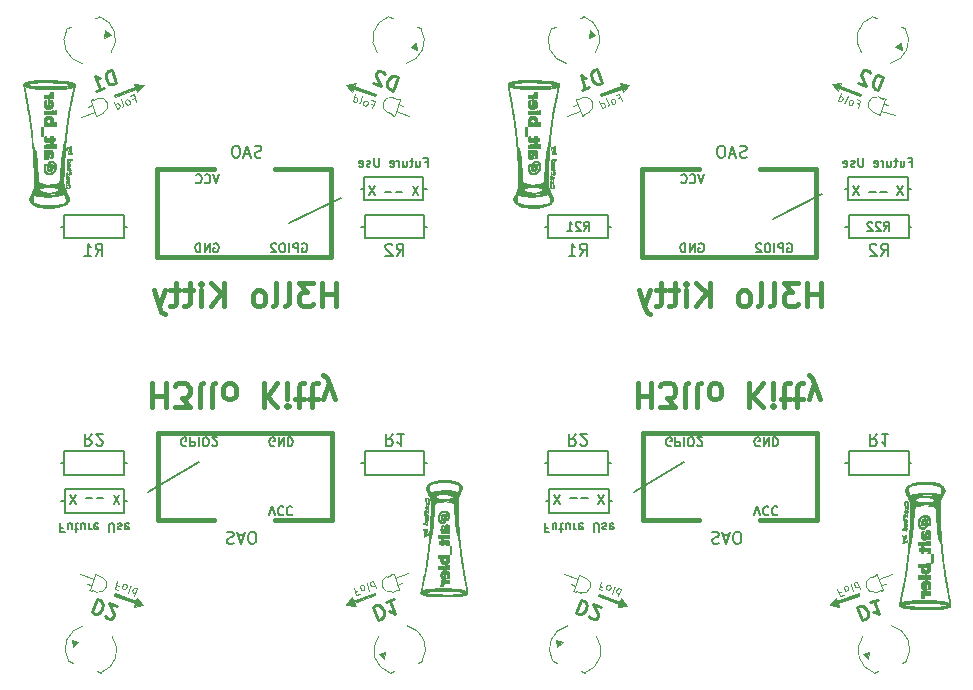
<source format=gbo>
G04 #@! TF.GenerationSoftware,KiCad,Pcbnew,7.0.10*
G04 #@! TF.CreationDate,2024-07-07T16:54:11-05:00*
G04 #@! TF.ProjectId,g0dzilla_vs_sao2,6730647a-696c-46c6-915f-76735f73616f,1*
G04 #@! TF.SameCoordinates,Original*
G04 #@! TF.FileFunction,Legend,Bot*
G04 #@! TF.FilePolarity,Positive*
%FSLAX46Y46*%
G04 Gerber Fmt 4.6, Leading zero omitted, Abs format (unit mm)*
G04 Created by KiCad (PCBNEW 7.0.10) date 2024-07-07 16:54:11*
%MOMM*%
%LPD*%
G01*
G04 APERTURE LIST*
%ADD10C,0.400000*%
%ADD11C,0.150000*%
%ADD12C,0.240000*%
%ADD13C,0.100000*%
%ADD14C,0.120000*%
%ADD15C,0.010000*%
G04 APERTURE END LIST*
D10*
X81739347Y-113265561D02*
X81739347Y-115265561D01*
X81739347Y-114313180D02*
X82882204Y-114313180D01*
X82882204Y-113265561D02*
X82882204Y-115265561D01*
X83644109Y-115265561D02*
X84882204Y-115265561D01*
X84882204Y-115265561D02*
X84215537Y-114503657D01*
X84215537Y-114503657D02*
X84501252Y-114503657D01*
X84501252Y-114503657D02*
X84691728Y-114408419D01*
X84691728Y-114408419D02*
X84786966Y-114313180D01*
X84786966Y-114313180D02*
X84882204Y-114122704D01*
X84882204Y-114122704D02*
X84882204Y-113646514D01*
X84882204Y-113646514D02*
X84786966Y-113456038D01*
X84786966Y-113456038D02*
X84691728Y-113360800D01*
X84691728Y-113360800D02*
X84501252Y-113265561D01*
X84501252Y-113265561D02*
X83929823Y-113265561D01*
X83929823Y-113265561D02*
X83739347Y-113360800D01*
X83739347Y-113360800D02*
X83644109Y-113456038D01*
X86025061Y-113265561D02*
X85834585Y-113360800D01*
X85834585Y-113360800D02*
X85739347Y-113551276D01*
X85739347Y-113551276D02*
X85739347Y-115265561D01*
X87072680Y-113265561D02*
X86882204Y-113360800D01*
X86882204Y-113360800D02*
X86786966Y-113551276D01*
X86786966Y-113551276D02*
X86786966Y-115265561D01*
X88120299Y-113265561D02*
X87929823Y-113360800D01*
X87929823Y-113360800D02*
X87834585Y-113456038D01*
X87834585Y-113456038D02*
X87739347Y-113646514D01*
X87739347Y-113646514D02*
X87739347Y-114217942D01*
X87739347Y-114217942D02*
X87834585Y-114408419D01*
X87834585Y-114408419D02*
X87929823Y-114503657D01*
X87929823Y-114503657D02*
X88120299Y-114598895D01*
X88120299Y-114598895D02*
X88406014Y-114598895D01*
X88406014Y-114598895D02*
X88596490Y-114503657D01*
X88596490Y-114503657D02*
X88691728Y-114408419D01*
X88691728Y-114408419D02*
X88786966Y-114217942D01*
X88786966Y-114217942D02*
X88786966Y-113646514D01*
X88786966Y-113646514D02*
X88691728Y-113456038D01*
X88691728Y-113456038D02*
X88596490Y-113360800D01*
X88596490Y-113360800D02*
X88406014Y-113265561D01*
X88406014Y-113265561D02*
X88120299Y-113265561D01*
X91167919Y-113265561D02*
X91167919Y-115265561D01*
X92310776Y-113265561D02*
X91453633Y-114408419D01*
X92310776Y-115265561D02*
X91167919Y-114122704D01*
X93167919Y-113265561D02*
X93167919Y-114598895D01*
X93167919Y-115265561D02*
X93072681Y-115170323D01*
X93072681Y-115170323D02*
X93167919Y-115075085D01*
X93167919Y-115075085D02*
X93263157Y-115170323D01*
X93263157Y-115170323D02*
X93167919Y-115265561D01*
X93167919Y-115265561D02*
X93167919Y-115075085D01*
X93834586Y-114598895D02*
X94596490Y-114598895D01*
X94120300Y-115265561D02*
X94120300Y-113551276D01*
X94120300Y-113551276D02*
X94215538Y-113360800D01*
X94215538Y-113360800D02*
X94406014Y-113265561D01*
X94406014Y-113265561D02*
X94596490Y-113265561D01*
X94977443Y-114598895D02*
X95739347Y-114598895D01*
X95263157Y-115265561D02*
X95263157Y-113551276D01*
X95263157Y-113551276D02*
X95358395Y-113360800D01*
X95358395Y-113360800D02*
X95548871Y-113265561D01*
X95548871Y-113265561D02*
X95739347Y-113265561D01*
X96215538Y-114598895D02*
X96691728Y-113265561D01*
X97167919Y-114598895D02*
X96691728Y-113265561D01*
X96691728Y-113265561D02*
X96501252Y-112789371D01*
X96501252Y-112789371D02*
X96406014Y-112694133D01*
X96406014Y-112694133D02*
X96215538Y-112598895D01*
X122819347Y-113265561D02*
X122819347Y-115265561D01*
X122819347Y-114313180D02*
X123962204Y-114313180D01*
X123962204Y-113265561D02*
X123962204Y-115265561D01*
X124724109Y-115265561D02*
X125962204Y-115265561D01*
X125962204Y-115265561D02*
X125295537Y-114503657D01*
X125295537Y-114503657D02*
X125581252Y-114503657D01*
X125581252Y-114503657D02*
X125771728Y-114408419D01*
X125771728Y-114408419D02*
X125866966Y-114313180D01*
X125866966Y-114313180D02*
X125962204Y-114122704D01*
X125962204Y-114122704D02*
X125962204Y-113646514D01*
X125962204Y-113646514D02*
X125866966Y-113456038D01*
X125866966Y-113456038D02*
X125771728Y-113360800D01*
X125771728Y-113360800D02*
X125581252Y-113265561D01*
X125581252Y-113265561D02*
X125009823Y-113265561D01*
X125009823Y-113265561D02*
X124819347Y-113360800D01*
X124819347Y-113360800D02*
X124724109Y-113456038D01*
X127105061Y-113265561D02*
X126914585Y-113360800D01*
X126914585Y-113360800D02*
X126819347Y-113551276D01*
X126819347Y-113551276D02*
X126819347Y-115265561D01*
X128152680Y-113265561D02*
X127962204Y-113360800D01*
X127962204Y-113360800D02*
X127866966Y-113551276D01*
X127866966Y-113551276D02*
X127866966Y-115265561D01*
X129200299Y-113265561D02*
X129009823Y-113360800D01*
X129009823Y-113360800D02*
X128914585Y-113456038D01*
X128914585Y-113456038D02*
X128819347Y-113646514D01*
X128819347Y-113646514D02*
X128819347Y-114217942D01*
X128819347Y-114217942D02*
X128914585Y-114408419D01*
X128914585Y-114408419D02*
X129009823Y-114503657D01*
X129009823Y-114503657D02*
X129200299Y-114598895D01*
X129200299Y-114598895D02*
X129486014Y-114598895D01*
X129486014Y-114598895D02*
X129676490Y-114503657D01*
X129676490Y-114503657D02*
X129771728Y-114408419D01*
X129771728Y-114408419D02*
X129866966Y-114217942D01*
X129866966Y-114217942D02*
X129866966Y-113646514D01*
X129866966Y-113646514D02*
X129771728Y-113456038D01*
X129771728Y-113456038D02*
X129676490Y-113360800D01*
X129676490Y-113360800D02*
X129486014Y-113265561D01*
X129486014Y-113265561D02*
X129200299Y-113265561D01*
X132247919Y-113265561D02*
X132247919Y-115265561D01*
X133390776Y-113265561D02*
X132533633Y-114408419D01*
X133390776Y-115265561D02*
X132247919Y-114122704D01*
X134247919Y-113265561D02*
X134247919Y-114598895D01*
X134247919Y-115265561D02*
X134152681Y-115170323D01*
X134152681Y-115170323D02*
X134247919Y-115075085D01*
X134247919Y-115075085D02*
X134343157Y-115170323D01*
X134343157Y-115170323D02*
X134247919Y-115265561D01*
X134247919Y-115265561D02*
X134247919Y-115075085D01*
X134914586Y-114598895D02*
X135676490Y-114598895D01*
X135200300Y-115265561D02*
X135200300Y-113551276D01*
X135200300Y-113551276D02*
X135295538Y-113360800D01*
X135295538Y-113360800D02*
X135486014Y-113265561D01*
X135486014Y-113265561D02*
X135676490Y-113265561D01*
X136057443Y-114598895D02*
X136819347Y-114598895D01*
X136343157Y-115265561D02*
X136343157Y-113551276D01*
X136343157Y-113551276D02*
X136438395Y-113360800D01*
X136438395Y-113360800D02*
X136628871Y-113265561D01*
X136628871Y-113265561D02*
X136819347Y-113265561D01*
X137295538Y-114598895D02*
X137771728Y-113265561D01*
X138247919Y-114598895D02*
X137771728Y-113265561D01*
X137771728Y-113265561D02*
X137581252Y-112789371D01*
X137581252Y-112789371D02*
X137486014Y-112694133D01*
X137486014Y-112694133D02*
X137295538Y-112598895D01*
X138340652Y-106734438D02*
X138340652Y-104734438D01*
X138340652Y-105686819D02*
X137197795Y-105686819D01*
X137197795Y-106734438D02*
X137197795Y-104734438D01*
X136435890Y-104734438D02*
X135197795Y-104734438D01*
X135197795Y-104734438D02*
X135864462Y-105496342D01*
X135864462Y-105496342D02*
X135578747Y-105496342D01*
X135578747Y-105496342D02*
X135388271Y-105591580D01*
X135388271Y-105591580D02*
X135293033Y-105686819D01*
X135293033Y-105686819D02*
X135197795Y-105877295D01*
X135197795Y-105877295D02*
X135197795Y-106353485D01*
X135197795Y-106353485D02*
X135293033Y-106543961D01*
X135293033Y-106543961D02*
X135388271Y-106639200D01*
X135388271Y-106639200D02*
X135578747Y-106734438D01*
X135578747Y-106734438D02*
X136150176Y-106734438D01*
X136150176Y-106734438D02*
X136340652Y-106639200D01*
X136340652Y-106639200D02*
X136435890Y-106543961D01*
X134054938Y-106734438D02*
X134245414Y-106639200D01*
X134245414Y-106639200D02*
X134340652Y-106448723D01*
X134340652Y-106448723D02*
X134340652Y-104734438D01*
X133007319Y-106734438D02*
X133197795Y-106639200D01*
X133197795Y-106639200D02*
X133293033Y-106448723D01*
X133293033Y-106448723D02*
X133293033Y-104734438D01*
X131959700Y-106734438D02*
X132150176Y-106639200D01*
X132150176Y-106639200D02*
X132245414Y-106543961D01*
X132245414Y-106543961D02*
X132340652Y-106353485D01*
X132340652Y-106353485D02*
X132340652Y-105782057D01*
X132340652Y-105782057D02*
X132245414Y-105591580D01*
X132245414Y-105591580D02*
X132150176Y-105496342D01*
X132150176Y-105496342D02*
X131959700Y-105401104D01*
X131959700Y-105401104D02*
X131673985Y-105401104D01*
X131673985Y-105401104D02*
X131483509Y-105496342D01*
X131483509Y-105496342D02*
X131388271Y-105591580D01*
X131388271Y-105591580D02*
X131293033Y-105782057D01*
X131293033Y-105782057D02*
X131293033Y-106353485D01*
X131293033Y-106353485D02*
X131388271Y-106543961D01*
X131388271Y-106543961D02*
X131483509Y-106639200D01*
X131483509Y-106639200D02*
X131673985Y-106734438D01*
X131673985Y-106734438D02*
X131959700Y-106734438D01*
X128912080Y-106734438D02*
X128912080Y-104734438D01*
X127769223Y-106734438D02*
X128626366Y-105591580D01*
X127769223Y-104734438D02*
X128912080Y-105877295D01*
X126912080Y-106734438D02*
X126912080Y-105401104D01*
X126912080Y-104734438D02*
X127007318Y-104829676D01*
X127007318Y-104829676D02*
X126912080Y-104924914D01*
X126912080Y-104924914D02*
X126816842Y-104829676D01*
X126816842Y-104829676D02*
X126912080Y-104734438D01*
X126912080Y-104734438D02*
X126912080Y-104924914D01*
X126245413Y-105401104D02*
X125483509Y-105401104D01*
X125959699Y-104734438D02*
X125959699Y-106448723D01*
X125959699Y-106448723D02*
X125864461Y-106639200D01*
X125864461Y-106639200D02*
X125673985Y-106734438D01*
X125673985Y-106734438D02*
X125483509Y-106734438D01*
X125102556Y-105401104D02*
X124340652Y-105401104D01*
X124816842Y-104734438D02*
X124816842Y-106448723D01*
X124816842Y-106448723D02*
X124721604Y-106639200D01*
X124721604Y-106639200D02*
X124531128Y-106734438D01*
X124531128Y-106734438D02*
X124340652Y-106734438D01*
X123864461Y-105401104D02*
X123388271Y-106734438D01*
X122912080Y-105401104D02*
X123388271Y-106734438D01*
X123388271Y-106734438D02*
X123578747Y-107210628D01*
X123578747Y-107210628D02*
X123673985Y-107305866D01*
X123673985Y-107305866D02*
X123864461Y-107401104D01*
D11*
X74192143Y-125511192D02*
X73942143Y-125511192D01*
X73942143Y-125118335D02*
X73942143Y-125868335D01*
X73942143Y-125868335D02*
X74299286Y-125868335D01*
X74906429Y-125618335D02*
X74906429Y-125118335D01*
X74585000Y-125618335D02*
X74585000Y-125225478D01*
X74585000Y-125225478D02*
X74620714Y-125154050D01*
X74620714Y-125154050D02*
X74692143Y-125118335D01*
X74692143Y-125118335D02*
X74799286Y-125118335D01*
X74799286Y-125118335D02*
X74870714Y-125154050D01*
X74870714Y-125154050D02*
X74906429Y-125189764D01*
X75156428Y-125618335D02*
X75442142Y-125618335D01*
X75263571Y-125868335D02*
X75263571Y-125225478D01*
X75263571Y-125225478D02*
X75299285Y-125154050D01*
X75299285Y-125154050D02*
X75370714Y-125118335D01*
X75370714Y-125118335D02*
X75442142Y-125118335D01*
X76013571Y-125618335D02*
X76013571Y-125118335D01*
X75692142Y-125618335D02*
X75692142Y-125225478D01*
X75692142Y-125225478D02*
X75727856Y-125154050D01*
X75727856Y-125154050D02*
X75799285Y-125118335D01*
X75799285Y-125118335D02*
X75906428Y-125118335D01*
X75906428Y-125118335D02*
X75977856Y-125154050D01*
X75977856Y-125154050D02*
X76013571Y-125189764D01*
X76370713Y-125118335D02*
X76370713Y-125618335D01*
X76370713Y-125475478D02*
X76406427Y-125546907D01*
X76406427Y-125546907D02*
X76442142Y-125582621D01*
X76442142Y-125582621D02*
X76513570Y-125618335D01*
X76513570Y-125618335D02*
X76584999Y-125618335D01*
X77120713Y-125154050D02*
X77049285Y-125118335D01*
X77049285Y-125118335D02*
X76906428Y-125118335D01*
X76906428Y-125118335D02*
X76834999Y-125154050D01*
X76834999Y-125154050D02*
X76799285Y-125225478D01*
X76799285Y-125225478D02*
X76799285Y-125511192D01*
X76799285Y-125511192D02*
X76834999Y-125582621D01*
X76834999Y-125582621D02*
X76906428Y-125618335D01*
X76906428Y-125618335D02*
X77049285Y-125618335D01*
X77049285Y-125618335D02*
X77120713Y-125582621D01*
X77120713Y-125582621D02*
X77156428Y-125511192D01*
X77156428Y-125511192D02*
X77156428Y-125439764D01*
X77156428Y-125439764D02*
X76799285Y-125368335D01*
X78049285Y-125868335D02*
X78049285Y-125261192D01*
X78049285Y-125261192D02*
X78084999Y-125189764D01*
X78084999Y-125189764D02*
X78120714Y-125154050D01*
X78120714Y-125154050D02*
X78192142Y-125118335D01*
X78192142Y-125118335D02*
X78334999Y-125118335D01*
X78334999Y-125118335D02*
X78406428Y-125154050D01*
X78406428Y-125154050D02*
X78442142Y-125189764D01*
X78442142Y-125189764D02*
X78477856Y-125261192D01*
X78477856Y-125261192D02*
X78477856Y-125868335D01*
X78799285Y-125154050D02*
X78870713Y-125118335D01*
X78870713Y-125118335D02*
X79013570Y-125118335D01*
X79013570Y-125118335D02*
X79084999Y-125154050D01*
X79084999Y-125154050D02*
X79120713Y-125225478D01*
X79120713Y-125225478D02*
X79120713Y-125261192D01*
X79120713Y-125261192D02*
X79084999Y-125332621D01*
X79084999Y-125332621D02*
X79013570Y-125368335D01*
X79013570Y-125368335D02*
X78906428Y-125368335D01*
X78906428Y-125368335D02*
X78834999Y-125404050D01*
X78834999Y-125404050D02*
X78799285Y-125475478D01*
X78799285Y-125475478D02*
X78799285Y-125511192D01*
X78799285Y-125511192D02*
X78834999Y-125582621D01*
X78834999Y-125582621D02*
X78906428Y-125618335D01*
X78906428Y-125618335D02*
X79013570Y-125618335D01*
X79013570Y-125618335D02*
X79084999Y-125582621D01*
X79727856Y-125154050D02*
X79656428Y-125118335D01*
X79656428Y-125118335D02*
X79513571Y-125118335D01*
X79513571Y-125118335D02*
X79442142Y-125154050D01*
X79442142Y-125154050D02*
X79406428Y-125225478D01*
X79406428Y-125225478D02*
X79406428Y-125511192D01*
X79406428Y-125511192D02*
X79442142Y-125582621D01*
X79442142Y-125582621D02*
X79513571Y-125618335D01*
X79513571Y-125618335D02*
X79656428Y-125618335D01*
X79656428Y-125618335D02*
X79727856Y-125582621D01*
X79727856Y-125582621D02*
X79763571Y-125511192D01*
X79763571Y-125511192D02*
X79763571Y-125439764D01*
X79763571Y-125439764D02*
X79406428Y-125368335D01*
X74727856Y-123453335D02*
X75227856Y-122703335D01*
X75227856Y-123453335D02*
X74727856Y-122703335D01*
X76085000Y-122989050D02*
X76656429Y-122989050D01*
X77013571Y-122989050D02*
X77585000Y-122989050D01*
X78442142Y-123453335D02*
X78942142Y-122703335D01*
X78942142Y-123453335D02*
X78442142Y-122703335D01*
X115232143Y-125511192D02*
X114982143Y-125511192D01*
X114982143Y-125118335D02*
X114982143Y-125868335D01*
X114982143Y-125868335D02*
X115339286Y-125868335D01*
X115946429Y-125618335D02*
X115946429Y-125118335D01*
X115625000Y-125618335D02*
X115625000Y-125225478D01*
X115625000Y-125225478D02*
X115660714Y-125154050D01*
X115660714Y-125154050D02*
X115732143Y-125118335D01*
X115732143Y-125118335D02*
X115839286Y-125118335D01*
X115839286Y-125118335D02*
X115910714Y-125154050D01*
X115910714Y-125154050D02*
X115946429Y-125189764D01*
X116196428Y-125618335D02*
X116482142Y-125618335D01*
X116303571Y-125868335D02*
X116303571Y-125225478D01*
X116303571Y-125225478D02*
X116339285Y-125154050D01*
X116339285Y-125154050D02*
X116410714Y-125118335D01*
X116410714Y-125118335D02*
X116482142Y-125118335D01*
X117053571Y-125618335D02*
X117053571Y-125118335D01*
X116732142Y-125618335D02*
X116732142Y-125225478D01*
X116732142Y-125225478D02*
X116767856Y-125154050D01*
X116767856Y-125154050D02*
X116839285Y-125118335D01*
X116839285Y-125118335D02*
X116946428Y-125118335D01*
X116946428Y-125118335D02*
X117017856Y-125154050D01*
X117017856Y-125154050D02*
X117053571Y-125189764D01*
X117410713Y-125118335D02*
X117410713Y-125618335D01*
X117410713Y-125475478D02*
X117446427Y-125546907D01*
X117446427Y-125546907D02*
X117482142Y-125582621D01*
X117482142Y-125582621D02*
X117553570Y-125618335D01*
X117553570Y-125618335D02*
X117624999Y-125618335D01*
X118160713Y-125154050D02*
X118089285Y-125118335D01*
X118089285Y-125118335D02*
X117946428Y-125118335D01*
X117946428Y-125118335D02*
X117874999Y-125154050D01*
X117874999Y-125154050D02*
X117839285Y-125225478D01*
X117839285Y-125225478D02*
X117839285Y-125511192D01*
X117839285Y-125511192D02*
X117874999Y-125582621D01*
X117874999Y-125582621D02*
X117946428Y-125618335D01*
X117946428Y-125618335D02*
X118089285Y-125618335D01*
X118089285Y-125618335D02*
X118160713Y-125582621D01*
X118160713Y-125582621D02*
X118196428Y-125511192D01*
X118196428Y-125511192D02*
X118196428Y-125439764D01*
X118196428Y-125439764D02*
X117839285Y-125368335D01*
X119089285Y-125868335D02*
X119089285Y-125261192D01*
X119089285Y-125261192D02*
X119124999Y-125189764D01*
X119124999Y-125189764D02*
X119160714Y-125154050D01*
X119160714Y-125154050D02*
X119232142Y-125118335D01*
X119232142Y-125118335D02*
X119374999Y-125118335D01*
X119374999Y-125118335D02*
X119446428Y-125154050D01*
X119446428Y-125154050D02*
X119482142Y-125189764D01*
X119482142Y-125189764D02*
X119517856Y-125261192D01*
X119517856Y-125261192D02*
X119517856Y-125868335D01*
X119839285Y-125154050D02*
X119910713Y-125118335D01*
X119910713Y-125118335D02*
X120053570Y-125118335D01*
X120053570Y-125118335D02*
X120124999Y-125154050D01*
X120124999Y-125154050D02*
X120160713Y-125225478D01*
X120160713Y-125225478D02*
X120160713Y-125261192D01*
X120160713Y-125261192D02*
X120124999Y-125332621D01*
X120124999Y-125332621D02*
X120053570Y-125368335D01*
X120053570Y-125368335D02*
X119946428Y-125368335D01*
X119946428Y-125368335D02*
X119874999Y-125404050D01*
X119874999Y-125404050D02*
X119839285Y-125475478D01*
X119839285Y-125475478D02*
X119839285Y-125511192D01*
X119839285Y-125511192D02*
X119874999Y-125582621D01*
X119874999Y-125582621D02*
X119946428Y-125618335D01*
X119946428Y-125618335D02*
X120053570Y-125618335D01*
X120053570Y-125618335D02*
X120124999Y-125582621D01*
X120767856Y-125154050D02*
X120696428Y-125118335D01*
X120696428Y-125118335D02*
X120553571Y-125118335D01*
X120553571Y-125118335D02*
X120482142Y-125154050D01*
X120482142Y-125154050D02*
X120446428Y-125225478D01*
X120446428Y-125225478D02*
X120446428Y-125511192D01*
X120446428Y-125511192D02*
X120482142Y-125582621D01*
X120482142Y-125582621D02*
X120553571Y-125618335D01*
X120553571Y-125618335D02*
X120696428Y-125618335D01*
X120696428Y-125618335D02*
X120767856Y-125582621D01*
X120767856Y-125582621D02*
X120803571Y-125511192D01*
X120803571Y-125511192D02*
X120803571Y-125439764D01*
X120803571Y-125439764D02*
X120446428Y-125368335D01*
X115767856Y-123453335D02*
X116267856Y-122703335D01*
X116267856Y-123453335D02*
X115767856Y-122703335D01*
X117125000Y-122989050D02*
X117696429Y-122989050D01*
X118053571Y-122989050D02*
X118625000Y-122989050D01*
X119482142Y-123453335D02*
X119982142Y-122703335D01*
X119982142Y-123453335D02*
X119482142Y-122703335D01*
X145787856Y-94528807D02*
X146037856Y-94528807D01*
X146037856Y-94921664D02*
X146037856Y-94171664D01*
X146037856Y-94171664D02*
X145680713Y-94171664D01*
X145073571Y-94421664D02*
X145073571Y-94921664D01*
X145394999Y-94421664D02*
X145394999Y-94814521D01*
X145394999Y-94814521D02*
X145359285Y-94885950D01*
X145359285Y-94885950D02*
X145287856Y-94921664D01*
X145287856Y-94921664D02*
X145180713Y-94921664D01*
X145180713Y-94921664D02*
X145109285Y-94885950D01*
X145109285Y-94885950D02*
X145073571Y-94850235D01*
X144823571Y-94421664D02*
X144537857Y-94421664D01*
X144716428Y-94171664D02*
X144716428Y-94814521D01*
X144716428Y-94814521D02*
X144680714Y-94885950D01*
X144680714Y-94885950D02*
X144609285Y-94921664D01*
X144609285Y-94921664D02*
X144537857Y-94921664D01*
X143966429Y-94421664D02*
X143966429Y-94921664D01*
X144287857Y-94421664D02*
X144287857Y-94814521D01*
X144287857Y-94814521D02*
X144252143Y-94885950D01*
X144252143Y-94885950D02*
X144180714Y-94921664D01*
X144180714Y-94921664D02*
X144073571Y-94921664D01*
X144073571Y-94921664D02*
X144002143Y-94885950D01*
X144002143Y-94885950D02*
X143966429Y-94850235D01*
X143609286Y-94921664D02*
X143609286Y-94421664D01*
X143609286Y-94564521D02*
X143573572Y-94493092D01*
X143573572Y-94493092D02*
X143537858Y-94457378D01*
X143537858Y-94457378D02*
X143466429Y-94421664D01*
X143466429Y-94421664D02*
X143395000Y-94421664D01*
X142859286Y-94885950D02*
X142930714Y-94921664D01*
X142930714Y-94921664D02*
X143073572Y-94921664D01*
X143073572Y-94921664D02*
X143145000Y-94885950D01*
X143145000Y-94885950D02*
X143180714Y-94814521D01*
X143180714Y-94814521D02*
X143180714Y-94528807D01*
X143180714Y-94528807D02*
X143145000Y-94457378D01*
X143145000Y-94457378D02*
X143073572Y-94421664D01*
X143073572Y-94421664D02*
X142930714Y-94421664D01*
X142930714Y-94421664D02*
X142859286Y-94457378D01*
X142859286Y-94457378D02*
X142823572Y-94528807D01*
X142823572Y-94528807D02*
X142823572Y-94600235D01*
X142823572Y-94600235D02*
X143180714Y-94671664D01*
X141930714Y-94171664D02*
X141930714Y-94778807D01*
X141930714Y-94778807D02*
X141895000Y-94850235D01*
X141895000Y-94850235D02*
X141859286Y-94885950D01*
X141859286Y-94885950D02*
X141787857Y-94921664D01*
X141787857Y-94921664D02*
X141645000Y-94921664D01*
X141645000Y-94921664D02*
X141573571Y-94885950D01*
X141573571Y-94885950D02*
X141537857Y-94850235D01*
X141537857Y-94850235D02*
X141502143Y-94778807D01*
X141502143Y-94778807D02*
X141502143Y-94171664D01*
X141180714Y-94885950D02*
X141109286Y-94921664D01*
X141109286Y-94921664D02*
X140966429Y-94921664D01*
X140966429Y-94921664D02*
X140895000Y-94885950D01*
X140895000Y-94885950D02*
X140859286Y-94814521D01*
X140859286Y-94814521D02*
X140859286Y-94778807D01*
X140859286Y-94778807D02*
X140895000Y-94707378D01*
X140895000Y-94707378D02*
X140966429Y-94671664D01*
X140966429Y-94671664D02*
X141073572Y-94671664D01*
X141073572Y-94671664D02*
X141145000Y-94635950D01*
X141145000Y-94635950D02*
X141180714Y-94564521D01*
X141180714Y-94564521D02*
X141180714Y-94528807D01*
X141180714Y-94528807D02*
X141145000Y-94457378D01*
X141145000Y-94457378D02*
X141073572Y-94421664D01*
X141073572Y-94421664D02*
X140966429Y-94421664D01*
X140966429Y-94421664D02*
X140895000Y-94457378D01*
X140252143Y-94885950D02*
X140323571Y-94921664D01*
X140323571Y-94921664D02*
X140466429Y-94921664D01*
X140466429Y-94921664D02*
X140537857Y-94885950D01*
X140537857Y-94885950D02*
X140573571Y-94814521D01*
X140573571Y-94814521D02*
X140573571Y-94528807D01*
X140573571Y-94528807D02*
X140537857Y-94457378D01*
X140537857Y-94457378D02*
X140466429Y-94421664D01*
X140466429Y-94421664D02*
X140323571Y-94421664D01*
X140323571Y-94421664D02*
X140252143Y-94457378D01*
X140252143Y-94457378D02*
X140216429Y-94528807D01*
X140216429Y-94528807D02*
X140216429Y-94600235D01*
X140216429Y-94600235D02*
X140573571Y-94671664D01*
X145252143Y-96586664D02*
X144752143Y-97336664D01*
X144752143Y-96586664D02*
X145252143Y-97336664D01*
X143894999Y-97050950D02*
X143323571Y-97050950D01*
X142966428Y-97050950D02*
X142395000Y-97050950D01*
X141537857Y-96586664D02*
X141037857Y-97336664D01*
X141037857Y-96586664D02*
X141537857Y-97336664D01*
X104792856Y-94528807D02*
X105042856Y-94528807D01*
X105042856Y-94921664D02*
X105042856Y-94171664D01*
X105042856Y-94171664D02*
X104685713Y-94171664D01*
X104078571Y-94421664D02*
X104078571Y-94921664D01*
X104399999Y-94421664D02*
X104399999Y-94814521D01*
X104399999Y-94814521D02*
X104364285Y-94885950D01*
X104364285Y-94885950D02*
X104292856Y-94921664D01*
X104292856Y-94921664D02*
X104185713Y-94921664D01*
X104185713Y-94921664D02*
X104114285Y-94885950D01*
X104114285Y-94885950D02*
X104078571Y-94850235D01*
X103828571Y-94421664D02*
X103542857Y-94421664D01*
X103721428Y-94171664D02*
X103721428Y-94814521D01*
X103721428Y-94814521D02*
X103685714Y-94885950D01*
X103685714Y-94885950D02*
X103614285Y-94921664D01*
X103614285Y-94921664D02*
X103542857Y-94921664D01*
X102971429Y-94421664D02*
X102971429Y-94921664D01*
X103292857Y-94421664D02*
X103292857Y-94814521D01*
X103292857Y-94814521D02*
X103257143Y-94885950D01*
X103257143Y-94885950D02*
X103185714Y-94921664D01*
X103185714Y-94921664D02*
X103078571Y-94921664D01*
X103078571Y-94921664D02*
X103007143Y-94885950D01*
X103007143Y-94885950D02*
X102971429Y-94850235D01*
X102614286Y-94921664D02*
X102614286Y-94421664D01*
X102614286Y-94564521D02*
X102578572Y-94493092D01*
X102578572Y-94493092D02*
X102542858Y-94457378D01*
X102542858Y-94457378D02*
X102471429Y-94421664D01*
X102471429Y-94421664D02*
X102400000Y-94421664D01*
X101864286Y-94885950D02*
X101935714Y-94921664D01*
X101935714Y-94921664D02*
X102078572Y-94921664D01*
X102078572Y-94921664D02*
X102150000Y-94885950D01*
X102150000Y-94885950D02*
X102185714Y-94814521D01*
X102185714Y-94814521D02*
X102185714Y-94528807D01*
X102185714Y-94528807D02*
X102150000Y-94457378D01*
X102150000Y-94457378D02*
X102078572Y-94421664D01*
X102078572Y-94421664D02*
X101935714Y-94421664D01*
X101935714Y-94421664D02*
X101864286Y-94457378D01*
X101864286Y-94457378D02*
X101828572Y-94528807D01*
X101828572Y-94528807D02*
X101828572Y-94600235D01*
X101828572Y-94600235D02*
X102185714Y-94671664D01*
X100935714Y-94171664D02*
X100935714Y-94778807D01*
X100935714Y-94778807D02*
X100900000Y-94850235D01*
X100900000Y-94850235D02*
X100864286Y-94885950D01*
X100864286Y-94885950D02*
X100792857Y-94921664D01*
X100792857Y-94921664D02*
X100650000Y-94921664D01*
X100650000Y-94921664D02*
X100578571Y-94885950D01*
X100578571Y-94885950D02*
X100542857Y-94850235D01*
X100542857Y-94850235D02*
X100507143Y-94778807D01*
X100507143Y-94778807D02*
X100507143Y-94171664D01*
X100185714Y-94885950D02*
X100114286Y-94921664D01*
X100114286Y-94921664D02*
X99971429Y-94921664D01*
X99971429Y-94921664D02*
X99900000Y-94885950D01*
X99900000Y-94885950D02*
X99864286Y-94814521D01*
X99864286Y-94814521D02*
X99864286Y-94778807D01*
X99864286Y-94778807D02*
X99900000Y-94707378D01*
X99900000Y-94707378D02*
X99971429Y-94671664D01*
X99971429Y-94671664D02*
X100078572Y-94671664D01*
X100078572Y-94671664D02*
X100150000Y-94635950D01*
X100150000Y-94635950D02*
X100185714Y-94564521D01*
X100185714Y-94564521D02*
X100185714Y-94528807D01*
X100185714Y-94528807D02*
X100150000Y-94457378D01*
X100150000Y-94457378D02*
X100078572Y-94421664D01*
X100078572Y-94421664D02*
X99971429Y-94421664D01*
X99971429Y-94421664D02*
X99900000Y-94457378D01*
X99257143Y-94885950D02*
X99328571Y-94921664D01*
X99328571Y-94921664D02*
X99471429Y-94921664D01*
X99471429Y-94921664D02*
X99542857Y-94885950D01*
X99542857Y-94885950D02*
X99578571Y-94814521D01*
X99578571Y-94814521D02*
X99578571Y-94528807D01*
X99578571Y-94528807D02*
X99542857Y-94457378D01*
X99542857Y-94457378D02*
X99471429Y-94421664D01*
X99471429Y-94421664D02*
X99328571Y-94421664D01*
X99328571Y-94421664D02*
X99257143Y-94457378D01*
X99257143Y-94457378D02*
X99221429Y-94528807D01*
X99221429Y-94528807D02*
X99221429Y-94600235D01*
X99221429Y-94600235D02*
X99578571Y-94671664D01*
X104257143Y-96586664D02*
X103757143Y-97336664D01*
X103757143Y-96586664D02*
X104257143Y-97336664D01*
X102899999Y-97050950D02*
X102328571Y-97050950D01*
X101971428Y-97050950D02*
X101400000Y-97050950D01*
X100542857Y-96586664D02*
X100042857Y-97336664D01*
X100042857Y-96586664D02*
X100542857Y-97336664D01*
X102083333Y-117545180D02*
X101750000Y-118021371D01*
X101511905Y-117545180D02*
X101511905Y-118545180D01*
X101511905Y-118545180D02*
X101892857Y-118545180D01*
X101892857Y-118545180D02*
X101988095Y-118497561D01*
X101988095Y-118497561D02*
X102035714Y-118449942D01*
X102035714Y-118449942D02*
X102083333Y-118354704D01*
X102083333Y-118354704D02*
X102083333Y-118211847D01*
X102083333Y-118211847D02*
X102035714Y-118116609D01*
X102035714Y-118116609D02*
X101988095Y-118068990D01*
X101988095Y-118068990D02*
X101892857Y-118021371D01*
X101892857Y-118021371D02*
X101511905Y-118021371D01*
X103035714Y-117545180D02*
X102464286Y-117545180D01*
X102750000Y-117545180D02*
X102750000Y-118545180D01*
X102750000Y-118545180D02*
X102654762Y-118402323D01*
X102654762Y-118402323D02*
X102559524Y-118307085D01*
X102559524Y-118307085D02*
X102464286Y-118259466D01*
X76583333Y-117545180D02*
X76250000Y-118021371D01*
X76011905Y-117545180D02*
X76011905Y-118545180D01*
X76011905Y-118545180D02*
X76392857Y-118545180D01*
X76392857Y-118545180D02*
X76488095Y-118497561D01*
X76488095Y-118497561D02*
X76535714Y-118449942D01*
X76535714Y-118449942D02*
X76583333Y-118354704D01*
X76583333Y-118354704D02*
X76583333Y-118211847D01*
X76583333Y-118211847D02*
X76535714Y-118116609D01*
X76535714Y-118116609D02*
X76488095Y-118068990D01*
X76488095Y-118068990D02*
X76392857Y-118021371D01*
X76392857Y-118021371D02*
X76011905Y-118021371D01*
X76964286Y-118449942D02*
X77011905Y-118497561D01*
X77011905Y-118497561D02*
X77107143Y-118545180D01*
X77107143Y-118545180D02*
X77345238Y-118545180D01*
X77345238Y-118545180D02*
X77440476Y-118497561D01*
X77440476Y-118497561D02*
X77488095Y-118449942D01*
X77488095Y-118449942D02*
X77535714Y-118354704D01*
X77535714Y-118354704D02*
X77535714Y-118259466D01*
X77535714Y-118259466D02*
X77488095Y-118116609D01*
X77488095Y-118116609D02*
X76916667Y-117545180D01*
X76916667Y-117545180D02*
X77535714Y-117545180D01*
X143083333Y-117545180D02*
X142750000Y-118021371D01*
X142511905Y-117545180D02*
X142511905Y-118545180D01*
X142511905Y-118545180D02*
X142892857Y-118545180D01*
X142892857Y-118545180D02*
X142988095Y-118497561D01*
X142988095Y-118497561D02*
X143035714Y-118449942D01*
X143035714Y-118449942D02*
X143083333Y-118354704D01*
X143083333Y-118354704D02*
X143083333Y-118211847D01*
X143083333Y-118211847D02*
X143035714Y-118116609D01*
X143035714Y-118116609D02*
X142988095Y-118068990D01*
X142988095Y-118068990D02*
X142892857Y-118021371D01*
X142892857Y-118021371D02*
X142511905Y-118021371D01*
X144035714Y-117545180D02*
X143464286Y-117545180D01*
X143750000Y-117545180D02*
X143750000Y-118545180D01*
X143750000Y-118545180D02*
X143654762Y-118402323D01*
X143654762Y-118402323D02*
X143559524Y-118307085D01*
X143559524Y-118307085D02*
X143464286Y-118259466D01*
X117583333Y-117545180D02*
X117250000Y-118021371D01*
X117011905Y-117545180D02*
X117011905Y-118545180D01*
X117011905Y-118545180D02*
X117392857Y-118545180D01*
X117392857Y-118545180D02*
X117488095Y-118497561D01*
X117488095Y-118497561D02*
X117535714Y-118449942D01*
X117535714Y-118449942D02*
X117583333Y-118354704D01*
X117583333Y-118354704D02*
X117583333Y-118211847D01*
X117583333Y-118211847D02*
X117535714Y-118116609D01*
X117535714Y-118116609D02*
X117488095Y-118068990D01*
X117488095Y-118068990D02*
X117392857Y-118021371D01*
X117392857Y-118021371D02*
X117011905Y-118021371D01*
X117964286Y-118449942D02*
X118011905Y-118497561D01*
X118011905Y-118497561D02*
X118107143Y-118545180D01*
X118107143Y-118545180D02*
X118345238Y-118545180D01*
X118345238Y-118545180D02*
X118440476Y-118497561D01*
X118440476Y-118497561D02*
X118488095Y-118449942D01*
X118488095Y-118449942D02*
X118535714Y-118354704D01*
X118535714Y-118354704D02*
X118535714Y-118259466D01*
X118535714Y-118259466D02*
X118488095Y-118116609D01*
X118488095Y-118116609D02*
X117916667Y-117545180D01*
X117916667Y-117545180D02*
X118535714Y-117545180D01*
X117916666Y-102454819D02*
X118249999Y-101978628D01*
X118488094Y-102454819D02*
X118488094Y-101454819D01*
X118488094Y-101454819D02*
X118107142Y-101454819D01*
X118107142Y-101454819D02*
X118011904Y-101502438D01*
X118011904Y-101502438D02*
X117964285Y-101550057D01*
X117964285Y-101550057D02*
X117916666Y-101645295D01*
X117916666Y-101645295D02*
X117916666Y-101788152D01*
X117916666Y-101788152D02*
X117964285Y-101883390D01*
X117964285Y-101883390D02*
X118011904Y-101931009D01*
X118011904Y-101931009D02*
X118107142Y-101978628D01*
X118107142Y-101978628D02*
X118488094Y-101978628D01*
X116964285Y-102454819D02*
X117535713Y-102454819D01*
X117249999Y-102454819D02*
X117249999Y-101454819D01*
X117249999Y-101454819D02*
X117345237Y-101597676D01*
X117345237Y-101597676D02*
X117440475Y-101692914D01*
X117440475Y-101692914D02*
X117535713Y-101740533D01*
X143416666Y-102454819D02*
X143749999Y-101978628D01*
X143988094Y-102454819D02*
X143988094Y-101454819D01*
X143988094Y-101454819D02*
X143607142Y-101454819D01*
X143607142Y-101454819D02*
X143511904Y-101502438D01*
X143511904Y-101502438D02*
X143464285Y-101550057D01*
X143464285Y-101550057D02*
X143416666Y-101645295D01*
X143416666Y-101645295D02*
X143416666Y-101788152D01*
X143416666Y-101788152D02*
X143464285Y-101883390D01*
X143464285Y-101883390D02*
X143511904Y-101931009D01*
X143511904Y-101931009D02*
X143607142Y-101978628D01*
X143607142Y-101978628D02*
X143988094Y-101978628D01*
X143035713Y-101550057D02*
X142988094Y-101502438D01*
X142988094Y-101502438D02*
X142892856Y-101454819D01*
X142892856Y-101454819D02*
X142654761Y-101454819D01*
X142654761Y-101454819D02*
X142559523Y-101502438D01*
X142559523Y-101502438D02*
X142511904Y-101550057D01*
X142511904Y-101550057D02*
X142464285Y-101645295D01*
X142464285Y-101645295D02*
X142464285Y-101740533D01*
X142464285Y-101740533D02*
X142511904Y-101883390D01*
X142511904Y-101883390D02*
X143083332Y-102454819D01*
X143083332Y-102454819D02*
X142464285Y-102454819D01*
X102416666Y-102454819D02*
X102749999Y-101978628D01*
X102988094Y-102454819D02*
X102988094Y-101454819D01*
X102988094Y-101454819D02*
X102607142Y-101454819D01*
X102607142Y-101454819D02*
X102511904Y-101502438D01*
X102511904Y-101502438D02*
X102464285Y-101550057D01*
X102464285Y-101550057D02*
X102416666Y-101645295D01*
X102416666Y-101645295D02*
X102416666Y-101788152D01*
X102416666Y-101788152D02*
X102464285Y-101883390D01*
X102464285Y-101883390D02*
X102511904Y-101931009D01*
X102511904Y-101931009D02*
X102607142Y-101978628D01*
X102607142Y-101978628D02*
X102988094Y-101978628D01*
X102035713Y-101550057D02*
X101988094Y-101502438D01*
X101988094Y-101502438D02*
X101892856Y-101454819D01*
X101892856Y-101454819D02*
X101654761Y-101454819D01*
X101654761Y-101454819D02*
X101559523Y-101502438D01*
X101559523Y-101502438D02*
X101511904Y-101550057D01*
X101511904Y-101550057D02*
X101464285Y-101645295D01*
X101464285Y-101645295D02*
X101464285Y-101740533D01*
X101464285Y-101740533D02*
X101511904Y-101883390D01*
X101511904Y-101883390D02*
X102083332Y-102454819D01*
X102083332Y-102454819D02*
X101464285Y-102454819D01*
X76916666Y-102454819D02*
X77249999Y-101978628D01*
X77488094Y-102454819D02*
X77488094Y-101454819D01*
X77488094Y-101454819D02*
X77107142Y-101454819D01*
X77107142Y-101454819D02*
X77011904Y-101502438D01*
X77011904Y-101502438D02*
X76964285Y-101550057D01*
X76964285Y-101550057D02*
X76916666Y-101645295D01*
X76916666Y-101645295D02*
X76916666Y-101788152D01*
X76916666Y-101788152D02*
X76964285Y-101883390D01*
X76964285Y-101883390D02*
X77011904Y-101931009D01*
X77011904Y-101931009D02*
X77107142Y-101978628D01*
X77107142Y-101978628D02*
X77488094Y-101978628D01*
X75964285Y-102454819D02*
X76535713Y-102454819D01*
X76249999Y-102454819D02*
X76249999Y-101454819D01*
X76249999Y-101454819D02*
X76345237Y-101597676D01*
X76345237Y-101597676D02*
X76440475Y-101692914D01*
X76440475Y-101692914D02*
X76535713Y-101740533D01*
D12*
X77028302Y-131537131D02*
X76617878Y-132664762D01*
X76617878Y-132664762D02*
X76886362Y-132762482D01*
X76886362Y-132762482D02*
X77066996Y-132767418D01*
X77066996Y-132767418D02*
X77213478Y-132699112D01*
X77213478Y-132699112D02*
X77306262Y-132611263D01*
X77306262Y-132611263D02*
X77438135Y-132416020D01*
X77438135Y-132416020D02*
X77496767Y-132254930D01*
X77496767Y-132254930D02*
X77521246Y-132020599D01*
X77521246Y-132020599D02*
X77506638Y-131893662D01*
X77506638Y-131893662D02*
X77438332Y-131747180D01*
X77438332Y-131747180D02*
X77296786Y-131634851D01*
X77296786Y-131634851D02*
X77028302Y-131537131D01*
X77730901Y-132948249D02*
X77765053Y-133021490D01*
X77765053Y-133021490D02*
X77852903Y-133114275D01*
X77852903Y-133114275D02*
X78121387Y-133211995D01*
X78121387Y-133211995D02*
X78248324Y-133197386D01*
X78248324Y-133197386D02*
X78321565Y-133163233D01*
X78321565Y-133163233D02*
X78414349Y-133075384D01*
X78414349Y-133075384D02*
X78453437Y-132967990D01*
X78453437Y-132967990D02*
X78458373Y-132787356D01*
X78458373Y-132787356D02*
X78048540Y-131908467D01*
X78048540Y-131908467D02*
X78746598Y-132162540D01*
X100432099Y-132167995D02*
X100842523Y-133295626D01*
X100842523Y-133295626D02*
X101111007Y-133197906D01*
X101111007Y-133197906D02*
X101252553Y-133085578D01*
X101252553Y-133085578D02*
X101320859Y-132939096D01*
X101320859Y-132939096D02*
X101335467Y-132812159D01*
X101335467Y-132812159D02*
X101310988Y-132577828D01*
X101310988Y-132577828D02*
X101252356Y-132416738D01*
X101252356Y-132416738D02*
X101120483Y-132221495D01*
X101120483Y-132221495D02*
X101027698Y-132133645D01*
X101027698Y-132133645D02*
X100881217Y-132065340D01*
X100881217Y-132065340D02*
X100700583Y-132070275D01*
X100700583Y-132070275D02*
X100432099Y-132167995D01*
X102150394Y-131542587D02*
X101506034Y-131777115D01*
X101828214Y-131659851D02*
X102238638Y-132787482D01*
X102238638Y-132787482D02*
X102072613Y-132665480D01*
X102072613Y-132665480D02*
X101926131Y-132597175D01*
X101926131Y-132597175D02*
X101799194Y-132582566D01*
X118003302Y-131587131D02*
X117592878Y-132714762D01*
X117592878Y-132714762D02*
X117861362Y-132812482D01*
X117861362Y-132812482D02*
X118041996Y-132817418D01*
X118041996Y-132817418D02*
X118188478Y-132749112D01*
X118188478Y-132749112D02*
X118281262Y-132661263D01*
X118281262Y-132661263D02*
X118413135Y-132466020D01*
X118413135Y-132466020D02*
X118471767Y-132304930D01*
X118471767Y-132304930D02*
X118496246Y-132070599D01*
X118496246Y-132070599D02*
X118481638Y-131943662D01*
X118481638Y-131943662D02*
X118413332Y-131797180D01*
X118413332Y-131797180D02*
X118271786Y-131684851D01*
X118271786Y-131684851D02*
X118003302Y-131587131D01*
X118705901Y-132998249D02*
X118740053Y-133071490D01*
X118740053Y-133071490D02*
X118827903Y-133164275D01*
X118827903Y-133164275D02*
X119096387Y-133261995D01*
X119096387Y-133261995D02*
X119223324Y-133247386D01*
X119223324Y-133247386D02*
X119296565Y-133213233D01*
X119296565Y-133213233D02*
X119389349Y-133125384D01*
X119389349Y-133125384D02*
X119428437Y-133017990D01*
X119428437Y-133017990D02*
X119433373Y-132837356D01*
X119433373Y-132837356D02*
X119023540Y-131958467D01*
X119023540Y-131958467D02*
X119721598Y-132212540D01*
X141407099Y-132217995D02*
X141817523Y-133345626D01*
X141817523Y-133345626D02*
X142086007Y-133247906D01*
X142086007Y-133247906D02*
X142227553Y-133135578D01*
X142227553Y-133135578D02*
X142295859Y-132989096D01*
X142295859Y-132989096D02*
X142310467Y-132862159D01*
X142310467Y-132862159D02*
X142285988Y-132627828D01*
X142285988Y-132627828D02*
X142227356Y-132466738D01*
X142227356Y-132466738D02*
X142095483Y-132271495D01*
X142095483Y-132271495D02*
X142002698Y-132183645D01*
X142002698Y-132183645D02*
X141856217Y-132115340D01*
X141856217Y-132115340D02*
X141675583Y-132120275D01*
X141675583Y-132120275D02*
X141407099Y-132217995D01*
X143125394Y-131592587D02*
X142481034Y-131827115D01*
X142803214Y-131709851D02*
X143213638Y-132837482D01*
X143213638Y-132837482D02*
X143047613Y-132715480D01*
X143047613Y-132715480D02*
X142901131Y-132647175D01*
X142901131Y-132647175D02*
X142774194Y-132632566D01*
X119792900Y-87807004D02*
X119382476Y-86679373D01*
X119382476Y-86679373D02*
X119113992Y-86777093D01*
X119113992Y-86777093D02*
X118972446Y-86889421D01*
X118972446Y-86889421D02*
X118904140Y-87035903D01*
X118904140Y-87035903D02*
X118889532Y-87162840D01*
X118889532Y-87162840D02*
X118914011Y-87397171D01*
X118914011Y-87397171D02*
X118972643Y-87558261D01*
X118972643Y-87558261D02*
X119104516Y-87753504D01*
X119104516Y-87753504D02*
X119197301Y-87841354D01*
X119197301Y-87841354D02*
X119343782Y-87909659D01*
X119343782Y-87909659D02*
X119524416Y-87904724D01*
X119524416Y-87904724D02*
X119792900Y-87807004D01*
X118074605Y-88432412D02*
X118718965Y-88197884D01*
X118396785Y-88315148D02*
X117986361Y-87187517D01*
X117986361Y-87187517D02*
X118152386Y-87309519D01*
X118152386Y-87309519D02*
X118298868Y-87377824D01*
X118298868Y-87377824D02*
X118425805Y-87392433D01*
X143196697Y-88437868D02*
X143607121Y-87310237D01*
X143607121Y-87310237D02*
X143338637Y-87212517D01*
X143338637Y-87212517D02*
X143158003Y-87207581D01*
X143158003Y-87207581D02*
X143011521Y-87275887D01*
X143011521Y-87275887D02*
X142918737Y-87363736D01*
X142918737Y-87363736D02*
X142786864Y-87558979D01*
X142786864Y-87558979D02*
X142728232Y-87720069D01*
X142728232Y-87720069D02*
X142703753Y-87954400D01*
X142703753Y-87954400D02*
X142718361Y-88081337D01*
X142718361Y-88081337D02*
X142786667Y-88227819D01*
X142786667Y-88227819D02*
X142928213Y-88340148D01*
X142928213Y-88340148D02*
X143196697Y-88437868D01*
X142494098Y-87026750D02*
X142459946Y-86953509D01*
X142459946Y-86953509D02*
X142372096Y-86860724D01*
X142372096Y-86860724D02*
X142103612Y-86763004D01*
X142103612Y-86763004D02*
X141976675Y-86777613D01*
X141976675Y-86777613D02*
X141903434Y-86811766D01*
X141903434Y-86811766D02*
X141810650Y-86899615D01*
X141810650Y-86899615D02*
X141771562Y-87007009D01*
X141771562Y-87007009D02*
X141766626Y-87187643D01*
X141766626Y-87187643D02*
X142176459Y-88066532D01*
X142176459Y-88066532D02*
X141478401Y-87812459D01*
X102096697Y-88487868D02*
X102507121Y-87360237D01*
X102507121Y-87360237D02*
X102238637Y-87262517D01*
X102238637Y-87262517D02*
X102058003Y-87257581D01*
X102058003Y-87257581D02*
X101911521Y-87325887D01*
X101911521Y-87325887D02*
X101818737Y-87413736D01*
X101818737Y-87413736D02*
X101686864Y-87608979D01*
X101686864Y-87608979D02*
X101628232Y-87770069D01*
X101628232Y-87770069D02*
X101603753Y-88004400D01*
X101603753Y-88004400D02*
X101618361Y-88131337D01*
X101618361Y-88131337D02*
X101686667Y-88277819D01*
X101686667Y-88277819D02*
X101828213Y-88390148D01*
X101828213Y-88390148D02*
X102096697Y-88487868D01*
X101394098Y-87076750D02*
X101359946Y-87003509D01*
X101359946Y-87003509D02*
X101272096Y-86910724D01*
X101272096Y-86910724D02*
X101003612Y-86813004D01*
X101003612Y-86813004D02*
X100876675Y-86827613D01*
X100876675Y-86827613D02*
X100803434Y-86861766D01*
X100803434Y-86861766D02*
X100710650Y-86949615D01*
X100710650Y-86949615D02*
X100671562Y-87057009D01*
X100671562Y-87057009D02*
X100666626Y-87237643D01*
X100666626Y-87237643D02*
X101076459Y-88116532D01*
X101076459Y-88116532D02*
X100378401Y-87862459D01*
X78692900Y-87857004D02*
X78282476Y-86729373D01*
X78282476Y-86729373D02*
X78013992Y-86827093D01*
X78013992Y-86827093D02*
X77872446Y-86939421D01*
X77872446Y-86939421D02*
X77804140Y-87085903D01*
X77804140Y-87085903D02*
X77789532Y-87212840D01*
X77789532Y-87212840D02*
X77814011Y-87447171D01*
X77814011Y-87447171D02*
X77872643Y-87608261D01*
X77872643Y-87608261D02*
X78004516Y-87803504D01*
X78004516Y-87803504D02*
X78097301Y-87891354D01*
X78097301Y-87891354D02*
X78243782Y-87959659D01*
X78243782Y-87959659D02*
X78424416Y-87954724D01*
X78424416Y-87954724D02*
X78692900Y-87857004D01*
X76974605Y-88482412D02*
X77618965Y-88247884D01*
X77296785Y-88365148D02*
X76886361Y-87237517D01*
X76886361Y-87237517D02*
X77052386Y-87359519D01*
X77052386Y-87359519D02*
X77198868Y-87427824D01*
X77198868Y-87427824D02*
X77325805Y-87442433D01*
D11*
X81400000Y-122450000D02*
X85650000Y-119950000D01*
X134275000Y-99375000D02*
X138400000Y-97200000D01*
X122500000Y-122450000D02*
X126700000Y-119950000D01*
X93275000Y-99675000D02*
X97725000Y-97600000D01*
D10*
X97260652Y-106734438D02*
X97260652Y-104734438D01*
X97260652Y-105686819D02*
X96117795Y-105686819D01*
X96117795Y-106734438D02*
X96117795Y-104734438D01*
X95355890Y-104734438D02*
X94117795Y-104734438D01*
X94117795Y-104734438D02*
X94784462Y-105496342D01*
X94784462Y-105496342D02*
X94498747Y-105496342D01*
X94498747Y-105496342D02*
X94308271Y-105591580D01*
X94308271Y-105591580D02*
X94213033Y-105686819D01*
X94213033Y-105686819D02*
X94117795Y-105877295D01*
X94117795Y-105877295D02*
X94117795Y-106353485D01*
X94117795Y-106353485D02*
X94213033Y-106543961D01*
X94213033Y-106543961D02*
X94308271Y-106639200D01*
X94308271Y-106639200D02*
X94498747Y-106734438D01*
X94498747Y-106734438D02*
X95070176Y-106734438D01*
X95070176Y-106734438D02*
X95260652Y-106639200D01*
X95260652Y-106639200D02*
X95355890Y-106543961D01*
X92974938Y-106734438D02*
X93165414Y-106639200D01*
X93165414Y-106639200D02*
X93260652Y-106448723D01*
X93260652Y-106448723D02*
X93260652Y-104734438D01*
X91927319Y-106734438D02*
X92117795Y-106639200D01*
X92117795Y-106639200D02*
X92213033Y-106448723D01*
X92213033Y-106448723D02*
X92213033Y-104734438D01*
X90879700Y-106734438D02*
X91070176Y-106639200D01*
X91070176Y-106639200D02*
X91165414Y-106543961D01*
X91165414Y-106543961D02*
X91260652Y-106353485D01*
X91260652Y-106353485D02*
X91260652Y-105782057D01*
X91260652Y-105782057D02*
X91165414Y-105591580D01*
X91165414Y-105591580D02*
X91070176Y-105496342D01*
X91070176Y-105496342D02*
X90879700Y-105401104D01*
X90879700Y-105401104D02*
X90593985Y-105401104D01*
X90593985Y-105401104D02*
X90403509Y-105496342D01*
X90403509Y-105496342D02*
X90308271Y-105591580D01*
X90308271Y-105591580D02*
X90213033Y-105782057D01*
X90213033Y-105782057D02*
X90213033Y-106353485D01*
X90213033Y-106353485D02*
X90308271Y-106543961D01*
X90308271Y-106543961D02*
X90403509Y-106639200D01*
X90403509Y-106639200D02*
X90593985Y-106734438D01*
X90593985Y-106734438D02*
X90879700Y-106734438D01*
X87832080Y-106734438D02*
X87832080Y-104734438D01*
X86689223Y-106734438D02*
X87546366Y-105591580D01*
X86689223Y-104734438D02*
X87832080Y-105877295D01*
X85832080Y-106734438D02*
X85832080Y-105401104D01*
X85832080Y-104734438D02*
X85927318Y-104829676D01*
X85927318Y-104829676D02*
X85832080Y-104924914D01*
X85832080Y-104924914D02*
X85736842Y-104829676D01*
X85736842Y-104829676D02*
X85832080Y-104734438D01*
X85832080Y-104734438D02*
X85832080Y-104924914D01*
X85165413Y-105401104D02*
X84403509Y-105401104D01*
X84879699Y-104734438D02*
X84879699Y-106448723D01*
X84879699Y-106448723D02*
X84784461Y-106639200D01*
X84784461Y-106639200D02*
X84593985Y-106734438D01*
X84593985Y-106734438D02*
X84403509Y-106734438D01*
X84022556Y-105401104D02*
X83260652Y-105401104D01*
X83736842Y-104734438D02*
X83736842Y-106448723D01*
X83736842Y-106448723D02*
X83641604Y-106639200D01*
X83641604Y-106639200D02*
X83451128Y-106734438D01*
X83451128Y-106734438D02*
X83260652Y-106734438D01*
X82784461Y-105401104D02*
X82308271Y-106734438D01*
X81832080Y-105401104D02*
X82308271Y-106734438D01*
X82308271Y-106734438D02*
X82498747Y-107210628D01*
X82498747Y-107210628D02*
X82593985Y-107305866D01*
X82593985Y-107305866D02*
X82784461Y-107401104D01*
D13*
X99081285Y-130850042D02*
X98877685Y-130924146D01*
X98761235Y-130604203D02*
X98983548Y-131215004D01*
X98983548Y-131215004D02*
X99274405Y-131109140D01*
X99372035Y-130381890D02*
X99324450Y-130432149D01*
X99324450Y-130432149D02*
X99305951Y-130471821D01*
X99305951Y-130471821D02*
X99298038Y-130540578D01*
X99298038Y-130540578D02*
X99361556Y-130715093D01*
X99361556Y-130715093D02*
X99411814Y-130762678D01*
X99411814Y-130762678D02*
X99451486Y-130781177D01*
X99451486Y-130781177D02*
X99520244Y-130789090D01*
X99520244Y-130789090D02*
X99607501Y-130757331D01*
X99607501Y-130757331D02*
X99655086Y-130707073D01*
X99655086Y-130707073D02*
X99673586Y-130667401D01*
X99673586Y-130667401D02*
X99681499Y-130598643D01*
X99681499Y-130598643D02*
X99617981Y-130424129D01*
X99617981Y-130424129D02*
X99567722Y-130376544D01*
X99567722Y-130376544D02*
X99528050Y-130358044D01*
X99528050Y-130358044D02*
X99459292Y-130350131D01*
X99459292Y-130350131D02*
X99372035Y-130381890D01*
X99924664Y-130180750D02*
X99877079Y-130231008D01*
X99877079Y-130231008D02*
X99869166Y-130299766D01*
X99869166Y-130299766D02*
X100059720Y-130823309D01*
X100419121Y-130000782D02*
X100641434Y-130611582D01*
X100429707Y-130029868D02*
X100360950Y-130021955D01*
X100360950Y-130021955D02*
X100244607Y-130064300D01*
X100244607Y-130064300D02*
X100197021Y-130114559D01*
X100197021Y-130114559D02*
X100178522Y-130154231D01*
X100178522Y-130154231D02*
X100170609Y-130222988D01*
X100170609Y-130222988D02*
X100234127Y-130397503D01*
X100234127Y-130397503D02*
X100284385Y-130445088D01*
X100284385Y-130445088D02*
X100324058Y-130463587D01*
X100324058Y-130463587D02*
X100392815Y-130471500D01*
X100392815Y-130471500D02*
X100509158Y-130429155D01*
X100509158Y-130429155D02*
X100556743Y-130378897D01*
X78865415Y-130430875D02*
X78661814Y-130356771D01*
X78778264Y-130036828D02*
X78555951Y-130647628D01*
X78555951Y-130647628D02*
X78846808Y-130753492D01*
X79389065Y-130259141D02*
X79320307Y-130267054D01*
X79320307Y-130267054D02*
X79280635Y-130285554D01*
X79280635Y-130285554D02*
X79230376Y-130333139D01*
X79230376Y-130333139D02*
X79166858Y-130507653D01*
X79166858Y-130507653D02*
X79174771Y-130576411D01*
X79174771Y-130576411D02*
X79193271Y-130616083D01*
X79193271Y-130616083D02*
X79240856Y-130666341D01*
X79240856Y-130666341D02*
X79328113Y-130698100D01*
X79328113Y-130698100D02*
X79396871Y-130690187D01*
X79396871Y-130690187D02*
X79436543Y-130671688D01*
X79436543Y-130671688D02*
X79486801Y-130624103D01*
X79486801Y-130624103D02*
X79550319Y-130449588D01*
X79550319Y-130449588D02*
X79542406Y-130380831D01*
X79542406Y-130380831D02*
X79523907Y-130341159D01*
X79523907Y-130341159D02*
X79476322Y-130290900D01*
X79476322Y-130290900D02*
X79389065Y-130259141D01*
X79941693Y-130460282D02*
X79872935Y-130468195D01*
X79872935Y-130468195D02*
X79822677Y-130515780D01*
X79822677Y-130515780D02*
X79632123Y-131039323D01*
X80436150Y-130640249D02*
X80213837Y-131251049D01*
X80425564Y-130669335D02*
X80377979Y-130619077D01*
X80377979Y-130619077D02*
X80261636Y-130576731D01*
X80261636Y-130576731D02*
X80192878Y-130584644D01*
X80192878Y-130584644D02*
X80153206Y-130603144D01*
X80153206Y-130603144D02*
X80102948Y-130650729D01*
X80102948Y-130650729D02*
X80039430Y-130825243D01*
X80039430Y-130825243D02*
X80047343Y-130894001D01*
X80047343Y-130894001D02*
X80065842Y-130933673D01*
X80065842Y-130933673D02*
X80113427Y-130983931D01*
X80113427Y-130983931D02*
X80229770Y-131026277D01*
X80229770Y-131026277D02*
X80298528Y-131018364D01*
X140056285Y-130900042D02*
X139852685Y-130974146D01*
X139736235Y-130654203D02*
X139958548Y-131265004D01*
X139958548Y-131265004D02*
X140249405Y-131159140D01*
X140347035Y-130431890D02*
X140299450Y-130482149D01*
X140299450Y-130482149D02*
X140280951Y-130521821D01*
X140280951Y-130521821D02*
X140273038Y-130590578D01*
X140273038Y-130590578D02*
X140336556Y-130765093D01*
X140336556Y-130765093D02*
X140386814Y-130812678D01*
X140386814Y-130812678D02*
X140426486Y-130831177D01*
X140426486Y-130831177D02*
X140495244Y-130839090D01*
X140495244Y-130839090D02*
X140582501Y-130807331D01*
X140582501Y-130807331D02*
X140630086Y-130757073D01*
X140630086Y-130757073D02*
X140648586Y-130717401D01*
X140648586Y-130717401D02*
X140656499Y-130648643D01*
X140656499Y-130648643D02*
X140592981Y-130474129D01*
X140592981Y-130474129D02*
X140542722Y-130426544D01*
X140542722Y-130426544D02*
X140503050Y-130408044D01*
X140503050Y-130408044D02*
X140434292Y-130400131D01*
X140434292Y-130400131D02*
X140347035Y-130431890D01*
X140899664Y-130230750D02*
X140852079Y-130281008D01*
X140852079Y-130281008D02*
X140844166Y-130349766D01*
X140844166Y-130349766D02*
X141034720Y-130873309D01*
X141394121Y-130050782D02*
X141616434Y-130661582D01*
X141404707Y-130079868D02*
X141335950Y-130071955D01*
X141335950Y-130071955D02*
X141219607Y-130114300D01*
X141219607Y-130114300D02*
X141172021Y-130164559D01*
X141172021Y-130164559D02*
X141153522Y-130204231D01*
X141153522Y-130204231D02*
X141145609Y-130272988D01*
X141145609Y-130272988D02*
X141209127Y-130447503D01*
X141209127Y-130447503D02*
X141259385Y-130495088D01*
X141259385Y-130495088D02*
X141299058Y-130513587D01*
X141299058Y-130513587D02*
X141367815Y-130521500D01*
X141367815Y-130521500D02*
X141484158Y-130479155D01*
X141484158Y-130479155D02*
X141531743Y-130428897D01*
X119840415Y-130480875D02*
X119636814Y-130406771D01*
X119753264Y-130086828D02*
X119530951Y-130697628D01*
X119530951Y-130697628D02*
X119821808Y-130803492D01*
X120364065Y-130309141D02*
X120295307Y-130317054D01*
X120295307Y-130317054D02*
X120255635Y-130335554D01*
X120255635Y-130335554D02*
X120205376Y-130383139D01*
X120205376Y-130383139D02*
X120141858Y-130557653D01*
X120141858Y-130557653D02*
X120149771Y-130626411D01*
X120149771Y-130626411D02*
X120168271Y-130666083D01*
X120168271Y-130666083D02*
X120215856Y-130716341D01*
X120215856Y-130716341D02*
X120303113Y-130748100D01*
X120303113Y-130748100D02*
X120371871Y-130740187D01*
X120371871Y-130740187D02*
X120411543Y-130721688D01*
X120411543Y-130721688D02*
X120461801Y-130674103D01*
X120461801Y-130674103D02*
X120525319Y-130499588D01*
X120525319Y-130499588D02*
X120517406Y-130430831D01*
X120517406Y-130430831D02*
X120498907Y-130391159D01*
X120498907Y-130391159D02*
X120451322Y-130340900D01*
X120451322Y-130340900D02*
X120364065Y-130309141D01*
X120916693Y-130510282D02*
X120847935Y-130518195D01*
X120847935Y-130518195D02*
X120797677Y-130565780D01*
X120797677Y-130565780D02*
X120607123Y-131089323D01*
X121411150Y-130690249D02*
X121188837Y-131301049D01*
X121400564Y-130719335D02*
X121352979Y-130669077D01*
X121352979Y-130669077D02*
X121236636Y-130626731D01*
X121236636Y-130626731D02*
X121167878Y-130634644D01*
X121167878Y-130634644D02*
X121128206Y-130653144D01*
X121128206Y-130653144D02*
X121077948Y-130700729D01*
X121077948Y-130700729D02*
X121014430Y-130875243D01*
X121014430Y-130875243D02*
X121022343Y-130944001D01*
X121022343Y-130944001D02*
X121040842Y-130983673D01*
X121040842Y-130983673D02*
X121088427Y-131033931D01*
X121088427Y-131033931D02*
X121204770Y-131076277D01*
X121204770Y-131076277D02*
X121273528Y-131068364D01*
X141359584Y-89544124D02*
X141563185Y-89618228D01*
X141446735Y-89938171D02*
X141669048Y-89327371D01*
X141669048Y-89327371D02*
X141378191Y-89221507D01*
X140835934Y-89715858D02*
X140904692Y-89707945D01*
X140904692Y-89707945D02*
X140944364Y-89689445D01*
X140944364Y-89689445D02*
X140994623Y-89641860D01*
X140994623Y-89641860D02*
X141058141Y-89467346D01*
X141058141Y-89467346D02*
X141050228Y-89398588D01*
X141050228Y-89398588D02*
X141031728Y-89358916D01*
X141031728Y-89358916D02*
X140984143Y-89308658D01*
X140984143Y-89308658D02*
X140896886Y-89276899D01*
X140896886Y-89276899D02*
X140828128Y-89284812D01*
X140828128Y-89284812D02*
X140788456Y-89303311D01*
X140788456Y-89303311D02*
X140738198Y-89350896D01*
X140738198Y-89350896D02*
X140674680Y-89525411D01*
X140674680Y-89525411D02*
X140682593Y-89594168D01*
X140682593Y-89594168D02*
X140701092Y-89633840D01*
X140701092Y-89633840D02*
X140748677Y-89684099D01*
X140748677Y-89684099D02*
X140835934Y-89715858D01*
X140283306Y-89514717D02*
X140352064Y-89506804D01*
X140352064Y-89506804D02*
X140402322Y-89459219D01*
X140402322Y-89459219D02*
X140592876Y-88935676D01*
X139788849Y-89334750D02*
X140011162Y-88723950D01*
X139799435Y-89305664D02*
X139847020Y-89355922D01*
X139847020Y-89355922D02*
X139963363Y-89398268D01*
X139963363Y-89398268D02*
X140032121Y-89390355D01*
X140032121Y-89390355D02*
X140071793Y-89371855D01*
X140071793Y-89371855D02*
X140122051Y-89324270D01*
X140122051Y-89324270D02*
X140185569Y-89149756D01*
X140185569Y-89149756D02*
X140177656Y-89080998D01*
X140177656Y-89080998D02*
X140159157Y-89041326D01*
X140159157Y-89041326D02*
X140111572Y-88991068D01*
X140111572Y-88991068D02*
X139995229Y-88948722D01*
X139995229Y-88948722D02*
X139926471Y-88956635D01*
X121143714Y-89124957D02*
X121347314Y-89050853D01*
X121463764Y-89370796D02*
X121241451Y-88759995D01*
X121241451Y-88759995D02*
X120950594Y-88865859D01*
X120852964Y-89593109D02*
X120900549Y-89542850D01*
X120900549Y-89542850D02*
X120919048Y-89503178D01*
X120919048Y-89503178D02*
X120926961Y-89434421D01*
X120926961Y-89434421D02*
X120863443Y-89259906D01*
X120863443Y-89259906D02*
X120813185Y-89212321D01*
X120813185Y-89212321D02*
X120773513Y-89193822D01*
X120773513Y-89193822D02*
X120704755Y-89185909D01*
X120704755Y-89185909D02*
X120617498Y-89217668D01*
X120617498Y-89217668D02*
X120569913Y-89267926D01*
X120569913Y-89267926D02*
X120551413Y-89307598D01*
X120551413Y-89307598D02*
X120543500Y-89376356D01*
X120543500Y-89376356D02*
X120607018Y-89550870D01*
X120607018Y-89550870D02*
X120657277Y-89598455D01*
X120657277Y-89598455D02*
X120696949Y-89616955D01*
X120696949Y-89616955D02*
X120765707Y-89624868D01*
X120765707Y-89624868D02*
X120852964Y-89593109D01*
X120300335Y-89794249D02*
X120347920Y-89743991D01*
X120347920Y-89743991D02*
X120355833Y-89675233D01*
X120355833Y-89675233D02*
X120165279Y-89151690D01*
X119805878Y-89974217D02*
X119583565Y-89363417D01*
X119795292Y-89945131D02*
X119864049Y-89953044D01*
X119864049Y-89953044D02*
X119980392Y-89910699D01*
X119980392Y-89910699D02*
X120027978Y-89860440D01*
X120027978Y-89860440D02*
X120046477Y-89820768D01*
X120046477Y-89820768D02*
X120054390Y-89752011D01*
X120054390Y-89752011D02*
X119990872Y-89577496D01*
X119990872Y-89577496D02*
X119940614Y-89529911D01*
X119940614Y-89529911D02*
X119900941Y-89511412D01*
X119900941Y-89511412D02*
X119832184Y-89503499D01*
X119832184Y-89503499D02*
X119715841Y-89545844D01*
X119715841Y-89545844D02*
X119668256Y-89596102D01*
X80043714Y-89174957D02*
X80247314Y-89100853D01*
X80363764Y-89420796D02*
X80141451Y-88809995D01*
X80141451Y-88809995D02*
X79850594Y-88915859D01*
X79752964Y-89643109D02*
X79800549Y-89592850D01*
X79800549Y-89592850D02*
X79819048Y-89553178D01*
X79819048Y-89553178D02*
X79826961Y-89484421D01*
X79826961Y-89484421D02*
X79763443Y-89309906D01*
X79763443Y-89309906D02*
X79713185Y-89262321D01*
X79713185Y-89262321D02*
X79673513Y-89243822D01*
X79673513Y-89243822D02*
X79604755Y-89235909D01*
X79604755Y-89235909D02*
X79517498Y-89267668D01*
X79517498Y-89267668D02*
X79469913Y-89317926D01*
X79469913Y-89317926D02*
X79451413Y-89357598D01*
X79451413Y-89357598D02*
X79443500Y-89426356D01*
X79443500Y-89426356D02*
X79507018Y-89600870D01*
X79507018Y-89600870D02*
X79557277Y-89648455D01*
X79557277Y-89648455D02*
X79596949Y-89666955D01*
X79596949Y-89666955D02*
X79665707Y-89674868D01*
X79665707Y-89674868D02*
X79752964Y-89643109D01*
X79200335Y-89844249D02*
X79247920Y-89793991D01*
X79247920Y-89793991D02*
X79255833Y-89725233D01*
X79255833Y-89725233D02*
X79065279Y-89201690D01*
X78705878Y-90024217D02*
X78483565Y-89413417D01*
X78695292Y-89995131D02*
X78764049Y-90003044D01*
X78764049Y-90003044D02*
X78880392Y-89960699D01*
X78880392Y-89960699D02*
X78927978Y-89910440D01*
X78927978Y-89910440D02*
X78946477Y-89870768D01*
X78946477Y-89870768D02*
X78954390Y-89802011D01*
X78954390Y-89802011D02*
X78890872Y-89627496D01*
X78890872Y-89627496D02*
X78840614Y-89579911D01*
X78840614Y-89579911D02*
X78800941Y-89561412D01*
X78800941Y-89561412D02*
X78732184Y-89553499D01*
X78732184Y-89553499D02*
X78615841Y-89595844D01*
X78615841Y-89595844D02*
X78568256Y-89646102D01*
D11*
X92058571Y-118563121D02*
X91987143Y-118598835D01*
X91987143Y-118598835D02*
X91880000Y-118598835D01*
X91880000Y-118598835D02*
X91772857Y-118563121D01*
X91772857Y-118563121D02*
X91701428Y-118491692D01*
X91701428Y-118491692D02*
X91665714Y-118420264D01*
X91665714Y-118420264D02*
X91630000Y-118277407D01*
X91630000Y-118277407D02*
X91630000Y-118170264D01*
X91630000Y-118170264D02*
X91665714Y-118027407D01*
X91665714Y-118027407D02*
X91701428Y-117955978D01*
X91701428Y-117955978D02*
X91772857Y-117884550D01*
X91772857Y-117884550D02*
X91880000Y-117848835D01*
X91880000Y-117848835D02*
X91951428Y-117848835D01*
X91951428Y-117848835D02*
X92058571Y-117884550D01*
X92058571Y-117884550D02*
X92094285Y-117920264D01*
X92094285Y-117920264D02*
X92094285Y-118170264D01*
X92094285Y-118170264D02*
X91951428Y-118170264D01*
X92415714Y-117848835D02*
X92415714Y-118598835D01*
X92415714Y-118598835D02*
X92844285Y-117848835D01*
X92844285Y-117848835D02*
X92844285Y-118598835D01*
X93201428Y-117848835D02*
X93201428Y-118598835D01*
X93201428Y-118598835D02*
X93379999Y-118598835D01*
X93379999Y-118598835D02*
X93487142Y-118563121D01*
X93487142Y-118563121D02*
X93558571Y-118491692D01*
X93558571Y-118491692D02*
X93594285Y-118420264D01*
X93594285Y-118420264D02*
X93629999Y-118277407D01*
X93629999Y-118277407D02*
X93629999Y-118170264D01*
X93629999Y-118170264D02*
X93594285Y-118027407D01*
X93594285Y-118027407D02*
X93558571Y-117955978D01*
X93558571Y-117955978D02*
X93487142Y-117884550D01*
X93487142Y-117884550D02*
X93379999Y-117848835D01*
X93379999Y-117848835D02*
X93201428Y-117848835D01*
X91630000Y-124440835D02*
X91880000Y-123690835D01*
X91880000Y-123690835D02*
X92130000Y-124440835D01*
X92808571Y-123762264D02*
X92772857Y-123726550D01*
X92772857Y-123726550D02*
X92665714Y-123690835D01*
X92665714Y-123690835D02*
X92594286Y-123690835D01*
X92594286Y-123690835D02*
X92487143Y-123726550D01*
X92487143Y-123726550D02*
X92415714Y-123797978D01*
X92415714Y-123797978D02*
X92380000Y-123869407D01*
X92380000Y-123869407D02*
X92344286Y-124012264D01*
X92344286Y-124012264D02*
X92344286Y-124119407D01*
X92344286Y-124119407D02*
X92380000Y-124262264D01*
X92380000Y-124262264D02*
X92415714Y-124333692D01*
X92415714Y-124333692D02*
X92487143Y-124405121D01*
X92487143Y-124405121D02*
X92594286Y-124440835D01*
X92594286Y-124440835D02*
X92665714Y-124440835D01*
X92665714Y-124440835D02*
X92772857Y-124405121D01*
X92772857Y-124405121D02*
X92808571Y-124369407D01*
X93558571Y-123762264D02*
X93522857Y-123726550D01*
X93522857Y-123726550D02*
X93415714Y-123690835D01*
X93415714Y-123690835D02*
X93344286Y-123690835D01*
X93344286Y-123690835D02*
X93237143Y-123726550D01*
X93237143Y-123726550D02*
X93165714Y-123797978D01*
X93165714Y-123797978D02*
X93130000Y-123869407D01*
X93130000Y-123869407D02*
X93094286Y-124012264D01*
X93094286Y-124012264D02*
X93094286Y-124119407D01*
X93094286Y-124119407D02*
X93130000Y-124262264D01*
X93130000Y-124262264D02*
X93165714Y-124333692D01*
X93165714Y-124333692D02*
X93237143Y-124405121D01*
X93237143Y-124405121D02*
X93344286Y-124440835D01*
X93344286Y-124440835D02*
X93415714Y-124440835D01*
X93415714Y-124440835D02*
X93522857Y-124405121D01*
X93522857Y-124405121D02*
X93558571Y-124369407D01*
X84572857Y-118565121D02*
X84501429Y-118600835D01*
X84501429Y-118600835D02*
X84394286Y-118600835D01*
X84394286Y-118600835D02*
X84287143Y-118565121D01*
X84287143Y-118565121D02*
X84215714Y-118493692D01*
X84215714Y-118493692D02*
X84180000Y-118422264D01*
X84180000Y-118422264D02*
X84144286Y-118279407D01*
X84144286Y-118279407D02*
X84144286Y-118172264D01*
X84144286Y-118172264D02*
X84180000Y-118029407D01*
X84180000Y-118029407D02*
X84215714Y-117957978D01*
X84215714Y-117957978D02*
X84287143Y-117886550D01*
X84287143Y-117886550D02*
X84394286Y-117850835D01*
X84394286Y-117850835D02*
X84465714Y-117850835D01*
X84465714Y-117850835D02*
X84572857Y-117886550D01*
X84572857Y-117886550D02*
X84608571Y-117922264D01*
X84608571Y-117922264D02*
X84608571Y-118172264D01*
X84608571Y-118172264D02*
X84465714Y-118172264D01*
X84930000Y-117850835D02*
X84930000Y-118600835D01*
X84930000Y-118600835D02*
X85215714Y-118600835D01*
X85215714Y-118600835D02*
X85287143Y-118565121D01*
X85287143Y-118565121D02*
X85322857Y-118529407D01*
X85322857Y-118529407D02*
X85358571Y-118457978D01*
X85358571Y-118457978D02*
X85358571Y-118350835D01*
X85358571Y-118350835D02*
X85322857Y-118279407D01*
X85322857Y-118279407D02*
X85287143Y-118243692D01*
X85287143Y-118243692D02*
X85215714Y-118207978D01*
X85215714Y-118207978D02*
X84930000Y-118207978D01*
X85680000Y-117850835D02*
X85680000Y-118600835D01*
X86180000Y-118600835D02*
X86322857Y-118600835D01*
X86322857Y-118600835D02*
X86394286Y-118565121D01*
X86394286Y-118565121D02*
X86465714Y-118493692D01*
X86465714Y-118493692D02*
X86501429Y-118350835D01*
X86501429Y-118350835D02*
X86501429Y-118100835D01*
X86501429Y-118100835D02*
X86465714Y-117957978D01*
X86465714Y-117957978D02*
X86394286Y-117886550D01*
X86394286Y-117886550D02*
X86322857Y-117850835D01*
X86322857Y-117850835D02*
X86180000Y-117850835D01*
X86180000Y-117850835D02*
X86108572Y-117886550D01*
X86108572Y-117886550D02*
X86037143Y-117957978D01*
X86037143Y-117957978D02*
X86001429Y-118100835D01*
X86001429Y-118100835D02*
X86001429Y-118350835D01*
X86001429Y-118350835D02*
X86037143Y-118493692D01*
X86037143Y-118493692D02*
X86108572Y-118565121D01*
X86108572Y-118565121D02*
X86180000Y-118600835D01*
X86787143Y-118529407D02*
X86822857Y-118565121D01*
X86822857Y-118565121D02*
X86894286Y-118600835D01*
X86894286Y-118600835D02*
X87072857Y-118600835D01*
X87072857Y-118600835D02*
X87144286Y-118565121D01*
X87144286Y-118565121D02*
X87180000Y-118529407D01*
X87180000Y-118529407D02*
X87215714Y-118457978D01*
X87215714Y-118457978D02*
X87215714Y-118386550D01*
X87215714Y-118386550D02*
X87180000Y-118279407D01*
X87180000Y-118279407D02*
X86751428Y-117850835D01*
X86751428Y-117850835D02*
X87215714Y-117850835D01*
X88036905Y-125892800D02*
X88179762Y-125845180D01*
X88179762Y-125845180D02*
X88417857Y-125845180D01*
X88417857Y-125845180D02*
X88513095Y-125892800D01*
X88513095Y-125892800D02*
X88560714Y-125940419D01*
X88560714Y-125940419D02*
X88608333Y-126035657D01*
X88608333Y-126035657D02*
X88608333Y-126130895D01*
X88608333Y-126130895D02*
X88560714Y-126226133D01*
X88560714Y-126226133D02*
X88513095Y-126273752D01*
X88513095Y-126273752D02*
X88417857Y-126321371D01*
X88417857Y-126321371D02*
X88227381Y-126368990D01*
X88227381Y-126368990D02*
X88132143Y-126416609D01*
X88132143Y-126416609D02*
X88084524Y-126464228D01*
X88084524Y-126464228D02*
X88036905Y-126559466D01*
X88036905Y-126559466D02*
X88036905Y-126654704D01*
X88036905Y-126654704D02*
X88084524Y-126749942D01*
X88084524Y-126749942D02*
X88132143Y-126797561D01*
X88132143Y-126797561D02*
X88227381Y-126845180D01*
X88227381Y-126845180D02*
X88465476Y-126845180D01*
X88465476Y-126845180D02*
X88608333Y-126797561D01*
X88989286Y-126130895D02*
X89465476Y-126130895D01*
X88894048Y-125845180D02*
X89227381Y-126845180D01*
X89227381Y-126845180D02*
X89560714Y-125845180D01*
X90084524Y-126845180D02*
X90275000Y-126845180D01*
X90275000Y-126845180D02*
X90370238Y-126797561D01*
X90370238Y-126797561D02*
X90465476Y-126702323D01*
X90465476Y-126702323D02*
X90513095Y-126511847D01*
X90513095Y-126511847D02*
X90513095Y-126178514D01*
X90513095Y-126178514D02*
X90465476Y-125988038D01*
X90465476Y-125988038D02*
X90370238Y-125892800D01*
X90370238Y-125892800D02*
X90275000Y-125845180D01*
X90275000Y-125845180D02*
X90084524Y-125845180D01*
X90084524Y-125845180D02*
X89989286Y-125892800D01*
X89989286Y-125892800D02*
X89894048Y-125988038D01*
X89894048Y-125988038D02*
X89846429Y-126178514D01*
X89846429Y-126178514D02*
X89846429Y-126511847D01*
X89846429Y-126511847D02*
X89894048Y-126702323D01*
X89894048Y-126702323D02*
X89989286Y-126797561D01*
X89989286Y-126797561D02*
X90084524Y-126845180D01*
X128001428Y-101436878D02*
X128072857Y-101401164D01*
X128072857Y-101401164D02*
X128179999Y-101401164D01*
X128179999Y-101401164D02*
X128287142Y-101436878D01*
X128287142Y-101436878D02*
X128358571Y-101508307D01*
X128358571Y-101508307D02*
X128394285Y-101579735D01*
X128394285Y-101579735D02*
X128429999Y-101722592D01*
X128429999Y-101722592D02*
X128429999Y-101829735D01*
X128429999Y-101829735D02*
X128394285Y-101972592D01*
X128394285Y-101972592D02*
X128358571Y-102044021D01*
X128358571Y-102044021D02*
X128287142Y-102115450D01*
X128287142Y-102115450D02*
X128179999Y-102151164D01*
X128179999Y-102151164D02*
X128108571Y-102151164D01*
X128108571Y-102151164D02*
X128001428Y-102115450D01*
X128001428Y-102115450D02*
X127965714Y-102079735D01*
X127965714Y-102079735D02*
X127965714Y-101829735D01*
X127965714Y-101829735D02*
X128108571Y-101829735D01*
X127644285Y-102151164D02*
X127644285Y-101401164D01*
X127644285Y-101401164D02*
X127215714Y-102151164D01*
X127215714Y-102151164D02*
X127215714Y-101401164D01*
X126858571Y-102151164D02*
X126858571Y-101401164D01*
X126858571Y-101401164D02*
X126680000Y-101401164D01*
X126680000Y-101401164D02*
X126572857Y-101436878D01*
X126572857Y-101436878D02*
X126501428Y-101508307D01*
X126501428Y-101508307D02*
X126465714Y-101579735D01*
X126465714Y-101579735D02*
X126430000Y-101722592D01*
X126430000Y-101722592D02*
X126430000Y-101829735D01*
X126430000Y-101829735D02*
X126465714Y-101972592D01*
X126465714Y-101972592D02*
X126501428Y-102044021D01*
X126501428Y-102044021D02*
X126572857Y-102115450D01*
X126572857Y-102115450D02*
X126680000Y-102151164D01*
X126680000Y-102151164D02*
X126858571Y-102151164D01*
X135487142Y-101434878D02*
X135558571Y-101399164D01*
X135558571Y-101399164D02*
X135665713Y-101399164D01*
X135665713Y-101399164D02*
X135772856Y-101434878D01*
X135772856Y-101434878D02*
X135844285Y-101506307D01*
X135844285Y-101506307D02*
X135879999Y-101577735D01*
X135879999Y-101577735D02*
X135915713Y-101720592D01*
X135915713Y-101720592D02*
X135915713Y-101827735D01*
X135915713Y-101827735D02*
X135879999Y-101970592D01*
X135879999Y-101970592D02*
X135844285Y-102042021D01*
X135844285Y-102042021D02*
X135772856Y-102113450D01*
X135772856Y-102113450D02*
X135665713Y-102149164D01*
X135665713Y-102149164D02*
X135594285Y-102149164D01*
X135594285Y-102149164D02*
X135487142Y-102113450D01*
X135487142Y-102113450D02*
X135451428Y-102077735D01*
X135451428Y-102077735D02*
X135451428Y-101827735D01*
X135451428Y-101827735D02*
X135594285Y-101827735D01*
X135129999Y-102149164D02*
X135129999Y-101399164D01*
X135129999Y-101399164D02*
X134844285Y-101399164D01*
X134844285Y-101399164D02*
X134772856Y-101434878D01*
X134772856Y-101434878D02*
X134737142Y-101470592D01*
X134737142Y-101470592D02*
X134701428Y-101542021D01*
X134701428Y-101542021D02*
X134701428Y-101649164D01*
X134701428Y-101649164D02*
X134737142Y-101720592D01*
X134737142Y-101720592D02*
X134772856Y-101756307D01*
X134772856Y-101756307D02*
X134844285Y-101792021D01*
X134844285Y-101792021D02*
X135129999Y-101792021D01*
X134379999Y-102149164D02*
X134379999Y-101399164D01*
X133879999Y-101399164D02*
X133737142Y-101399164D01*
X133737142Y-101399164D02*
X133665713Y-101434878D01*
X133665713Y-101434878D02*
X133594285Y-101506307D01*
X133594285Y-101506307D02*
X133558570Y-101649164D01*
X133558570Y-101649164D02*
X133558570Y-101899164D01*
X133558570Y-101899164D02*
X133594285Y-102042021D01*
X133594285Y-102042021D02*
X133665713Y-102113450D01*
X133665713Y-102113450D02*
X133737142Y-102149164D01*
X133737142Y-102149164D02*
X133879999Y-102149164D01*
X133879999Y-102149164D02*
X133951428Y-102113450D01*
X133951428Y-102113450D02*
X134022856Y-102042021D01*
X134022856Y-102042021D02*
X134058570Y-101899164D01*
X134058570Y-101899164D02*
X134058570Y-101649164D01*
X134058570Y-101649164D02*
X134022856Y-101506307D01*
X134022856Y-101506307D02*
X133951428Y-101434878D01*
X133951428Y-101434878D02*
X133879999Y-101399164D01*
X133272856Y-101470592D02*
X133237142Y-101434878D01*
X133237142Y-101434878D02*
X133165714Y-101399164D01*
X133165714Y-101399164D02*
X132987142Y-101399164D01*
X132987142Y-101399164D02*
X132915714Y-101434878D01*
X132915714Y-101434878D02*
X132879999Y-101470592D01*
X132879999Y-101470592D02*
X132844285Y-101542021D01*
X132844285Y-101542021D02*
X132844285Y-101613450D01*
X132844285Y-101613450D02*
X132879999Y-101720592D01*
X132879999Y-101720592D02*
X133308571Y-102149164D01*
X133308571Y-102149164D02*
X132844285Y-102149164D01*
X128429999Y-95559164D02*
X128179999Y-96309164D01*
X128179999Y-96309164D02*
X127929999Y-95559164D01*
X127251428Y-96237735D02*
X127287142Y-96273450D01*
X127287142Y-96273450D02*
X127394285Y-96309164D01*
X127394285Y-96309164D02*
X127465713Y-96309164D01*
X127465713Y-96309164D02*
X127572856Y-96273450D01*
X127572856Y-96273450D02*
X127644285Y-96202021D01*
X127644285Y-96202021D02*
X127679999Y-96130592D01*
X127679999Y-96130592D02*
X127715713Y-95987735D01*
X127715713Y-95987735D02*
X127715713Y-95880592D01*
X127715713Y-95880592D02*
X127679999Y-95737735D01*
X127679999Y-95737735D02*
X127644285Y-95666307D01*
X127644285Y-95666307D02*
X127572856Y-95594878D01*
X127572856Y-95594878D02*
X127465713Y-95559164D01*
X127465713Y-95559164D02*
X127394285Y-95559164D01*
X127394285Y-95559164D02*
X127287142Y-95594878D01*
X127287142Y-95594878D02*
X127251428Y-95630592D01*
X126501428Y-96237735D02*
X126537142Y-96273450D01*
X126537142Y-96273450D02*
X126644285Y-96309164D01*
X126644285Y-96309164D02*
X126715713Y-96309164D01*
X126715713Y-96309164D02*
X126822856Y-96273450D01*
X126822856Y-96273450D02*
X126894285Y-96202021D01*
X126894285Y-96202021D02*
X126929999Y-96130592D01*
X126929999Y-96130592D02*
X126965713Y-95987735D01*
X126965713Y-95987735D02*
X126965713Y-95880592D01*
X126965713Y-95880592D02*
X126929999Y-95737735D01*
X126929999Y-95737735D02*
X126894285Y-95666307D01*
X126894285Y-95666307D02*
X126822856Y-95594878D01*
X126822856Y-95594878D02*
X126715713Y-95559164D01*
X126715713Y-95559164D02*
X126644285Y-95559164D01*
X126644285Y-95559164D02*
X126537142Y-95594878D01*
X126537142Y-95594878D02*
X126501428Y-95630592D01*
X132038094Y-94107200D02*
X131895237Y-94154819D01*
X131895237Y-94154819D02*
X131657142Y-94154819D01*
X131657142Y-94154819D02*
X131561904Y-94107200D01*
X131561904Y-94107200D02*
X131514285Y-94059580D01*
X131514285Y-94059580D02*
X131466666Y-93964342D01*
X131466666Y-93964342D02*
X131466666Y-93869104D01*
X131466666Y-93869104D02*
X131514285Y-93773866D01*
X131514285Y-93773866D02*
X131561904Y-93726247D01*
X131561904Y-93726247D02*
X131657142Y-93678628D01*
X131657142Y-93678628D02*
X131847618Y-93631009D01*
X131847618Y-93631009D02*
X131942856Y-93583390D01*
X131942856Y-93583390D02*
X131990475Y-93535771D01*
X131990475Y-93535771D02*
X132038094Y-93440533D01*
X132038094Y-93440533D02*
X132038094Y-93345295D01*
X132038094Y-93345295D02*
X131990475Y-93250057D01*
X131990475Y-93250057D02*
X131942856Y-93202438D01*
X131942856Y-93202438D02*
X131847618Y-93154819D01*
X131847618Y-93154819D02*
X131609523Y-93154819D01*
X131609523Y-93154819D02*
X131466666Y-93202438D01*
X131085713Y-93869104D02*
X130609523Y-93869104D01*
X131180951Y-94154819D02*
X130847618Y-93154819D01*
X130847618Y-93154819D02*
X130514285Y-94154819D01*
X129990475Y-93154819D02*
X129799999Y-93154819D01*
X129799999Y-93154819D02*
X129704761Y-93202438D01*
X129704761Y-93202438D02*
X129609523Y-93297676D01*
X129609523Y-93297676D02*
X129561904Y-93488152D01*
X129561904Y-93488152D02*
X129561904Y-93821485D01*
X129561904Y-93821485D02*
X129609523Y-94011961D01*
X129609523Y-94011961D02*
X129704761Y-94107200D01*
X129704761Y-94107200D02*
X129799999Y-94154819D01*
X129799999Y-94154819D02*
X129990475Y-94154819D01*
X129990475Y-94154819D02*
X130085713Y-94107200D01*
X130085713Y-94107200D02*
X130180951Y-94011961D01*
X130180951Y-94011961D02*
X130228570Y-93821485D01*
X130228570Y-93821485D02*
X130228570Y-93488152D01*
X130228570Y-93488152D02*
X130180951Y-93297676D01*
X130180951Y-93297676D02*
X130085713Y-93202438D01*
X130085713Y-93202438D02*
X129990475Y-93154819D01*
X143682143Y-100339164D02*
X143932143Y-99982021D01*
X144110714Y-100339164D02*
X144110714Y-99589164D01*
X144110714Y-99589164D02*
X143825000Y-99589164D01*
X143825000Y-99589164D02*
X143753571Y-99624878D01*
X143753571Y-99624878D02*
X143717857Y-99660592D01*
X143717857Y-99660592D02*
X143682143Y-99732021D01*
X143682143Y-99732021D02*
X143682143Y-99839164D01*
X143682143Y-99839164D02*
X143717857Y-99910592D01*
X143717857Y-99910592D02*
X143753571Y-99946307D01*
X143753571Y-99946307D02*
X143825000Y-99982021D01*
X143825000Y-99982021D02*
X144110714Y-99982021D01*
X143396428Y-99660592D02*
X143360714Y-99624878D01*
X143360714Y-99624878D02*
X143289286Y-99589164D01*
X143289286Y-99589164D02*
X143110714Y-99589164D01*
X143110714Y-99589164D02*
X143039286Y-99624878D01*
X143039286Y-99624878D02*
X143003571Y-99660592D01*
X143003571Y-99660592D02*
X142967857Y-99732021D01*
X142967857Y-99732021D02*
X142967857Y-99803450D01*
X142967857Y-99803450D02*
X143003571Y-99910592D01*
X143003571Y-99910592D02*
X143432143Y-100339164D01*
X143432143Y-100339164D02*
X142967857Y-100339164D01*
X142682142Y-99660592D02*
X142646428Y-99624878D01*
X142646428Y-99624878D02*
X142575000Y-99589164D01*
X142575000Y-99589164D02*
X142396428Y-99589164D01*
X142396428Y-99589164D02*
X142325000Y-99624878D01*
X142325000Y-99624878D02*
X142289285Y-99660592D01*
X142289285Y-99660592D02*
X142253571Y-99732021D01*
X142253571Y-99732021D02*
X142253571Y-99803450D01*
X142253571Y-99803450D02*
X142289285Y-99910592D01*
X142289285Y-99910592D02*
X142717857Y-100339164D01*
X142717857Y-100339164D02*
X142253571Y-100339164D01*
D13*
X100259584Y-89594124D02*
X100463185Y-89668228D01*
X100346735Y-89988171D02*
X100569048Y-89377371D01*
X100569048Y-89377371D02*
X100278191Y-89271507D01*
X99735934Y-89765858D02*
X99804692Y-89757945D01*
X99804692Y-89757945D02*
X99844364Y-89739445D01*
X99844364Y-89739445D02*
X99894623Y-89691860D01*
X99894623Y-89691860D02*
X99958141Y-89517346D01*
X99958141Y-89517346D02*
X99950228Y-89448588D01*
X99950228Y-89448588D02*
X99931728Y-89408916D01*
X99931728Y-89408916D02*
X99884143Y-89358658D01*
X99884143Y-89358658D02*
X99796886Y-89326899D01*
X99796886Y-89326899D02*
X99728128Y-89334812D01*
X99728128Y-89334812D02*
X99688456Y-89353311D01*
X99688456Y-89353311D02*
X99638198Y-89400896D01*
X99638198Y-89400896D02*
X99574680Y-89575411D01*
X99574680Y-89575411D02*
X99582593Y-89644168D01*
X99582593Y-89644168D02*
X99601092Y-89683840D01*
X99601092Y-89683840D02*
X99648677Y-89734099D01*
X99648677Y-89734099D02*
X99735934Y-89765858D01*
X99183306Y-89564717D02*
X99252064Y-89556804D01*
X99252064Y-89556804D02*
X99302322Y-89509219D01*
X99302322Y-89509219D02*
X99492876Y-88985676D01*
X98688849Y-89384750D02*
X98911162Y-88773950D01*
X98699435Y-89355664D02*
X98747020Y-89405922D01*
X98747020Y-89405922D02*
X98863363Y-89448268D01*
X98863363Y-89448268D02*
X98932121Y-89440355D01*
X98932121Y-89440355D02*
X98971793Y-89421855D01*
X98971793Y-89421855D02*
X99022051Y-89374270D01*
X99022051Y-89374270D02*
X99085569Y-89199756D01*
X99085569Y-89199756D02*
X99077656Y-89130998D01*
X99077656Y-89130998D02*
X99059157Y-89091326D01*
X99059157Y-89091326D02*
X99011572Y-89041068D01*
X99011572Y-89041068D02*
X98895229Y-88998722D01*
X98895229Y-88998722D02*
X98826471Y-89006635D01*
D11*
X87359999Y-95559164D02*
X87109999Y-96309164D01*
X87109999Y-96309164D02*
X86859999Y-95559164D01*
X86181428Y-96237735D02*
X86217142Y-96273450D01*
X86217142Y-96273450D02*
X86324285Y-96309164D01*
X86324285Y-96309164D02*
X86395713Y-96309164D01*
X86395713Y-96309164D02*
X86502856Y-96273450D01*
X86502856Y-96273450D02*
X86574285Y-96202021D01*
X86574285Y-96202021D02*
X86609999Y-96130592D01*
X86609999Y-96130592D02*
X86645713Y-95987735D01*
X86645713Y-95987735D02*
X86645713Y-95880592D01*
X86645713Y-95880592D02*
X86609999Y-95737735D01*
X86609999Y-95737735D02*
X86574285Y-95666307D01*
X86574285Y-95666307D02*
X86502856Y-95594878D01*
X86502856Y-95594878D02*
X86395713Y-95559164D01*
X86395713Y-95559164D02*
X86324285Y-95559164D01*
X86324285Y-95559164D02*
X86217142Y-95594878D01*
X86217142Y-95594878D02*
X86181428Y-95630592D01*
X85431428Y-96237735D02*
X85467142Y-96273450D01*
X85467142Y-96273450D02*
X85574285Y-96309164D01*
X85574285Y-96309164D02*
X85645713Y-96309164D01*
X85645713Y-96309164D02*
X85752856Y-96273450D01*
X85752856Y-96273450D02*
X85824285Y-96202021D01*
X85824285Y-96202021D02*
X85859999Y-96130592D01*
X85859999Y-96130592D02*
X85895713Y-95987735D01*
X85895713Y-95987735D02*
X85895713Y-95880592D01*
X85895713Y-95880592D02*
X85859999Y-95737735D01*
X85859999Y-95737735D02*
X85824285Y-95666307D01*
X85824285Y-95666307D02*
X85752856Y-95594878D01*
X85752856Y-95594878D02*
X85645713Y-95559164D01*
X85645713Y-95559164D02*
X85574285Y-95559164D01*
X85574285Y-95559164D02*
X85467142Y-95594878D01*
X85467142Y-95594878D02*
X85431428Y-95630592D01*
X86931428Y-101436878D02*
X87002857Y-101401164D01*
X87002857Y-101401164D02*
X87109999Y-101401164D01*
X87109999Y-101401164D02*
X87217142Y-101436878D01*
X87217142Y-101436878D02*
X87288571Y-101508307D01*
X87288571Y-101508307D02*
X87324285Y-101579735D01*
X87324285Y-101579735D02*
X87359999Y-101722592D01*
X87359999Y-101722592D02*
X87359999Y-101829735D01*
X87359999Y-101829735D02*
X87324285Y-101972592D01*
X87324285Y-101972592D02*
X87288571Y-102044021D01*
X87288571Y-102044021D02*
X87217142Y-102115450D01*
X87217142Y-102115450D02*
X87109999Y-102151164D01*
X87109999Y-102151164D02*
X87038571Y-102151164D01*
X87038571Y-102151164D02*
X86931428Y-102115450D01*
X86931428Y-102115450D02*
X86895714Y-102079735D01*
X86895714Y-102079735D02*
X86895714Y-101829735D01*
X86895714Y-101829735D02*
X87038571Y-101829735D01*
X86574285Y-102151164D02*
X86574285Y-101401164D01*
X86574285Y-101401164D02*
X86145714Y-102151164D01*
X86145714Y-102151164D02*
X86145714Y-101401164D01*
X85788571Y-102151164D02*
X85788571Y-101401164D01*
X85788571Y-101401164D02*
X85610000Y-101401164D01*
X85610000Y-101401164D02*
X85502857Y-101436878D01*
X85502857Y-101436878D02*
X85431428Y-101508307D01*
X85431428Y-101508307D02*
X85395714Y-101579735D01*
X85395714Y-101579735D02*
X85360000Y-101722592D01*
X85360000Y-101722592D02*
X85360000Y-101829735D01*
X85360000Y-101829735D02*
X85395714Y-101972592D01*
X85395714Y-101972592D02*
X85431428Y-102044021D01*
X85431428Y-102044021D02*
X85502857Y-102115450D01*
X85502857Y-102115450D02*
X85610000Y-102151164D01*
X85610000Y-102151164D02*
X85788571Y-102151164D01*
X94417142Y-101434878D02*
X94488571Y-101399164D01*
X94488571Y-101399164D02*
X94595713Y-101399164D01*
X94595713Y-101399164D02*
X94702856Y-101434878D01*
X94702856Y-101434878D02*
X94774285Y-101506307D01*
X94774285Y-101506307D02*
X94809999Y-101577735D01*
X94809999Y-101577735D02*
X94845713Y-101720592D01*
X94845713Y-101720592D02*
X94845713Y-101827735D01*
X94845713Y-101827735D02*
X94809999Y-101970592D01*
X94809999Y-101970592D02*
X94774285Y-102042021D01*
X94774285Y-102042021D02*
X94702856Y-102113450D01*
X94702856Y-102113450D02*
X94595713Y-102149164D01*
X94595713Y-102149164D02*
X94524285Y-102149164D01*
X94524285Y-102149164D02*
X94417142Y-102113450D01*
X94417142Y-102113450D02*
X94381428Y-102077735D01*
X94381428Y-102077735D02*
X94381428Y-101827735D01*
X94381428Y-101827735D02*
X94524285Y-101827735D01*
X94059999Y-102149164D02*
X94059999Y-101399164D01*
X94059999Y-101399164D02*
X93774285Y-101399164D01*
X93774285Y-101399164D02*
X93702856Y-101434878D01*
X93702856Y-101434878D02*
X93667142Y-101470592D01*
X93667142Y-101470592D02*
X93631428Y-101542021D01*
X93631428Y-101542021D02*
X93631428Y-101649164D01*
X93631428Y-101649164D02*
X93667142Y-101720592D01*
X93667142Y-101720592D02*
X93702856Y-101756307D01*
X93702856Y-101756307D02*
X93774285Y-101792021D01*
X93774285Y-101792021D02*
X94059999Y-101792021D01*
X93309999Y-102149164D02*
X93309999Y-101399164D01*
X92809999Y-101399164D02*
X92667142Y-101399164D01*
X92667142Y-101399164D02*
X92595713Y-101434878D01*
X92595713Y-101434878D02*
X92524285Y-101506307D01*
X92524285Y-101506307D02*
X92488570Y-101649164D01*
X92488570Y-101649164D02*
X92488570Y-101899164D01*
X92488570Y-101899164D02*
X92524285Y-102042021D01*
X92524285Y-102042021D02*
X92595713Y-102113450D01*
X92595713Y-102113450D02*
X92667142Y-102149164D01*
X92667142Y-102149164D02*
X92809999Y-102149164D01*
X92809999Y-102149164D02*
X92881428Y-102113450D01*
X92881428Y-102113450D02*
X92952856Y-102042021D01*
X92952856Y-102042021D02*
X92988570Y-101899164D01*
X92988570Y-101899164D02*
X92988570Y-101649164D01*
X92988570Y-101649164D02*
X92952856Y-101506307D01*
X92952856Y-101506307D02*
X92881428Y-101434878D01*
X92881428Y-101434878D02*
X92809999Y-101399164D01*
X92202856Y-101470592D02*
X92167142Y-101434878D01*
X92167142Y-101434878D02*
X92095714Y-101399164D01*
X92095714Y-101399164D02*
X91917142Y-101399164D01*
X91917142Y-101399164D02*
X91845714Y-101434878D01*
X91845714Y-101434878D02*
X91809999Y-101470592D01*
X91809999Y-101470592D02*
X91774285Y-101542021D01*
X91774285Y-101542021D02*
X91774285Y-101613450D01*
X91774285Y-101613450D02*
X91809999Y-101720592D01*
X91809999Y-101720592D02*
X92238571Y-102149164D01*
X92238571Y-102149164D02*
X91774285Y-102149164D01*
X90963094Y-94107200D02*
X90820237Y-94154819D01*
X90820237Y-94154819D02*
X90582142Y-94154819D01*
X90582142Y-94154819D02*
X90486904Y-94107200D01*
X90486904Y-94107200D02*
X90439285Y-94059580D01*
X90439285Y-94059580D02*
X90391666Y-93964342D01*
X90391666Y-93964342D02*
X90391666Y-93869104D01*
X90391666Y-93869104D02*
X90439285Y-93773866D01*
X90439285Y-93773866D02*
X90486904Y-93726247D01*
X90486904Y-93726247D02*
X90582142Y-93678628D01*
X90582142Y-93678628D02*
X90772618Y-93631009D01*
X90772618Y-93631009D02*
X90867856Y-93583390D01*
X90867856Y-93583390D02*
X90915475Y-93535771D01*
X90915475Y-93535771D02*
X90963094Y-93440533D01*
X90963094Y-93440533D02*
X90963094Y-93345295D01*
X90963094Y-93345295D02*
X90915475Y-93250057D01*
X90915475Y-93250057D02*
X90867856Y-93202438D01*
X90867856Y-93202438D02*
X90772618Y-93154819D01*
X90772618Y-93154819D02*
X90534523Y-93154819D01*
X90534523Y-93154819D02*
X90391666Y-93202438D01*
X90010713Y-93869104D02*
X89534523Y-93869104D01*
X90105951Y-94154819D02*
X89772618Y-93154819D01*
X89772618Y-93154819D02*
X89439285Y-94154819D01*
X88915475Y-93154819D02*
X88724999Y-93154819D01*
X88724999Y-93154819D02*
X88629761Y-93202438D01*
X88629761Y-93202438D02*
X88534523Y-93297676D01*
X88534523Y-93297676D02*
X88486904Y-93488152D01*
X88486904Y-93488152D02*
X88486904Y-93821485D01*
X88486904Y-93821485D02*
X88534523Y-94011961D01*
X88534523Y-94011961D02*
X88629761Y-94107200D01*
X88629761Y-94107200D02*
X88724999Y-94154819D01*
X88724999Y-94154819D02*
X88915475Y-94154819D01*
X88915475Y-94154819D02*
X89010713Y-94107200D01*
X89010713Y-94107200D02*
X89105951Y-94011961D01*
X89105951Y-94011961D02*
X89153570Y-93821485D01*
X89153570Y-93821485D02*
X89153570Y-93488152D01*
X89153570Y-93488152D02*
X89105951Y-93297676D01*
X89105951Y-93297676D02*
X89010713Y-93202438D01*
X89010713Y-93202438D02*
X88915475Y-93154819D01*
X118282143Y-100339164D02*
X118532143Y-99982021D01*
X118710714Y-100339164D02*
X118710714Y-99589164D01*
X118710714Y-99589164D02*
X118425000Y-99589164D01*
X118425000Y-99589164D02*
X118353571Y-99624878D01*
X118353571Y-99624878D02*
X118317857Y-99660592D01*
X118317857Y-99660592D02*
X118282143Y-99732021D01*
X118282143Y-99732021D02*
X118282143Y-99839164D01*
X118282143Y-99839164D02*
X118317857Y-99910592D01*
X118317857Y-99910592D02*
X118353571Y-99946307D01*
X118353571Y-99946307D02*
X118425000Y-99982021D01*
X118425000Y-99982021D02*
X118710714Y-99982021D01*
X117996428Y-99660592D02*
X117960714Y-99624878D01*
X117960714Y-99624878D02*
X117889286Y-99589164D01*
X117889286Y-99589164D02*
X117710714Y-99589164D01*
X117710714Y-99589164D02*
X117639286Y-99624878D01*
X117639286Y-99624878D02*
X117603571Y-99660592D01*
X117603571Y-99660592D02*
X117567857Y-99732021D01*
X117567857Y-99732021D02*
X117567857Y-99803450D01*
X117567857Y-99803450D02*
X117603571Y-99910592D01*
X117603571Y-99910592D02*
X118032143Y-100339164D01*
X118032143Y-100339164D02*
X117567857Y-100339164D01*
X116853571Y-100339164D02*
X117282142Y-100339164D01*
X117067857Y-100339164D02*
X117067857Y-99589164D01*
X117067857Y-99589164D02*
X117139285Y-99696307D01*
X117139285Y-99696307D02*
X117210714Y-99767735D01*
X117210714Y-99767735D02*
X117282142Y-99803450D01*
X133138571Y-118563121D02*
X133067143Y-118598835D01*
X133067143Y-118598835D02*
X132960000Y-118598835D01*
X132960000Y-118598835D02*
X132852857Y-118563121D01*
X132852857Y-118563121D02*
X132781428Y-118491692D01*
X132781428Y-118491692D02*
X132745714Y-118420264D01*
X132745714Y-118420264D02*
X132710000Y-118277407D01*
X132710000Y-118277407D02*
X132710000Y-118170264D01*
X132710000Y-118170264D02*
X132745714Y-118027407D01*
X132745714Y-118027407D02*
X132781428Y-117955978D01*
X132781428Y-117955978D02*
X132852857Y-117884550D01*
X132852857Y-117884550D02*
X132960000Y-117848835D01*
X132960000Y-117848835D02*
X133031428Y-117848835D01*
X133031428Y-117848835D02*
X133138571Y-117884550D01*
X133138571Y-117884550D02*
X133174285Y-117920264D01*
X133174285Y-117920264D02*
X133174285Y-118170264D01*
X133174285Y-118170264D02*
X133031428Y-118170264D01*
X133495714Y-117848835D02*
X133495714Y-118598835D01*
X133495714Y-118598835D02*
X133924285Y-117848835D01*
X133924285Y-117848835D02*
X133924285Y-118598835D01*
X134281428Y-117848835D02*
X134281428Y-118598835D01*
X134281428Y-118598835D02*
X134459999Y-118598835D01*
X134459999Y-118598835D02*
X134567142Y-118563121D01*
X134567142Y-118563121D02*
X134638571Y-118491692D01*
X134638571Y-118491692D02*
X134674285Y-118420264D01*
X134674285Y-118420264D02*
X134709999Y-118277407D01*
X134709999Y-118277407D02*
X134709999Y-118170264D01*
X134709999Y-118170264D02*
X134674285Y-118027407D01*
X134674285Y-118027407D02*
X134638571Y-117955978D01*
X134638571Y-117955978D02*
X134567142Y-117884550D01*
X134567142Y-117884550D02*
X134459999Y-117848835D01*
X134459999Y-117848835D02*
X134281428Y-117848835D01*
X132710000Y-124440835D02*
X132960000Y-123690835D01*
X132960000Y-123690835D02*
X133210000Y-124440835D01*
X133888571Y-123762264D02*
X133852857Y-123726550D01*
X133852857Y-123726550D02*
X133745714Y-123690835D01*
X133745714Y-123690835D02*
X133674286Y-123690835D01*
X133674286Y-123690835D02*
X133567143Y-123726550D01*
X133567143Y-123726550D02*
X133495714Y-123797978D01*
X133495714Y-123797978D02*
X133460000Y-123869407D01*
X133460000Y-123869407D02*
X133424286Y-124012264D01*
X133424286Y-124012264D02*
X133424286Y-124119407D01*
X133424286Y-124119407D02*
X133460000Y-124262264D01*
X133460000Y-124262264D02*
X133495714Y-124333692D01*
X133495714Y-124333692D02*
X133567143Y-124405121D01*
X133567143Y-124405121D02*
X133674286Y-124440835D01*
X133674286Y-124440835D02*
X133745714Y-124440835D01*
X133745714Y-124440835D02*
X133852857Y-124405121D01*
X133852857Y-124405121D02*
X133888571Y-124369407D01*
X134638571Y-123762264D02*
X134602857Y-123726550D01*
X134602857Y-123726550D02*
X134495714Y-123690835D01*
X134495714Y-123690835D02*
X134424286Y-123690835D01*
X134424286Y-123690835D02*
X134317143Y-123726550D01*
X134317143Y-123726550D02*
X134245714Y-123797978D01*
X134245714Y-123797978D02*
X134210000Y-123869407D01*
X134210000Y-123869407D02*
X134174286Y-124012264D01*
X134174286Y-124012264D02*
X134174286Y-124119407D01*
X134174286Y-124119407D02*
X134210000Y-124262264D01*
X134210000Y-124262264D02*
X134245714Y-124333692D01*
X134245714Y-124333692D02*
X134317143Y-124405121D01*
X134317143Y-124405121D02*
X134424286Y-124440835D01*
X134424286Y-124440835D02*
X134495714Y-124440835D01*
X134495714Y-124440835D02*
X134602857Y-124405121D01*
X134602857Y-124405121D02*
X134638571Y-124369407D01*
X125652857Y-118565121D02*
X125581429Y-118600835D01*
X125581429Y-118600835D02*
X125474286Y-118600835D01*
X125474286Y-118600835D02*
X125367143Y-118565121D01*
X125367143Y-118565121D02*
X125295714Y-118493692D01*
X125295714Y-118493692D02*
X125260000Y-118422264D01*
X125260000Y-118422264D02*
X125224286Y-118279407D01*
X125224286Y-118279407D02*
X125224286Y-118172264D01*
X125224286Y-118172264D02*
X125260000Y-118029407D01*
X125260000Y-118029407D02*
X125295714Y-117957978D01*
X125295714Y-117957978D02*
X125367143Y-117886550D01*
X125367143Y-117886550D02*
X125474286Y-117850835D01*
X125474286Y-117850835D02*
X125545714Y-117850835D01*
X125545714Y-117850835D02*
X125652857Y-117886550D01*
X125652857Y-117886550D02*
X125688571Y-117922264D01*
X125688571Y-117922264D02*
X125688571Y-118172264D01*
X125688571Y-118172264D02*
X125545714Y-118172264D01*
X126010000Y-117850835D02*
X126010000Y-118600835D01*
X126010000Y-118600835D02*
X126295714Y-118600835D01*
X126295714Y-118600835D02*
X126367143Y-118565121D01*
X126367143Y-118565121D02*
X126402857Y-118529407D01*
X126402857Y-118529407D02*
X126438571Y-118457978D01*
X126438571Y-118457978D02*
X126438571Y-118350835D01*
X126438571Y-118350835D02*
X126402857Y-118279407D01*
X126402857Y-118279407D02*
X126367143Y-118243692D01*
X126367143Y-118243692D02*
X126295714Y-118207978D01*
X126295714Y-118207978D02*
X126010000Y-118207978D01*
X126760000Y-117850835D02*
X126760000Y-118600835D01*
X127260000Y-118600835D02*
X127402857Y-118600835D01*
X127402857Y-118600835D02*
X127474286Y-118565121D01*
X127474286Y-118565121D02*
X127545714Y-118493692D01*
X127545714Y-118493692D02*
X127581429Y-118350835D01*
X127581429Y-118350835D02*
X127581429Y-118100835D01*
X127581429Y-118100835D02*
X127545714Y-117957978D01*
X127545714Y-117957978D02*
X127474286Y-117886550D01*
X127474286Y-117886550D02*
X127402857Y-117850835D01*
X127402857Y-117850835D02*
X127260000Y-117850835D01*
X127260000Y-117850835D02*
X127188572Y-117886550D01*
X127188572Y-117886550D02*
X127117143Y-117957978D01*
X127117143Y-117957978D02*
X127081429Y-118100835D01*
X127081429Y-118100835D02*
X127081429Y-118350835D01*
X127081429Y-118350835D02*
X127117143Y-118493692D01*
X127117143Y-118493692D02*
X127188572Y-118565121D01*
X127188572Y-118565121D02*
X127260000Y-118600835D01*
X127867143Y-118529407D02*
X127902857Y-118565121D01*
X127902857Y-118565121D02*
X127974286Y-118600835D01*
X127974286Y-118600835D02*
X128152857Y-118600835D01*
X128152857Y-118600835D02*
X128224286Y-118565121D01*
X128224286Y-118565121D02*
X128260000Y-118529407D01*
X128260000Y-118529407D02*
X128295714Y-118457978D01*
X128295714Y-118457978D02*
X128295714Y-118386550D01*
X128295714Y-118386550D02*
X128260000Y-118279407D01*
X128260000Y-118279407D02*
X127831428Y-117850835D01*
X127831428Y-117850835D02*
X128295714Y-117850835D01*
X129111905Y-125892800D02*
X129254762Y-125845180D01*
X129254762Y-125845180D02*
X129492857Y-125845180D01*
X129492857Y-125845180D02*
X129588095Y-125892800D01*
X129588095Y-125892800D02*
X129635714Y-125940419D01*
X129635714Y-125940419D02*
X129683333Y-126035657D01*
X129683333Y-126035657D02*
X129683333Y-126130895D01*
X129683333Y-126130895D02*
X129635714Y-126226133D01*
X129635714Y-126226133D02*
X129588095Y-126273752D01*
X129588095Y-126273752D02*
X129492857Y-126321371D01*
X129492857Y-126321371D02*
X129302381Y-126368990D01*
X129302381Y-126368990D02*
X129207143Y-126416609D01*
X129207143Y-126416609D02*
X129159524Y-126464228D01*
X129159524Y-126464228D02*
X129111905Y-126559466D01*
X129111905Y-126559466D02*
X129111905Y-126654704D01*
X129111905Y-126654704D02*
X129159524Y-126749942D01*
X129159524Y-126749942D02*
X129207143Y-126797561D01*
X129207143Y-126797561D02*
X129302381Y-126845180D01*
X129302381Y-126845180D02*
X129540476Y-126845180D01*
X129540476Y-126845180D02*
X129683333Y-126797561D01*
X130064286Y-126130895D02*
X130540476Y-126130895D01*
X129969048Y-125845180D02*
X130302381Y-126845180D01*
X130302381Y-126845180D02*
X130635714Y-125845180D01*
X131159524Y-126845180D02*
X131350000Y-126845180D01*
X131350000Y-126845180D02*
X131445238Y-126797561D01*
X131445238Y-126797561D02*
X131540476Y-126702323D01*
X131540476Y-126702323D02*
X131588095Y-126511847D01*
X131588095Y-126511847D02*
X131588095Y-126178514D01*
X131588095Y-126178514D02*
X131540476Y-125988038D01*
X131540476Y-125988038D02*
X131445238Y-125892800D01*
X131445238Y-125892800D02*
X131350000Y-125845180D01*
X131350000Y-125845180D02*
X131159524Y-125845180D01*
X131159524Y-125845180D02*
X131064286Y-125892800D01*
X131064286Y-125892800D02*
X130969048Y-125988038D01*
X130969048Y-125988038D02*
X130921429Y-126178514D01*
X130921429Y-126178514D02*
X130921429Y-126511847D01*
X130921429Y-126511847D02*
X130969048Y-126702323D01*
X130969048Y-126702323D02*
X131064286Y-126797561D01*
X131064286Y-126797561D02*
X131159524Y-126845180D01*
D14*
X76901476Y-129423811D02*
X77089414Y-129492215D01*
X77072313Y-129539200D02*
X77089414Y-129492215D01*
X77072313Y-129539200D02*
X77473682Y-129685286D01*
X76884375Y-129470796D02*
X76422647Y-130739381D01*
X75637036Y-129389264D02*
X76764668Y-129799688D01*
X76559455Y-130363504D02*
X76183578Y-130226696D01*
X76610586Y-130807785D02*
X77011955Y-130953871D01*
X76593485Y-130854769D02*
X76610586Y-130807785D01*
X76405546Y-130786365D02*
X76593485Y-130854769D01*
X77011955Y-130953871D02*
G75*
G03*
X77473682Y-129685286I179830J652867D01*
G01*
X100613701Y-131203096D02*
X98828285Y-131852934D01*
X98930891Y-132134842D01*
X98136298Y-131998379D01*
X98657275Y-131383088D01*
X98759881Y-131664996D01*
X100545297Y-131015158D01*
X100613701Y-131203096D01*
G36*
X100613701Y-131203096D02*
G01*
X98828285Y-131852934D01*
X98930891Y-132134842D01*
X98136298Y-131998379D01*
X98657275Y-131383088D01*
X98759881Y-131664996D01*
X100545297Y-131015158D01*
X100613701Y-131203096D01*
G37*
X102439414Y-130807785D02*
X102422313Y-130760800D01*
X102627353Y-130739381D02*
X102439414Y-130807785D01*
X102422313Y-130760800D02*
X102020944Y-130906887D01*
X102473444Y-130316519D02*
X102849321Y-130179711D01*
X103395863Y-129342279D02*
X102268231Y-129752704D01*
X101960586Y-129492215D02*
X101559217Y-129638302D01*
X101960586Y-129492215D02*
X101943485Y-129445231D01*
X102148524Y-129423811D02*
X102610252Y-130692396D01*
X102131423Y-129376827D02*
X101943485Y-129445231D01*
X101559217Y-129638301D02*
G75*
G03*
X102020944Y-130906886I281897J-615718D01*
G01*
X80354048Y-131702041D02*
X80456654Y-131420133D01*
X80977631Y-132035424D01*
X80183038Y-132171887D01*
X80285644Y-131889979D01*
X78500228Y-131240141D01*
X78568632Y-131052203D01*
X80354048Y-131702041D01*
G36*
X80354048Y-131702041D02*
G01*
X80456654Y-131420133D01*
X80977631Y-132035424D01*
X80183038Y-132171887D01*
X80285644Y-131889979D01*
X78500228Y-131240141D01*
X78568632Y-131052203D01*
X80354048Y-131702041D01*
G37*
X117876476Y-129473811D02*
X118064414Y-129542215D01*
X118047313Y-129589200D02*
X118064414Y-129542215D01*
X118047313Y-129589200D02*
X118448682Y-129735286D01*
X117859375Y-129520796D02*
X117397647Y-130789381D01*
X116612036Y-129439264D02*
X117739668Y-129849688D01*
X117534455Y-130413504D02*
X117158578Y-130276696D01*
X117585586Y-130857785D02*
X117986955Y-131003871D01*
X117568485Y-130904769D02*
X117585586Y-130857785D01*
X117380546Y-130836365D02*
X117568485Y-130904769D01*
X117986955Y-131003871D02*
G75*
G03*
X118448682Y-129735286I179830J652867D01*
G01*
X141588701Y-131253096D02*
X139803285Y-131902934D01*
X139905891Y-132184842D01*
X139111298Y-132048379D01*
X139632275Y-131433088D01*
X139734881Y-131714996D01*
X141520297Y-131065158D01*
X141588701Y-131253096D01*
G36*
X141588701Y-131253096D02*
G01*
X139803285Y-131902934D01*
X139905891Y-132184842D01*
X139111298Y-132048379D01*
X139632275Y-131433088D01*
X139734881Y-131714996D01*
X141520297Y-131065158D01*
X141588701Y-131253096D01*
G37*
X143414414Y-130857785D02*
X143397313Y-130810800D01*
X143602353Y-130789381D02*
X143414414Y-130857785D01*
X143397313Y-130810800D02*
X142995944Y-130956887D01*
X143448444Y-130366519D02*
X143824321Y-130229711D01*
X144370863Y-129392279D02*
X143243231Y-129802704D01*
X142935586Y-129542215D02*
X142534217Y-129688302D01*
X142935586Y-129542215D02*
X142918485Y-129495231D01*
X143123524Y-129473811D02*
X143585252Y-130742396D01*
X143106423Y-129426827D02*
X142918485Y-129495231D01*
X142534217Y-129688301D02*
G75*
G03*
X142995944Y-130956886I281897J-615718D01*
G01*
X121329048Y-131752041D02*
X121431654Y-131470133D01*
X121952631Y-132085424D01*
X121158038Y-132221887D01*
X121260644Y-131939979D01*
X119475228Y-131290141D01*
X119543632Y-131102203D01*
X121329048Y-131752041D01*
G36*
X121329048Y-131752041D02*
G01*
X121431654Y-131470133D01*
X121952631Y-132085424D01*
X121158038Y-132221887D01*
X121260644Y-131939979D01*
X119475228Y-131290141D01*
X119543632Y-131102203D01*
X121329048Y-131752041D01*
G37*
X117785586Y-89167215D02*
X117802687Y-89214200D01*
X117597647Y-89235619D02*
X117785586Y-89167215D01*
X117802687Y-89214200D02*
X118204056Y-89068113D01*
X117751556Y-89658481D02*
X117375679Y-89795289D01*
X116829137Y-90632721D02*
X117956769Y-90222296D01*
X118264414Y-90482785D02*
X118665783Y-90336698D01*
X118264414Y-90482785D02*
X118281515Y-90529769D01*
X118076476Y-90551189D02*
X117614748Y-89282604D01*
X118093577Y-90598173D02*
X118281515Y-90529769D01*
X118665783Y-90336699D02*
G75*
G03*
X118204056Y-89068114I-281897J615718D01*
G01*
X143323524Y-90551189D02*
X143135586Y-90482785D01*
X143152687Y-90435800D02*
X143135586Y-90482785D01*
X143152687Y-90435800D02*
X142751318Y-90289714D01*
X143340625Y-90504204D02*
X143802353Y-89235619D01*
X144587964Y-90585736D02*
X143460332Y-90175312D01*
X143665545Y-89611496D02*
X144041422Y-89748304D01*
X143614414Y-89167215D02*
X143213045Y-89021129D01*
X143631515Y-89120231D02*
X143614414Y-89167215D01*
X143819454Y-89188635D02*
X143631515Y-89120231D01*
X143213045Y-89021129D02*
G75*
G03*
X142751318Y-90289714I-179830J-652867D01*
G01*
X139939356Y-88085021D02*
X141724772Y-88734859D01*
X141656368Y-88922797D01*
X139870952Y-88272959D01*
X139768346Y-88554867D01*
X139247369Y-87939576D01*
X140041962Y-87803113D01*
X139939356Y-88085021D01*
G36*
X139939356Y-88085021D02*
G01*
X141724772Y-88734859D01*
X141656368Y-88922797D01*
X139870952Y-88272959D01*
X139768346Y-88554867D01*
X139247369Y-87939576D01*
X140041962Y-87803113D01*
X139939356Y-88085021D01*
G37*
X122088702Y-87976621D02*
X121567725Y-88591912D01*
X121465119Y-88310004D01*
X119679703Y-88959842D01*
X119611299Y-88771904D01*
X121396715Y-88122066D01*
X121294109Y-87840158D01*
X122088702Y-87976621D01*
G36*
X122088702Y-87976621D02*
G01*
X121567725Y-88591912D01*
X121465119Y-88310004D01*
X119679703Y-88959842D01*
X119611299Y-88771904D01*
X121396715Y-88122066D01*
X121294109Y-87840158D01*
X122088702Y-87976621D01*
G37*
X77255716Y-82216800D02*
X76910043Y-82342615D01*
X74880307Y-83081378D02*
X74534635Y-83207193D01*
X78213795Y-85307867D02*
G75*
G03*
X77255716Y-82216800I-1585536J1202574D01*
G01*
X74534635Y-83207193D02*
G75*
G03*
X75787604Y-86190928I1694557J-1043348D01*
G01*
D13*
X78204477Y-83793903D02*
X77659455Y-83992274D01*
X77747275Y-83385654D01*
X78204477Y-83793903D01*
G36*
X78204477Y-83793903D02*
G01*
X77659455Y-83992274D01*
X77747275Y-83385654D01*
X78204477Y-83793903D01*
G37*
D15*
X107040522Y-127371826D02*
X107040464Y-127412076D01*
X107039980Y-127493362D01*
X107039055Y-127565882D01*
X107037755Y-127626973D01*
X107036142Y-127673969D01*
X107034282Y-127704208D01*
X107032239Y-127715024D01*
X107022877Y-127715643D01*
X106996347Y-127717028D01*
X106960457Y-127718708D01*
X106896957Y-127721541D01*
X106896957Y-127029478D01*
X107040522Y-127029478D01*
X107040522Y-127371826D01*
G36*
X107040522Y-127371826D02*
G01*
X107040464Y-127412076D01*
X107039980Y-127493362D01*
X107039055Y-127565882D01*
X107037755Y-127626973D01*
X107036142Y-127673969D01*
X107034282Y-127704208D01*
X107032239Y-127715024D01*
X107022877Y-127715643D01*
X106996347Y-127717028D01*
X106960457Y-127718708D01*
X106896957Y-127721541D01*
X106896957Y-127029478D01*
X107040522Y-127029478D01*
X107040522Y-127371826D01*
G37*
X106046609Y-128982362D02*
X105969280Y-128986029D01*
X105940957Y-128987057D01*
X105910798Y-128986268D01*
X105895639Y-128981861D01*
X105891202Y-128973131D01*
X105890969Y-128957189D01*
X105890847Y-128924866D01*
X105890834Y-128882423D01*
X105890918Y-128835934D01*
X105891088Y-128791474D01*
X105891334Y-128755116D01*
X105891643Y-128732935D01*
X105898978Y-128725377D01*
X105924190Y-128720633D01*
X105969304Y-128719131D01*
X106046609Y-128719131D01*
X106046609Y-128982362D01*
G36*
X106046609Y-128982362D02*
G01*
X105969280Y-128986029D01*
X105940957Y-128987057D01*
X105910798Y-128986268D01*
X105895639Y-128981861D01*
X105891202Y-128973131D01*
X105890969Y-128957189D01*
X105890847Y-128924866D01*
X105890834Y-128882423D01*
X105890918Y-128835934D01*
X105891088Y-128791474D01*
X105891334Y-128755116D01*
X105891643Y-128732935D01*
X105898978Y-128725377D01*
X105924190Y-128720633D01*
X105969304Y-128719131D01*
X106046609Y-128719131D01*
X106046609Y-128982362D01*
G37*
X106821697Y-128815761D02*
X106821439Y-128823834D01*
X106819654Y-128875813D01*
X106817982Y-128918297D01*
X106816601Y-128947094D01*
X106815688Y-128958008D01*
X106813903Y-128958222D01*
X106795287Y-128959150D01*
X106759044Y-128960527D01*
X106708387Y-128962244D01*
X106646533Y-128964189D01*
X106576696Y-128966251D01*
X106567160Y-128966527D01*
X106488790Y-128969022D01*
X106411299Y-128971846D01*
X106339989Y-128974782D01*
X106280159Y-128977614D01*
X106237109Y-128980125D01*
X106134957Y-128987200D01*
X106134957Y-128708087D01*
X106220544Y-128707320D01*
X106271002Y-128706403D01*
X106321708Y-128704720D01*
X106361348Y-128702641D01*
X106369310Y-128702113D01*
X106406390Y-128700025D01*
X106457963Y-128697453D01*
X106518305Y-128694674D01*
X106581696Y-128691966D01*
X106610258Y-128690723D01*
X106664863Y-128687899D01*
X106709333Y-128684999D01*
X106739688Y-128682300D01*
X106751949Y-128680080D01*
X106752043Y-128679992D01*
X106765940Y-128676433D01*
X106791610Y-128674957D01*
X106826148Y-128674957D01*
X106821697Y-128815761D01*
G36*
X106821697Y-128815761D02*
G01*
X106821439Y-128823834D01*
X106819654Y-128875813D01*
X106817982Y-128918297D01*
X106816601Y-128947094D01*
X106815688Y-128958008D01*
X106813903Y-128958222D01*
X106795287Y-128959150D01*
X106759044Y-128960527D01*
X106708387Y-128962244D01*
X106646533Y-128964189D01*
X106576696Y-128966251D01*
X106567160Y-128966527D01*
X106488790Y-128969022D01*
X106411299Y-128971846D01*
X106339989Y-128974782D01*
X106280159Y-128977614D01*
X106237109Y-128980125D01*
X106134957Y-128987200D01*
X106134957Y-128708087D01*
X106220544Y-128707320D01*
X106271002Y-128706403D01*
X106321708Y-128704720D01*
X106361348Y-128702641D01*
X106369310Y-128702113D01*
X106406390Y-128700025D01*
X106457963Y-128697453D01*
X106518305Y-128694674D01*
X106581696Y-128691966D01*
X106610258Y-128690723D01*
X106664863Y-128687899D01*
X106709333Y-128684999D01*
X106739688Y-128682300D01*
X106751949Y-128680080D01*
X106752043Y-128679992D01*
X106765940Y-128676433D01*
X106791610Y-128674957D01*
X106826148Y-128674957D01*
X106821697Y-128815761D01*
G37*
X105012089Y-122968491D02*
X105068252Y-122985757D01*
X105108579Y-123018363D01*
X105132899Y-123066148D01*
X105141044Y-123128949D01*
X105141028Y-123131108D01*
X105134604Y-123175281D01*
X105118739Y-123215870D01*
X105096662Y-123246710D01*
X105071600Y-123261631D01*
X105059934Y-123261699D01*
X105047515Y-123250367D01*
X105048165Y-123228599D01*
X105062682Y-123201749D01*
X105078801Y-123172240D01*
X105086741Y-123127498D01*
X105079978Y-123083303D01*
X105058719Y-123047803D01*
X105040695Y-123034161D01*
X104997900Y-123019580D01*
X104949009Y-123019185D01*
X104901576Y-123033656D01*
X104892681Y-123039084D01*
X104870214Y-123065621D01*
X104858727Y-123100256D01*
X104858564Y-123136387D01*
X104870069Y-123167415D01*
X104893588Y-123186737D01*
X104910201Y-123197254D01*
X104920174Y-123219205D01*
X104920169Y-123220073D01*
X104916547Y-123233769D01*
X104902333Y-123240055D01*
X104871831Y-123241565D01*
X104854836Y-123240818D01*
X104822299Y-123233044D01*
X104806092Y-123218348D01*
X104808980Y-123198619D01*
X104809684Y-123197294D01*
X104811944Y-123176026D01*
X104806653Y-123147045D01*
X104802680Y-123109310D01*
X104812904Y-123061627D01*
X104836082Y-123017981D01*
X104868988Y-122986672D01*
X104872035Y-122984880D01*
X104913316Y-122970220D01*
X104969870Y-122965561D01*
X105012089Y-122968491D01*
G36*
X105012089Y-122968491D02*
G01*
X105068252Y-122985757D01*
X105108579Y-123018363D01*
X105132899Y-123066148D01*
X105141044Y-123128949D01*
X105141028Y-123131108D01*
X105134604Y-123175281D01*
X105118739Y-123215870D01*
X105096662Y-123246710D01*
X105071600Y-123261631D01*
X105059934Y-123261699D01*
X105047515Y-123250367D01*
X105048165Y-123228599D01*
X105062682Y-123201749D01*
X105078801Y-123172240D01*
X105086741Y-123127498D01*
X105079978Y-123083303D01*
X105058719Y-123047803D01*
X105040695Y-123034161D01*
X104997900Y-123019580D01*
X104949009Y-123019185D01*
X104901576Y-123033656D01*
X104892681Y-123039084D01*
X104870214Y-123065621D01*
X104858727Y-123100256D01*
X104858564Y-123136387D01*
X104870069Y-123167415D01*
X104893588Y-123186737D01*
X104910201Y-123197254D01*
X104920174Y-123219205D01*
X104920169Y-123220073D01*
X104916547Y-123233769D01*
X104902333Y-123240055D01*
X104871831Y-123241565D01*
X104854836Y-123240818D01*
X104822299Y-123233044D01*
X104806092Y-123218348D01*
X104808980Y-123198619D01*
X104809684Y-123197294D01*
X104811944Y-123176026D01*
X104806653Y-123147045D01*
X104802680Y-123109310D01*
X104812904Y-123061627D01*
X104836082Y-123017981D01*
X104868988Y-122986672D01*
X104872035Y-122984880D01*
X104913316Y-122970220D01*
X104969870Y-122965561D01*
X105012089Y-122968491D01*
G37*
X104864048Y-124322913D02*
X104873844Y-124341904D01*
X104877304Y-124353474D01*
X104887880Y-124361877D01*
X104910371Y-124366800D01*
X104949863Y-124370130D01*
X104952433Y-124370301D01*
X105005218Y-124378484D01*
X105039585Y-124395750D01*
X105057992Y-124424179D01*
X105062899Y-124465854D01*
X105061926Y-124482679D01*
X105054010Y-124525266D01*
X105040190Y-124561492D01*
X105022784Y-124587491D01*
X105004110Y-124599395D01*
X104986485Y-124593338D01*
X104985465Y-124592216D01*
X104981775Y-124573782D01*
X104991703Y-124541484D01*
X105000659Y-124516182D01*
X105007826Y-124476482D01*
X105004614Y-124446012D01*
X104991053Y-124429921D01*
X104983047Y-124427861D01*
X104954898Y-124424532D01*
X104919271Y-124423218D01*
X104864957Y-124423218D01*
X104864957Y-124472010D01*
X104864551Y-124493484D01*
X104859919Y-124530222D01*
X104849057Y-124549898D01*
X104830645Y-124555739D01*
X104820875Y-124554089D01*
X104813740Y-124544943D01*
X104810502Y-124523412D01*
X104809739Y-124484656D01*
X104809739Y-124413574D01*
X104773848Y-124410113D01*
X104764547Y-124408964D01*
X104743734Y-124401120D01*
X104737957Y-124384565D01*
X104739433Y-124374466D01*
X104751188Y-124363918D01*
X104779370Y-124359051D01*
X104798246Y-124356686D01*
X104816077Y-124348912D01*
X104820783Y-124333435D01*
X104820898Y-124330832D01*
X104829641Y-124316110D01*
X104846670Y-124313893D01*
X104864048Y-124322913D01*
G36*
X104864048Y-124322913D02*
G01*
X104873844Y-124341904D01*
X104877304Y-124353474D01*
X104887880Y-124361877D01*
X104910371Y-124366800D01*
X104949863Y-124370130D01*
X104952433Y-124370301D01*
X105005218Y-124378484D01*
X105039585Y-124395750D01*
X105057992Y-124424179D01*
X105062899Y-124465854D01*
X105061926Y-124482679D01*
X105054010Y-124525266D01*
X105040190Y-124561492D01*
X105022784Y-124587491D01*
X105004110Y-124599395D01*
X104986485Y-124593338D01*
X104985465Y-124592216D01*
X104981775Y-124573782D01*
X104991703Y-124541484D01*
X105000659Y-124516182D01*
X105007826Y-124476482D01*
X105004614Y-124446012D01*
X104991053Y-124429921D01*
X104983047Y-124427861D01*
X104954898Y-124424532D01*
X104919271Y-124423218D01*
X104864957Y-124423218D01*
X104864957Y-124472010D01*
X104864551Y-124493484D01*
X104859919Y-124530222D01*
X104849057Y-124549898D01*
X104830645Y-124555739D01*
X104820875Y-124554089D01*
X104813740Y-124544943D01*
X104810502Y-124523412D01*
X104809739Y-124484656D01*
X104809739Y-124413574D01*
X104773848Y-124410113D01*
X104764547Y-124408964D01*
X104743734Y-124401120D01*
X104737957Y-124384565D01*
X104739433Y-124374466D01*
X104751188Y-124363918D01*
X104779370Y-124359051D01*
X104798246Y-124356686D01*
X104816077Y-124348912D01*
X104820783Y-124333435D01*
X104820898Y-124330832D01*
X104829641Y-124316110D01*
X104846670Y-124313893D01*
X104864048Y-124322913D01*
G37*
X104974893Y-124637963D02*
X105009888Y-124668612D01*
X105033026Y-124712675D01*
X105040804Y-124767778D01*
X105037224Y-124814620D01*
X105026230Y-124861544D01*
X105009209Y-124893605D01*
X104987493Y-124907320D01*
X104970785Y-124907874D01*
X104965335Y-124898815D01*
X104968676Y-124874190D01*
X104973813Y-124846207D01*
X104982368Y-124783807D01*
X104983154Y-124739642D01*
X104976253Y-124711958D01*
X104966052Y-124696871D01*
X104954338Y-124688261D01*
X104951308Y-124693071D01*
X104946336Y-124715601D01*
X104941418Y-124752365D01*
X104937277Y-124798696D01*
X104934487Y-124834226D01*
X104928924Y-124877061D01*
X104920274Y-124901804D01*
X104906313Y-124910944D01*
X104884814Y-124906972D01*
X104853552Y-124892378D01*
X104843014Y-124886092D01*
X104811364Y-124852835D01*
X104792859Y-124808908D01*
X104789222Y-124775380D01*
X104838021Y-124775380D01*
X104848012Y-124805012D01*
X104855497Y-124820889D01*
X104868497Y-124836443D01*
X104878444Y-124830961D01*
X104884805Y-124805069D01*
X104887044Y-124759392D01*
X104886640Y-124738122D01*
X104882653Y-124703370D01*
X104874637Y-124689757D01*
X104862882Y-124697525D01*
X104847680Y-124726913D01*
X104838918Y-124751494D01*
X104838021Y-124775380D01*
X104789222Y-124775380D01*
X104787549Y-124759951D01*
X104795484Y-124711602D01*
X104816714Y-124669502D01*
X104851291Y-124639288D01*
X104883332Y-124626406D01*
X104931540Y-124623103D01*
X104974893Y-124637963D01*
G36*
X104974893Y-124637963D02*
G01*
X105009888Y-124668612D01*
X105033026Y-124712675D01*
X105040804Y-124767778D01*
X105037224Y-124814620D01*
X105026230Y-124861544D01*
X105009209Y-124893605D01*
X104987493Y-124907320D01*
X104970785Y-124907874D01*
X104965335Y-124898815D01*
X104968676Y-124874190D01*
X104973813Y-124846207D01*
X104982368Y-124783807D01*
X104983154Y-124739642D01*
X104976253Y-124711958D01*
X104966052Y-124696871D01*
X104954338Y-124688261D01*
X104951308Y-124693071D01*
X104946336Y-124715601D01*
X104941418Y-124752365D01*
X104937277Y-124798696D01*
X104934487Y-124834226D01*
X104928924Y-124877061D01*
X104920274Y-124901804D01*
X104906313Y-124910944D01*
X104884814Y-124906972D01*
X104853552Y-124892378D01*
X104843014Y-124886092D01*
X104811364Y-124852835D01*
X104792859Y-124808908D01*
X104789222Y-124775380D01*
X104838021Y-124775380D01*
X104848012Y-124805012D01*
X104855497Y-124820889D01*
X104868497Y-124836443D01*
X104878444Y-124830961D01*
X104884805Y-124805069D01*
X104887044Y-124759392D01*
X104886640Y-124738122D01*
X104882653Y-124703370D01*
X104874637Y-124689757D01*
X104862882Y-124697525D01*
X104847680Y-124726913D01*
X104838918Y-124751494D01*
X104838021Y-124775380D01*
X104789222Y-124775380D01*
X104787549Y-124759951D01*
X104795484Y-124711602D01*
X104816714Y-124669502D01*
X104851291Y-124639288D01*
X104883332Y-124626406D01*
X104931540Y-124623103D01*
X104974893Y-124637963D01*
G37*
X105097419Y-123318874D02*
X105109003Y-123321240D01*
X105115477Y-123331244D01*
X105118275Y-123353698D01*
X105118835Y-123393413D01*
X105118681Y-123414072D01*
X105115996Y-123476318D01*
X105109714Y-123518769D01*
X105099484Y-123543050D01*
X105084958Y-123550783D01*
X105082450Y-123550690D01*
X105071227Y-123545167D01*
X105064932Y-123527531D01*
X105061555Y-123492805D01*
X105058217Y-123434826D01*
X105017828Y-123431460D01*
X104990113Y-123431807D01*
X104969824Y-123441890D01*
X104948146Y-123466498D01*
X104933160Y-123488354D01*
X104924092Y-123514231D01*
X104926264Y-123544408D01*
X104929570Y-123567883D01*
X104926064Y-123580914D01*
X104912568Y-123583913D01*
X104896253Y-123580873D01*
X104875102Y-123562823D01*
X104865047Y-123533387D01*
X104867430Y-123498181D01*
X104883597Y-123462823D01*
X104884260Y-123461871D01*
X104894848Y-123441162D01*
X104889119Y-123431837D01*
X104883133Y-123423620D01*
X104877906Y-123400162D01*
X104875884Y-123370286D01*
X104877544Y-123342730D01*
X104883362Y-123326232D01*
X104889973Y-123322475D01*
X104910971Y-123318870D01*
X104925654Y-123324419D01*
X104931217Y-123346478D01*
X104931800Y-123357060D01*
X104939932Y-123370800D01*
X104962967Y-123374087D01*
X104991294Y-123375653D01*
X105027636Y-123380671D01*
X105047439Y-123383259D01*
X105060393Y-123376389D01*
X105067392Y-123353062D01*
X105067806Y-123351061D01*
X105078171Y-123326254D01*
X105096594Y-123318870D01*
X105097419Y-123318874D01*
G36*
X105097419Y-123318874D02*
G01*
X105109003Y-123321240D01*
X105115477Y-123331244D01*
X105118275Y-123353698D01*
X105118835Y-123393413D01*
X105118681Y-123414072D01*
X105115996Y-123476318D01*
X105109714Y-123518769D01*
X105099484Y-123543050D01*
X105084958Y-123550783D01*
X105082450Y-123550690D01*
X105071227Y-123545167D01*
X105064932Y-123527531D01*
X105061555Y-123492805D01*
X105058217Y-123434826D01*
X105017828Y-123431460D01*
X104990113Y-123431807D01*
X104969824Y-123441890D01*
X104948146Y-123466498D01*
X104933160Y-123488354D01*
X104924092Y-123514231D01*
X104926264Y-123544408D01*
X104929570Y-123567883D01*
X104926064Y-123580914D01*
X104912568Y-123583913D01*
X104896253Y-123580873D01*
X104875102Y-123562823D01*
X104865047Y-123533387D01*
X104867430Y-123498181D01*
X104883597Y-123462823D01*
X104884260Y-123461871D01*
X104894848Y-123441162D01*
X104889119Y-123431837D01*
X104883133Y-123423620D01*
X104877906Y-123400162D01*
X104875884Y-123370286D01*
X104877544Y-123342730D01*
X104883362Y-123326232D01*
X104889973Y-123322475D01*
X104910971Y-123318870D01*
X104925654Y-123324419D01*
X104931217Y-123346478D01*
X104931800Y-123357060D01*
X104939932Y-123370800D01*
X104962967Y-123374087D01*
X104991294Y-123375653D01*
X105027636Y-123380671D01*
X105047439Y-123383259D01*
X105060393Y-123376389D01*
X105067392Y-123353062D01*
X105067806Y-123351061D01*
X105078171Y-123326254D01*
X105096594Y-123318870D01*
X105097419Y-123318874D01*
G37*
X106822038Y-126074218D02*
X106822029Y-126203119D01*
X106821567Y-126251573D01*
X106820198Y-126295924D01*
X106818138Y-126327796D01*
X106815611Y-126342387D01*
X106815082Y-126342933D01*
X106799621Y-126346953D01*
X106767044Y-126350505D01*
X106721741Y-126353224D01*
X106668102Y-126354741D01*
X106665600Y-126354777D01*
X106608910Y-126355861D01*
X106557701Y-126357318D01*
X106517510Y-126358961D01*
X106493870Y-126360605D01*
X106483617Y-126361538D01*
X106450900Y-126363726D01*
X106403408Y-126366397D01*
X106345790Y-126369297D01*
X106282692Y-126372171D01*
X106255456Y-126373389D01*
X106185459Y-126376846D01*
X106117810Y-126380601D01*
X106059082Y-126384275D01*
X106015851Y-126387490D01*
X106004551Y-126388421D01*
X105962991Y-126391126D01*
X105931107Y-126392099D01*
X105915051Y-126391119D01*
X105911646Y-126386471D01*
X105906928Y-126361577D01*
X105904030Y-126316306D01*
X105903044Y-126251715D01*
X105903044Y-126116314D01*
X106149257Y-126108750D01*
X106180446Y-126107765D01*
X106251397Y-126105321D01*
X106314691Y-126102867D01*
X106366724Y-126100558D01*
X106403890Y-126098548D01*
X106422583Y-126096992D01*
X106426047Y-126096539D01*
X106451694Y-126094308D01*
X106493196Y-126091535D01*
X106545626Y-126088529D01*
X106604054Y-126085599D01*
X106623502Y-126084668D01*
X106676923Y-126081840D01*
X106720455Y-126079141D01*
X106750039Y-126076837D01*
X106761615Y-126075197D01*
X106770902Y-126073360D01*
X106793428Y-126073106D01*
X106822038Y-126074218D01*
G36*
X106822038Y-126074218D02*
G01*
X106822029Y-126203119D01*
X106821567Y-126251573D01*
X106820198Y-126295924D01*
X106818138Y-126327796D01*
X106815611Y-126342387D01*
X106815082Y-126342933D01*
X106799621Y-126346953D01*
X106767044Y-126350505D01*
X106721741Y-126353224D01*
X106668102Y-126354741D01*
X106665600Y-126354777D01*
X106608910Y-126355861D01*
X106557701Y-126357318D01*
X106517510Y-126358961D01*
X106493870Y-126360605D01*
X106483617Y-126361538D01*
X106450900Y-126363726D01*
X106403408Y-126366397D01*
X106345790Y-126369297D01*
X106282692Y-126372171D01*
X106255456Y-126373389D01*
X106185459Y-126376846D01*
X106117810Y-126380601D01*
X106059082Y-126384275D01*
X106015851Y-126387490D01*
X106004551Y-126388421D01*
X105962991Y-126391126D01*
X105931107Y-126392099D01*
X105915051Y-126391119D01*
X105911646Y-126386471D01*
X105906928Y-126361577D01*
X105904030Y-126316306D01*
X105903044Y-126251715D01*
X105903044Y-126116314D01*
X106149257Y-126108750D01*
X106180446Y-126107765D01*
X106251397Y-126105321D01*
X106314691Y-126102867D01*
X106366724Y-126100558D01*
X106403890Y-126098548D01*
X106422583Y-126096992D01*
X106426047Y-126096539D01*
X106451694Y-126094308D01*
X106493196Y-126091535D01*
X106545626Y-126088529D01*
X106604054Y-126085599D01*
X106623502Y-126084668D01*
X106676923Y-126081840D01*
X106720455Y-126079141D01*
X106750039Y-126076837D01*
X106761615Y-126075197D01*
X106770902Y-126073360D01*
X106793428Y-126073106D01*
X106822038Y-126074218D01*
G37*
X106813737Y-129928034D02*
X106820357Y-129947718D01*
X106820630Y-129958921D01*
X106821308Y-129991019D01*
X106822177Y-130035318D01*
X106823118Y-130085750D01*
X106825174Y-130198934D01*
X106684913Y-130198945D01*
X106611226Y-130199889D01*
X106542539Y-130203820D01*
X106489237Y-130211549D01*
X106447775Y-130223864D01*
X106414609Y-130241555D01*
X106386196Y-130265410D01*
X106364384Y-130288617D01*
X106351261Y-130309816D01*
X106345844Y-130335458D01*
X106344783Y-130374353D01*
X106344541Y-130396813D01*
X106342223Y-130425153D01*
X106336317Y-130438835D01*
X106325457Y-130442693D01*
X106321310Y-130442840D01*
X106287702Y-130443189D01*
X106246551Y-130442643D01*
X106203783Y-130441411D01*
X106165323Y-130439700D01*
X106137099Y-130437718D01*
X106125035Y-130435673D01*
X106124541Y-130435087D01*
X106120807Y-130418056D01*
X106120575Y-130387862D01*
X106123271Y-130352377D01*
X106128321Y-130319473D01*
X106135150Y-130297022D01*
X106136011Y-130295395D01*
X106153875Y-130268413D01*
X106177024Y-130240370D01*
X106205350Y-130210000D01*
X106134957Y-130210000D01*
X106134947Y-130080239D01*
X106134938Y-129950478D01*
X106248143Y-129950478D01*
X106294477Y-129950020D01*
X106352318Y-129948716D01*
X106417229Y-129946728D01*
X106485567Y-129944220D01*
X106553688Y-129941355D01*
X106617949Y-129938296D01*
X106674705Y-129935207D01*
X106720314Y-129932251D01*
X106751132Y-129929591D01*
X106763515Y-129927390D01*
X106771968Y-129924585D01*
X106793884Y-129922870D01*
X106813737Y-129928034D01*
G36*
X106813737Y-129928034D02*
G01*
X106820357Y-129947718D01*
X106820630Y-129958921D01*
X106821308Y-129991019D01*
X106822177Y-130035318D01*
X106823118Y-130085750D01*
X106825174Y-130198934D01*
X106684913Y-130198945D01*
X106611226Y-130199889D01*
X106542539Y-130203820D01*
X106489237Y-130211549D01*
X106447775Y-130223864D01*
X106414609Y-130241555D01*
X106386196Y-130265410D01*
X106364384Y-130288617D01*
X106351261Y-130309816D01*
X106345844Y-130335458D01*
X106344783Y-130374353D01*
X106344541Y-130396813D01*
X106342223Y-130425153D01*
X106336317Y-130438835D01*
X106325457Y-130442693D01*
X106321310Y-130442840D01*
X106287702Y-130443189D01*
X106246551Y-130442643D01*
X106203783Y-130441411D01*
X106165323Y-130439700D01*
X106137099Y-130437718D01*
X106125035Y-130435673D01*
X106124541Y-130435087D01*
X106120807Y-130418056D01*
X106120575Y-130387862D01*
X106123271Y-130352377D01*
X106128321Y-130319473D01*
X106135150Y-130297022D01*
X106136011Y-130295395D01*
X106153875Y-130268413D01*
X106177024Y-130240370D01*
X106205350Y-130210000D01*
X106134957Y-130210000D01*
X106134947Y-130080239D01*
X106134938Y-129950478D01*
X106248143Y-129950478D01*
X106294477Y-129950020D01*
X106352318Y-129948716D01*
X106417229Y-129946728D01*
X106485567Y-129944220D01*
X106553688Y-129941355D01*
X106617949Y-129938296D01*
X106674705Y-129935207D01*
X106720314Y-129932251D01*
X106751132Y-129929591D01*
X106763515Y-129927390D01*
X106771968Y-129924585D01*
X106793884Y-129922870D01*
X106813737Y-129928034D01*
G37*
X105059975Y-123646145D02*
X105085761Y-123667608D01*
X105101573Y-123701082D01*
X105103190Y-123743926D01*
X105100016Y-123767404D01*
X105094755Y-123811625D01*
X105089952Y-123857239D01*
X105086918Y-123884618D01*
X105081649Y-123910968D01*
X105073814Y-123923241D01*
X105061419Y-123926261D01*
X105048038Y-123922616D01*
X105033809Y-123904174D01*
X105028461Y-123892680D01*
X105012630Y-123884296D01*
X104981273Y-123882087D01*
X104968629Y-123881865D01*
X104911204Y-123872982D01*
X104871334Y-123850888D01*
X104848783Y-123815245D01*
X104843310Y-123765713D01*
X104854680Y-123701955D01*
X104861934Y-123680110D01*
X104873315Y-123665113D01*
X104890510Y-123663308D01*
X104906839Y-123669732D01*
X104911846Y-123688832D01*
X104910911Y-123696091D01*
X104907011Y-123725775D01*
X104902226Y-123761675D01*
X104899479Y-123791448D01*
X104902545Y-123810459D01*
X104913315Y-123819307D01*
X104917335Y-123820613D01*
X104928251Y-123817149D01*
X104929411Y-123808914D01*
X104987026Y-123808914D01*
X104990929Y-123823273D01*
X105002127Y-123826870D01*
X105007051Y-123825793D01*
X105023404Y-123810744D01*
X105038480Y-123783817D01*
X105048717Y-123752543D01*
X105050555Y-123724453D01*
X105048668Y-123715020D01*
X105038646Y-123697246D01*
X105024830Y-123697026D01*
X105010075Y-123711909D01*
X104997235Y-123739444D01*
X104989163Y-123777180D01*
X104989022Y-123778441D01*
X104987026Y-123808914D01*
X104929411Y-123808914D01*
X104931217Y-123796081D01*
X104935457Y-123755357D01*
X104951765Y-123704462D01*
X104977053Y-123664971D01*
X104995363Y-123649826D01*
X105028435Y-123639338D01*
X105059975Y-123646145D01*
G36*
X105059975Y-123646145D02*
G01*
X105085761Y-123667608D01*
X105101573Y-123701082D01*
X105103190Y-123743926D01*
X105100016Y-123767404D01*
X105094755Y-123811625D01*
X105089952Y-123857239D01*
X105086918Y-123884618D01*
X105081649Y-123910968D01*
X105073814Y-123923241D01*
X105061419Y-123926261D01*
X105048038Y-123922616D01*
X105033809Y-123904174D01*
X105028461Y-123892680D01*
X105012630Y-123884296D01*
X104981273Y-123882087D01*
X104968629Y-123881865D01*
X104911204Y-123872982D01*
X104871334Y-123850888D01*
X104848783Y-123815245D01*
X104843310Y-123765713D01*
X104854680Y-123701955D01*
X104861934Y-123680110D01*
X104873315Y-123665113D01*
X104890510Y-123663308D01*
X104906839Y-123669732D01*
X104911846Y-123688832D01*
X104910911Y-123696091D01*
X104907011Y-123725775D01*
X104902226Y-123761675D01*
X104899479Y-123791448D01*
X104902545Y-123810459D01*
X104913315Y-123819307D01*
X104917335Y-123820613D01*
X104928251Y-123817149D01*
X104929411Y-123808914D01*
X104987026Y-123808914D01*
X104990929Y-123823273D01*
X105002127Y-123826870D01*
X105007051Y-123825793D01*
X105023404Y-123810744D01*
X105038480Y-123783817D01*
X105048717Y-123752543D01*
X105050555Y-123724453D01*
X105048668Y-123715020D01*
X105038646Y-123697246D01*
X105024830Y-123697026D01*
X105010075Y-123711909D01*
X104997235Y-123739444D01*
X104989163Y-123777180D01*
X104989022Y-123778441D01*
X104987026Y-123808914D01*
X104929411Y-123808914D01*
X104931217Y-123796081D01*
X104935457Y-123755357D01*
X104951765Y-123704462D01*
X104977053Y-123664971D01*
X104995363Y-123649826D01*
X105028435Y-123639338D01*
X105059975Y-123646145D01*
G37*
X104875632Y-123990469D02*
X104884873Y-124015980D01*
X104887336Y-124028966D01*
X104895654Y-124040179D01*
X104914798Y-124046580D01*
X104950383Y-124051187D01*
X104961337Y-124052281D01*
X104998465Y-124054491D01*
X105019355Y-124050958D01*
X105028553Y-124039887D01*
X105030609Y-124019479D01*
X105035229Y-123999166D01*
X105052696Y-123992522D01*
X105061201Y-123993420D01*
X105068563Y-123999471D01*
X105072650Y-124014938D01*
X105074407Y-124044044D01*
X105074783Y-124091010D01*
X105074014Y-124147894D01*
X105071118Y-124186495D01*
X105065233Y-124209846D01*
X105055497Y-124221356D01*
X105041048Y-124224435D01*
X105038154Y-124224317D01*
X105026968Y-124218727D01*
X105020728Y-124201115D01*
X105017382Y-124166457D01*
X105014044Y-124108478D01*
X104952180Y-124105215D01*
X104890317Y-124101952D01*
X104880398Y-124160433D01*
X104876525Y-124180203D01*
X104866443Y-124209487D01*
X104853913Y-124218913D01*
X104844122Y-124213523D01*
X104837629Y-124193609D01*
X104834036Y-124155413D01*
X104831299Y-124123439D01*
X104825103Y-124099303D01*
X104815098Y-124091913D01*
X104811073Y-124092289D01*
X104792803Y-124106235D01*
X104780876Y-124137993D01*
X104776609Y-124184405D01*
X104774730Y-124212629D01*
X104766439Y-124237403D01*
X104752849Y-124243341D01*
X104735405Y-124228883D01*
X104728468Y-124214348D01*
X104723225Y-124178841D01*
X104725371Y-124137063D01*
X104734160Y-124097840D01*
X104748845Y-124069997D01*
X104769025Y-124055671D01*
X104799530Y-124047739D01*
X104811167Y-124047093D01*
X104828373Y-124038300D01*
X104837483Y-124013994D01*
X104844752Y-123995114D01*
X104860165Y-123983425D01*
X104875632Y-123990469D01*
G36*
X104875632Y-123990469D02*
G01*
X104884873Y-124015980D01*
X104887336Y-124028966D01*
X104895654Y-124040179D01*
X104914798Y-124046580D01*
X104950383Y-124051187D01*
X104961337Y-124052281D01*
X104998465Y-124054491D01*
X105019355Y-124050958D01*
X105028553Y-124039887D01*
X105030609Y-124019479D01*
X105035229Y-123999166D01*
X105052696Y-123992522D01*
X105061201Y-123993420D01*
X105068563Y-123999471D01*
X105072650Y-124014938D01*
X105074407Y-124044044D01*
X105074783Y-124091010D01*
X105074014Y-124147894D01*
X105071118Y-124186495D01*
X105065233Y-124209846D01*
X105055497Y-124221356D01*
X105041048Y-124224435D01*
X105038154Y-124224317D01*
X105026968Y-124218727D01*
X105020728Y-124201115D01*
X105017382Y-124166457D01*
X105014044Y-124108478D01*
X104952180Y-124105215D01*
X104890317Y-124101952D01*
X104880398Y-124160433D01*
X104876525Y-124180203D01*
X104866443Y-124209487D01*
X104853913Y-124218913D01*
X104844122Y-124213523D01*
X104837629Y-124193609D01*
X104834036Y-124155413D01*
X104831299Y-124123439D01*
X104825103Y-124099303D01*
X104815098Y-124091913D01*
X104811073Y-124092289D01*
X104792803Y-124106235D01*
X104780876Y-124137993D01*
X104776609Y-124184405D01*
X104774730Y-124212629D01*
X104766439Y-124237403D01*
X104752849Y-124243341D01*
X104735405Y-124228883D01*
X104728468Y-124214348D01*
X104723225Y-124178841D01*
X104725371Y-124137063D01*
X104734160Y-124097840D01*
X104748845Y-124069997D01*
X104769025Y-124055671D01*
X104799530Y-124047739D01*
X104811167Y-124047093D01*
X104828373Y-124038300D01*
X104837483Y-124013994D01*
X104844752Y-123995114D01*
X104860165Y-123983425D01*
X104875632Y-123990469D01*
G37*
X104679566Y-125587622D02*
X104688261Y-125603369D01*
X104688598Y-125606515D01*
X104701662Y-125620515D01*
X104734247Y-125630329D01*
X104787102Y-125636107D01*
X104860976Y-125638000D01*
X104865853Y-125637989D01*
X104904528Y-125636380D01*
X104925136Y-125631515D01*
X104931217Y-125622617D01*
X104938250Y-125606853D01*
X104955990Y-125600120D01*
X104973645Y-125608287D01*
X104979611Y-125626067D01*
X104982794Y-125660481D01*
X104983006Y-125704874D01*
X104980563Y-125753150D01*
X104975786Y-125799209D01*
X104968991Y-125836955D01*
X104960497Y-125860291D01*
X104932419Y-125890021D01*
X104891449Y-125908941D01*
X104846356Y-125911604D01*
X104802137Y-125898708D01*
X104763790Y-125870949D01*
X104736310Y-125829025D01*
X104730539Y-125813643D01*
X104725104Y-125784982D01*
X104725854Y-125776044D01*
X104776609Y-125776044D01*
X104781864Y-125800927D01*
X104801969Y-125829793D01*
X104831407Y-125850269D01*
X104864026Y-125858447D01*
X104893673Y-125850418D01*
X104894074Y-125850148D01*
X104917805Y-125822358D01*
X104928866Y-125785013D01*
X104926296Y-125746525D01*
X104909131Y-125715305D01*
X104887914Y-125700915D01*
X104858933Y-125693218D01*
X104840720Y-125696623D01*
X104809938Y-125715430D01*
X104786150Y-125744335D01*
X104776609Y-125776044D01*
X104725854Y-125776044D01*
X104727858Y-125752139D01*
X104738979Y-125707022D01*
X104741483Y-125695871D01*
X104738179Y-125686639D01*
X104722482Y-125682885D01*
X104689549Y-125682174D01*
X104633044Y-125682174D01*
X104633044Y-125639841D01*
X104633148Y-125632647D01*
X104635637Y-125605058D01*
X104640406Y-125590145D01*
X104641022Y-125589549D01*
X104660374Y-125582064D01*
X104679566Y-125587622D01*
G36*
X104679566Y-125587622D02*
G01*
X104688261Y-125603369D01*
X104688598Y-125606515D01*
X104701662Y-125620515D01*
X104734247Y-125630329D01*
X104787102Y-125636107D01*
X104860976Y-125638000D01*
X104865853Y-125637989D01*
X104904528Y-125636380D01*
X104925136Y-125631515D01*
X104931217Y-125622617D01*
X104938250Y-125606853D01*
X104955990Y-125600120D01*
X104973645Y-125608287D01*
X104979611Y-125626067D01*
X104982794Y-125660481D01*
X104983006Y-125704874D01*
X104980563Y-125753150D01*
X104975786Y-125799209D01*
X104968991Y-125836955D01*
X104960497Y-125860291D01*
X104932419Y-125890021D01*
X104891449Y-125908941D01*
X104846356Y-125911604D01*
X104802137Y-125898708D01*
X104763790Y-125870949D01*
X104736310Y-125829025D01*
X104730539Y-125813643D01*
X104725104Y-125784982D01*
X104725854Y-125776044D01*
X104776609Y-125776044D01*
X104781864Y-125800927D01*
X104801969Y-125829793D01*
X104831407Y-125850269D01*
X104864026Y-125858447D01*
X104893673Y-125850418D01*
X104894074Y-125850148D01*
X104917805Y-125822358D01*
X104928866Y-125785013D01*
X104926296Y-125746525D01*
X104909131Y-125715305D01*
X104887914Y-125700915D01*
X104858933Y-125693218D01*
X104840720Y-125696623D01*
X104809938Y-125715430D01*
X104786150Y-125744335D01*
X104776609Y-125776044D01*
X104725854Y-125776044D01*
X104727858Y-125752139D01*
X104738979Y-125707022D01*
X104741483Y-125695871D01*
X104738179Y-125686639D01*
X104722482Y-125682885D01*
X104689549Y-125682174D01*
X104633044Y-125682174D01*
X104633044Y-125639841D01*
X104633148Y-125632647D01*
X104635637Y-125605058D01*
X104640406Y-125590145D01*
X104641022Y-125589549D01*
X104660374Y-125582064D01*
X104679566Y-125587622D01*
G37*
X104939522Y-124961619D02*
X104983044Y-124991879D01*
X105004141Y-125014316D01*
X105015315Y-125033540D01*
X105018261Y-125057195D01*
X105015786Y-125094031D01*
X105013735Y-125117305D01*
X105009640Y-125168172D01*
X105006477Y-125212826D01*
X105005692Y-125224009D01*
X105001581Y-125252493D01*
X104993345Y-125266389D01*
X104978152Y-125271573D01*
X104959176Y-125269819D01*
X104953304Y-125253867D01*
X104953273Y-125252241D01*
X104949816Y-125241705D01*
X104937528Y-125234723D01*
X104911998Y-125229812D01*
X104868812Y-125225490D01*
X104819531Y-125221970D01*
X104767489Y-125219350D01*
X104725899Y-125218348D01*
X104703273Y-125217719D01*
X104675581Y-125214714D01*
X104662844Y-125210065D01*
X104662185Y-125208272D01*
X104661143Y-125189390D01*
X104663400Y-125160370D01*
X104665043Y-125149460D01*
X104673440Y-125125909D01*
X104688181Y-125118957D01*
X104700614Y-125123074D01*
X104713548Y-125141044D01*
X104722197Y-125155630D01*
X104747755Y-125163131D01*
X104758473Y-125162841D01*
X104769952Y-125158444D01*
X104772737Y-125144039D01*
X104769415Y-125113728D01*
X104769450Y-125094019D01*
X104820783Y-125094019D01*
X104822693Y-125108308D01*
X104839144Y-125140064D01*
X104866704Y-125164437D01*
X104898353Y-125174174D01*
X104904594Y-125173827D01*
X104934683Y-125161007D01*
X104956233Y-125134190D01*
X104967103Y-125099512D01*
X104965154Y-125063110D01*
X104948245Y-125031120D01*
X104944022Y-125026826D01*
X104913812Y-125010958D01*
X104881074Y-125012363D01*
X104851118Y-125028422D01*
X104829251Y-125056513D01*
X104820783Y-125094019D01*
X104769450Y-125094019D01*
X104769511Y-125058779D01*
X104787803Y-125011472D01*
X104824751Y-124975898D01*
X104842744Y-124965823D01*
X104892123Y-124952870D01*
X104939522Y-124961619D01*
G36*
X104939522Y-124961619D02*
G01*
X104983044Y-124991879D01*
X105004141Y-125014316D01*
X105015315Y-125033540D01*
X105018261Y-125057195D01*
X105015786Y-125094031D01*
X105013735Y-125117305D01*
X105009640Y-125168172D01*
X105006477Y-125212826D01*
X105005692Y-125224009D01*
X105001581Y-125252493D01*
X104993345Y-125266389D01*
X104978152Y-125271573D01*
X104959176Y-125269819D01*
X104953304Y-125253867D01*
X104953273Y-125252241D01*
X104949816Y-125241705D01*
X104937528Y-125234723D01*
X104911998Y-125229812D01*
X104868812Y-125225490D01*
X104819531Y-125221970D01*
X104767489Y-125219350D01*
X104725899Y-125218348D01*
X104703273Y-125217719D01*
X104675581Y-125214714D01*
X104662844Y-125210065D01*
X104662185Y-125208272D01*
X104661143Y-125189390D01*
X104663400Y-125160370D01*
X104665043Y-125149460D01*
X104673440Y-125125909D01*
X104688181Y-125118957D01*
X104700614Y-125123074D01*
X104713548Y-125141044D01*
X104722197Y-125155630D01*
X104747755Y-125163131D01*
X104758473Y-125162841D01*
X104769952Y-125158444D01*
X104772737Y-125144039D01*
X104769415Y-125113728D01*
X104769450Y-125094019D01*
X104820783Y-125094019D01*
X104822693Y-125108308D01*
X104839144Y-125140064D01*
X104866704Y-125164437D01*
X104898353Y-125174174D01*
X104904594Y-125173827D01*
X104934683Y-125161007D01*
X104956233Y-125134190D01*
X104967103Y-125099512D01*
X104965154Y-125063110D01*
X104948245Y-125031120D01*
X104944022Y-125026826D01*
X104913812Y-125010958D01*
X104881074Y-125012363D01*
X104851118Y-125028422D01*
X104829251Y-125056513D01*
X104820783Y-125094019D01*
X104769450Y-125094019D01*
X104769511Y-125058779D01*
X104787803Y-125011472D01*
X104824751Y-124975898D01*
X104842744Y-124965823D01*
X104892123Y-124952870D01*
X104939522Y-124961619D01*
G37*
X104754372Y-125938228D02*
X104768939Y-125951123D01*
X104772788Y-125956096D01*
X104792510Y-125972212D01*
X104824543Y-125994135D01*
X104864280Y-126018603D01*
X104901276Y-126039937D01*
X104932000Y-126055862D01*
X104953079Y-126063082D01*
X104969469Y-126063191D01*
X104986123Y-126057781D01*
X104999370Y-126051312D01*
X105015486Y-126034093D01*
X105021725Y-126004105D01*
X105023890Y-125986910D01*
X105032340Y-125967521D01*
X105049935Y-125960254D01*
X105061570Y-125959512D01*
X105070391Y-125964983D01*
X105074055Y-125982409D01*
X105074783Y-126016852D01*
X105073338Y-126068166D01*
X105067417Y-126112445D01*
X105056533Y-126137871D01*
X105040272Y-126146000D01*
X105028680Y-126143142D01*
X105019565Y-126129435D01*
X105018246Y-126121805D01*
X105007902Y-126112870D01*
X104991308Y-126117051D01*
X104960139Y-126128769D01*
X104919660Y-126145758D01*
X104874831Y-126165750D01*
X104830612Y-126186475D01*
X104791963Y-126205662D01*
X104763843Y-126221042D01*
X104751212Y-126230345D01*
X104740253Y-126241577D01*
X104720773Y-126243483D01*
X104706018Y-126227949D01*
X104705035Y-126224598D01*
X104703364Y-126199592D01*
X104706247Y-126167210D01*
X104709203Y-126151941D01*
X104718592Y-126130163D01*
X104733846Y-126123913D01*
X104745337Y-126125789D01*
X104754522Y-126134957D01*
X104754942Y-126138393D01*
X104766017Y-126145303D01*
X104793012Y-126140190D01*
X104837117Y-126122878D01*
X104861161Y-126111795D01*
X104876322Y-126101149D01*
X104874989Y-126090353D01*
X104856235Y-126075863D01*
X104819132Y-126054133D01*
X104809466Y-126048701D01*
X104782815Y-126035562D01*
X104768421Y-126033441D01*
X104761501Y-126041272D01*
X104752289Y-126052519D01*
X104732839Y-126057285D01*
X104716576Y-126047752D01*
X104715087Y-126042590D01*
X104714480Y-126019419D01*
X104717425Y-125987013D01*
X104721703Y-125962845D01*
X104730386Y-125942114D01*
X104743798Y-125936174D01*
X104754372Y-125938228D01*
G36*
X104754372Y-125938228D02*
G01*
X104768939Y-125951123D01*
X104772788Y-125956096D01*
X104792510Y-125972212D01*
X104824543Y-125994135D01*
X104864280Y-126018603D01*
X104901276Y-126039937D01*
X104932000Y-126055862D01*
X104953079Y-126063082D01*
X104969469Y-126063191D01*
X104986123Y-126057781D01*
X104999370Y-126051312D01*
X105015486Y-126034093D01*
X105021725Y-126004105D01*
X105023890Y-125986910D01*
X105032340Y-125967521D01*
X105049935Y-125960254D01*
X105061570Y-125959512D01*
X105070391Y-125964983D01*
X105074055Y-125982409D01*
X105074783Y-126016852D01*
X105073338Y-126068166D01*
X105067417Y-126112445D01*
X105056533Y-126137871D01*
X105040272Y-126146000D01*
X105028680Y-126143142D01*
X105019565Y-126129435D01*
X105018246Y-126121805D01*
X105007902Y-126112870D01*
X104991308Y-126117051D01*
X104960139Y-126128769D01*
X104919660Y-126145758D01*
X104874831Y-126165750D01*
X104830612Y-126186475D01*
X104791963Y-126205662D01*
X104763843Y-126221042D01*
X104751212Y-126230345D01*
X104740253Y-126241577D01*
X104720773Y-126243483D01*
X104706018Y-126227949D01*
X104705035Y-126224598D01*
X104703364Y-126199592D01*
X104706247Y-126167210D01*
X104709203Y-126151941D01*
X104718592Y-126130163D01*
X104733846Y-126123913D01*
X104745337Y-126125789D01*
X104754522Y-126134957D01*
X104754942Y-126138393D01*
X104766017Y-126145303D01*
X104793012Y-126140190D01*
X104837117Y-126122878D01*
X104861161Y-126111795D01*
X104876322Y-126101149D01*
X104874989Y-126090353D01*
X104856235Y-126075863D01*
X104819132Y-126054133D01*
X104809466Y-126048701D01*
X104782815Y-126035562D01*
X104768421Y-126033441D01*
X104761501Y-126041272D01*
X104752289Y-126052519D01*
X104732839Y-126057285D01*
X104716576Y-126047752D01*
X104715087Y-126042590D01*
X104714480Y-126019419D01*
X104717425Y-125987013D01*
X104721703Y-125962845D01*
X104730386Y-125942114D01*
X104743798Y-125936174D01*
X104754372Y-125938228D01*
G37*
X106326016Y-126471783D02*
X106327117Y-126521478D01*
X106327541Y-126535505D01*
X106330476Y-126559104D01*
X106338767Y-126568512D01*
X106355826Y-126569431D01*
X106362005Y-126569079D01*
X106390393Y-126567655D01*
X106434174Y-126565591D01*
X106488641Y-126563105D01*
X106549087Y-126560417D01*
X106609480Y-126558250D01*
X106671997Y-126558245D01*
X106718723Y-126562454D01*
X106753160Y-126571953D01*
X106778812Y-126587819D01*
X106799183Y-126611128D01*
X106817777Y-126642957D01*
X106829215Y-126667045D01*
X106836428Y-126690089D01*
X106839846Y-126717422D01*
X106840198Y-126754958D01*
X106838214Y-126808609D01*
X106836298Y-126844183D01*
X106832924Y-126889681D01*
X106829255Y-126924150D01*
X106825804Y-126942066D01*
X106812924Y-126953090D01*
X106779812Y-126964505D01*
X106725698Y-126975783D01*
X106632706Y-126992000D01*
X106639077Y-126930674D01*
X106640501Y-126915725D01*
X106641292Y-126884173D01*
X106635995Y-126864463D01*
X106623180Y-126849274D01*
X106620887Y-126847284D01*
X106608382Y-126839444D01*
X106590723Y-126834507D01*
X106563684Y-126832033D01*
X106523040Y-126831581D01*
X106464565Y-126832709D01*
X106328217Y-126836218D01*
X106326606Y-126902478D01*
X106325797Y-126932429D01*
X106324719Y-126964613D01*
X106323845Y-126982544D01*
X106323501Y-126984053D01*
X106312103Y-126991108D01*
X106283113Y-126995094D01*
X106234348Y-126996348D01*
X106146000Y-126996348D01*
X106146000Y-126839513D01*
X106052131Y-126846453D01*
X106034552Y-126847600D01*
X105995515Y-126848889D01*
X105968383Y-126847928D01*
X105958198Y-126844805D01*
X105958852Y-126838129D01*
X105963349Y-126812852D01*
X105971033Y-126775757D01*
X105980627Y-126732417D01*
X105990850Y-126688406D01*
X106000424Y-126649300D01*
X106008070Y-126620671D01*
X106012509Y-126608095D01*
X106013300Y-126607406D01*
X106029890Y-126601508D01*
X106059574Y-126595415D01*
X106094464Y-126590505D01*
X106126674Y-126588156D01*
X106127575Y-126588125D01*
X106139009Y-126583245D01*
X106144552Y-126566627D01*
X106146000Y-126533157D01*
X106146000Y-126478574D01*
X106192935Y-126475120D01*
X106198244Y-126474748D01*
X106241969Y-126472578D01*
X106282943Y-126471724D01*
X106326016Y-126471783D01*
G36*
X106326016Y-126471783D02*
G01*
X106327117Y-126521478D01*
X106327541Y-126535505D01*
X106330476Y-126559104D01*
X106338767Y-126568512D01*
X106355826Y-126569431D01*
X106362005Y-126569079D01*
X106390393Y-126567655D01*
X106434174Y-126565591D01*
X106488641Y-126563105D01*
X106549087Y-126560417D01*
X106609480Y-126558250D01*
X106671997Y-126558245D01*
X106718723Y-126562454D01*
X106753160Y-126571953D01*
X106778812Y-126587819D01*
X106799183Y-126611128D01*
X106817777Y-126642957D01*
X106829215Y-126667045D01*
X106836428Y-126690089D01*
X106839846Y-126717422D01*
X106840198Y-126754958D01*
X106838214Y-126808609D01*
X106836298Y-126844183D01*
X106832924Y-126889681D01*
X106829255Y-126924150D01*
X106825804Y-126942066D01*
X106812924Y-126953090D01*
X106779812Y-126964505D01*
X106725698Y-126975783D01*
X106632706Y-126992000D01*
X106639077Y-126930674D01*
X106640501Y-126915725D01*
X106641292Y-126884173D01*
X106635995Y-126864463D01*
X106623180Y-126849274D01*
X106620887Y-126847284D01*
X106608382Y-126839444D01*
X106590723Y-126834507D01*
X106563684Y-126832033D01*
X106523040Y-126831581D01*
X106464565Y-126832709D01*
X106328217Y-126836218D01*
X106326606Y-126902478D01*
X106325797Y-126932429D01*
X106324719Y-126964613D01*
X106323845Y-126982544D01*
X106323501Y-126984053D01*
X106312103Y-126991108D01*
X106283113Y-126995094D01*
X106234348Y-126996348D01*
X106146000Y-126996348D01*
X106146000Y-126839513D01*
X106052131Y-126846453D01*
X106034552Y-126847600D01*
X105995515Y-126848889D01*
X105968383Y-126847928D01*
X105958198Y-126844805D01*
X105958852Y-126838129D01*
X105963349Y-126812852D01*
X105971033Y-126775757D01*
X105980627Y-126732417D01*
X105990850Y-126688406D01*
X106000424Y-126649300D01*
X106008070Y-126620671D01*
X106012509Y-126608095D01*
X106013300Y-126607406D01*
X106029890Y-126601508D01*
X106059574Y-126595415D01*
X106094464Y-126590505D01*
X106126674Y-126588156D01*
X106127575Y-126588125D01*
X106139009Y-126583245D01*
X106144552Y-126566627D01*
X106146000Y-126533157D01*
X106146000Y-126478574D01*
X106192935Y-126475120D01*
X106198244Y-126474748D01*
X106241969Y-126472578D01*
X106282943Y-126471724D01*
X106326016Y-126471783D01*
G37*
X106563034Y-129098684D02*
X106627630Y-129110925D01*
X106658424Y-129122749D01*
X106714032Y-129156287D01*
X106762768Y-129200162D01*
X106797068Y-129248244D01*
X106811181Y-129282161D01*
X106828618Y-129351970D01*
X106838727Y-129436533D01*
X106840896Y-129531885D01*
X106840745Y-129538495D01*
X106838234Y-129593966D01*
X106833888Y-129647049D01*
X106828296Y-129692821D01*
X106822046Y-129726359D01*
X106815725Y-129742739D01*
X106815650Y-129742806D01*
X106803238Y-129746491D01*
X106775671Y-129752349D01*
X106739084Y-129759296D01*
X106699613Y-129766250D01*
X106663395Y-129772128D01*
X106636565Y-129775850D01*
X106625259Y-129776332D01*
X106625106Y-129774814D01*
X106627762Y-129757825D01*
X106634327Y-129726282D01*
X106643743Y-129685387D01*
X106655002Y-129631453D01*
X106663898Y-129546546D01*
X106657999Y-129477056D01*
X106637205Y-129422261D01*
X106601414Y-129381439D01*
X106573972Y-129366580D01*
X106542076Y-129359652D01*
X106510435Y-129359652D01*
X106510435Y-129834522D01*
X106474544Y-129835800D01*
X106417017Y-129836513D01*
X106350901Y-129831743D01*
X106298145Y-129819070D01*
X106254083Y-129797226D01*
X106214054Y-129764940D01*
X106178588Y-129723382D01*
X106142234Y-129651824D01*
X106122338Y-129565597D01*
X106119261Y-129474824D01*
X106278543Y-129474824D01*
X106281719Y-129516083D01*
X106305629Y-129553415D01*
X106307672Y-129555415D01*
X106330577Y-129573213D01*
X106348899Y-129580522D01*
X106357283Y-129581142D01*
X106382532Y-129587225D01*
X106388934Y-129588270D01*
X106394664Y-129582443D01*
X106398024Y-129565213D01*
X106399605Y-129533023D01*
X106400000Y-129482312D01*
X106399992Y-129469245D01*
X106399556Y-129423120D01*
X106397849Y-129394195D01*
X106394042Y-129378478D01*
X106387305Y-129371976D01*
X106376809Y-129370696D01*
X106368226Y-129372395D01*
X106343114Y-129385820D01*
X106316070Y-129408244D01*
X106295880Y-129432697D01*
X106278543Y-129474824D01*
X106119261Y-129474824D01*
X106118920Y-129464758D01*
X106120519Y-129439285D01*
X106136361Y-129345138D01*
X106167577Y-129266477D01*
X106214735Y-129202478D01*
X106278400Y-129152318D01*
X106359137Y-129115173D01*
X106417147Y-129101570D01*
X106489561Y-129095618D01*
X106563034Y-129098684D01*
G36*
X106563034Y-129098684D02*
G01*
X106627630Y-129110925D01*
X106658424Y-129122749D01*
X106714032Y-129156287D01*
X106762768Y-129200162D01*
X106797068Y-129248244D01*
X106811181Y-129282161D01*
X106828618Y-129351970D01*
X106838727Y-129436533D01*
X106840896Y-129531885D01*
X106840745Y-129538495D01*
X106838234Y-129593966D01*
X106833888Y-129647049D01*
X106828296Y-129692821D01*
X106822046Y-129726359D01*
X106815725Y-129742739D01*
X106815650Y-129742806D01*
X106803238Y-129746491D01*
X106775671Y-129752349D01*
X106739084Y-129759296D01*
X106699613Y-129766250D01*
X106663395Y-129772128D01*
X106636565Y-129775850D01*
X106625259Y-129776332D01*
X106625106Y-129774814D01*
X106627762Y-129757825D01*
X106634327Y-129726282D01*
X106643743Y-129685387D01*
X106655002Y-129631453D01*
X106663898Y-129546546D01*
X106657999Y-129477056D01*
X106637205Y-129422261D01*
X106601414Y-129381439D01*
X106573972Y-129366580D01*
X106542076Y-129359652D01*
X106510435Y-129359652D01*
X106510435Y-129834522D01*
X106474544Y-129835800D01*
X106417017Y-129836513D01*
X106350901Y-129831743D01*
X106298145Y-129819070D01*
X106254083Y-129797226D01*
X106214054Y-129764940D01*
X106178588Y-129723382D01*
X106142234Y-129651824D01*
X106122338Y-129565597D01*
X106119261Y-129474824D01*
X106278543Y-129474824D01*
X106281719Y-129516083D01*
X106305629Y-129553415D01*
X106307672Y-129555415D01*
X106330577Y-129573213D01*
X106348899Y-129580522D01*
X106357283Y-129581142D01*
X106382532Y-129587225D01*
X106388934Y-129588270D01*
X106394664Y-129582443D01*
X106398024Y-129565213D01*
X106399605Y-129533023D01*
X106400000Y-129482312D01*
X106399992Y-129469245D01*
X106399556Y-129423120D01*
X106397849Y-129394195D01*
X106394042Y-129378478D01*
X106387305Y-129371976D01*
X106376809Y-129370696D01*
X106368226Y-129372395D01*
X106343114Y-129385820D01*
X106316070Y-129408244D01*
X106295880Y-129432697D01*
X106278543Y-129474824D01*
X106119261Y-129474824D01*
X106118920Y-129464758D01*
X106120519Y-129439285D01*
X106136361Y-129345138D01*
X106167577Y-129266477D01*
X106214735Y-129202478D01*
X106278400Y-129152318D01*
X106359137Y-129115173D01*
X106417147Y-129101570D01*
X106489561Y-129095618D01*
X106563034Y-129098684D01*
G37*
X106795961Y-127774399D02*
X106812350Y-127784324D01*
X106819740Y-127805392D01*
X106821707Y-127840447D01*
X106821824Y-127892334D01*
X106821840Y-127895042D01*
X106821438Y-127954376D01*
X106819052Y-127994832D01*
X106814080Y-128019458D01*
X106805921Y-128031304D01*
X106793972Y-128033419D01*
X106780014Y-128032237D01*
X106764713Y-128035775D01*
X106766446Y-128049443D01*
X106784636Y-128075848D01*
X106813176Y-128119306D01*
X106835014Y-128179114D01*
X106841739Y-128249463D01*
X106839986Y-128284914D01*
X106821999Y-128362971D01*
X106785600Y-128430557D01*
X106732086Y-128486505D01*
X106662754Y-128529650D01*
X106578899Y-128558830D01*
X106481817Y-128572878D01*
X106421948Y-128573752D01*
X106344530Y-128563725D01*
X106278844Y-128539128D01*
X106221120Y-128498891D01*
X106203877Y-128482778D01*
X106165216Y-128435149D01*
X106139721Y-128380548D01*
X106125700Y-128314447D01*
X106121460Y-128232321D01*
X106121706Y-128206398D01*
X106123269Y-128159697D01*
X106123701Y-128153701D01*
X106311803Y-128153701D01*
X106312848Y-128176824D01*
X106327019Y-128230016D01*
X106357500Y-128268398D01*
X106403960Y-128291656D01*
X106466067Y-128299478D01*
X106494989Y-128298274D01*
X106555411Y-128285482D01*
X106600136Y-128259471D01*
X106627899Y-128221186D01*
X106637435Y-128171570D01*
X106636925Y-128155527D01*
X106629153Y-128122057D01*
X106608867Y-128094717D01*
X106593112Y-128082319D01*
X106546065Y-128063615D01*
X106479388Y-128054275D01*
X106392876Y-128054258D01*
X106360814Y-128056598D01*
X106334013Y-128063510D01*
X106319352Y-128079003D01*
X106313170Y-128107569D01*
X106311803Y-128153701D01*
X106123701Y-128153701D01*
X106125949Y-128122428D01*
X106129365Y-128100917D01*
X106137167Y-128076333D01*
X106020105Y-128084312D01*
X105903044Y-128092291D01*
X105903044Y-127813565D01*
X106060413Y-127812720D01*
X106080273Y-127812589D01*
X106136223Y-127811938D01*
X106183543Y-127810984D01*
X106217746Y-127809834D01*
X106234348Y-127808595D01*
X106240491Y-127807839D01*
X106266773Y-127805811D01*
X106308633Y-127803220D01*
X106361821Y-127800320D01*
X106422087Y-127797365D01*
X106442454Y-127796389D01*
X106511452Y-127792690D01*
X106578861Y-127788554D01*
X106637856Y-127784419D01*
X106681609Y-127780723D01*
X106721896Y-127776598D01*
X106767002Y-127772772D01*
X106795961Y-127774399D01*
G36*
X106795961Y-127774399D02*
G01*
X106812350Y-127784324D01*
X106819740Y-127805392D01*
X106821707Y-127840447D01*
X106821824Y-127892334D01*
X106821840Y-127895042D01*
X106821438Y-127954376D01*
X106819052Y-127994832D01*
X106814080Y-128019458D01*
X106805921Y-128031304D01*
X106793972Y-128033419D01*
X106780014Y-128032237D01*
X106764713Y-128035775D01*
X106766446Y-128049443D01*
X106784636Y-128075848D01*
X106813176Y-128119306D01*
X106835014Y-128179114D01*
X106841739Y-128249463D01*
X106839986Y-128284914D01*
X106821999Y-128362971D01*
X106785600Y-128430557D01*
X106732086Y-128486505D01*
X106662754Y-128529650D01*
X106578899Y-128558830D01*
X106481817Y-128572878D01*
X106421948Y-128573752D01*
X106344530Y-128563725D01*
X106278844Y-128539128D01*
X106221120Y-128498891D01*
X106203877Y-128482778D01*
X106165216Y-128435149D01*
X106139721Y-128380548D01*
X106125700Y-128314447D01*
X106121460Y-128232321D01*
X106121706Y-128206398D01*
X106123269Y-128159697D01*
X106123701Y-128153701D01*
X106311803Y-128153701D01*
X106312848Y-128176824D01*
X106327019Y-128230016D01*
X106357500Y-128268398D01*
X106403960Y-128291656D01*
X106466067Y-128299478D01*
X106494989Y-128298274D01*
X106555411Y-128285482D01*
X106600136Y-128259471D01*
X106627899Y-128221186D01*
X106637435Y-128171570D01*
X106636925Y-128155527D01*
X106629153Y-128122057D01*
X106608867Y-128094717D01*
X106593112Y-128082319D01*
X106546065Y-128063615D01*
X106479388Y-128054275D01*
X106392876Y-128054258D01*
X106360814Y-128056598D01*
X106334013Y-128063510D01*
X106319352Y-128079003D01*
X106313170Y-128107569D01*
X106311803Y-128153701D01*
X106123701Y-128153701D01*
X106125949Y-128122428D01*
X106129365Y-128100917D01*
X106137167Y-128076333D01*
X106020105Y-128084312D01*
X105903044Y-128092291D01*
X105903044Y-127813565D01*
X106060413Y-127812720D01*
X106080273Y-127812589D01*
X106136223Y-127811938D01*
X106183543Y-127810984D01*
X106217746Y-127809834D01*
X106234348Y-127808595D01*
X106240491Y-127807839D01*
X106266773Y-127805811D01*
X106308633Y-127803220D01*
X106361821Y-127800320D01*
X106422087Y-127797365D01*
X106442454Y-127796389D01*
X106511452Y-127792690D01*
X106578861Y-127788554D01*
X106637856Y-127784419D01*
X106681609Y-127780723D01*
X106721896Y-127776598D01*
X106767002Y-127772772D01*
X106795961Y-127774399D01*
G37*
X106731045Y-125223736D02*
X106771061Y-125253408D01*
X106807355Y-125298357D01*
X106830210Y-125348452D01*
X106835152Y-125373978D01*
X106839197Y-125414462D01*
X106841131Y-125459567D01*
X106840856Y-125502653D01*
X106838275Y-125537077D01*
X106833287Y-125556199D01*
X106820515Y-125565020D01*
X106792416Y-125577900D01*
X106755623Y-125591544D01*
X106686073Y-125614822D01*
X106688097Y-125573955D01*
X106688418Y-125567205D01*
X106689111Y-125524075D01*
X106685415Y-125496993D01*
X106675870Y-125480743D01*
X106659015Y-125470108D01*
X106642773Y-125464167D01*
X106625022Y-125466632D01*
X106604163Y-125484149D01*
X106602837Y-125485545D01*
X106585955Y-125510813D01*
X106567400Y-125548994D01*
X106550955Y-125592395D01*
X106524483Y-125673789D01*
X106653089Y-125666113D01*
X106700811Y-125663212D01*
X106747568Y-125660257D01*
X106782746Y-125657906D01*
X106801109Y-125656501D01*
X106801124Y-125656500D01*
X106809821Y-125657723D01*
X106815488Y-125665972D01*
X106818775Y-125685013D01*
X106820332Y-125718608D01*
X106820809Y-125770522D01*
X106820861Y-125806094D01*
X106820817Y-125851506D01*
X106820648Y-125885839D01*
X106820374Y-125903591D01*
X106817866Y-125910043D01*
X106807118Y-125915634D01*
X106784659Y-125919375D01*
X106747032Y-125921795D01*
X106690779Y-125923423D01*
X106642129Y-125924712D01*
X106598865Y-125926395D01*
X106568448Y-125928192D01*
X106555496Y-125929882D01*
X106555120Y-125930041D01*
X106540249Y-125932135D01*
X106508192Y-125934954D01*
X106463367Y-125938148D01*
X106410198Y-125941368D01*
X106368188Y-125943486D01*
X106317032Y-125944853D01*
X106280224Y-125943596D01*
X106253096Y-125939479D01*
X106230983Y-125932265D01*
X106187247Y-125902266D01*
X106154149Y-125853390D01*
X106131995Y-125786237D01*
X106120899Y-125701322D01*
X106120972Y-125599165D01*
X106132329Y-125480283D01*
X106136304Y-125450934D01*
X106144352Y-125397655D01*
X106152488Y-125361217D01*
X106162676Y-125338083D01*
X106176882Y-125324716D01*
X106197071Y-125317579D01*
X106225208Y-125313137D01*
X106247042Y-125310117D01*
X106283358Y-125304384D01*
X106308030Y-125299576D01*
X106332016Y-125293690D01*
X106304270Y-125380258D01*
X106289590Y-125434795D01*
X106277461Y-125495863D01*
X106270683Y-125549652D01*
X106270216Y-125556399D01*
X106268229Y-125597554D01*
X106269802Y-125623413D01*
X106275892Y-125639865D01*
X106287457Y-125652800D01*
X106291307Y-125656031D01*
X106319619Y-125667225D01*
X106345751Y-125657912D01*
X106365521Y-125629350D01*
X106373752Y-125604340D01*
X106384358Y-125565533D01*
X106394784Y-125522044D01*
X106414045Y-125442534D01*
X106435524Y-125373009D01*
X106458893Y-125319572D01*
X106485861Y-125279097D01*
X106518136Y-125248459D01*
X106557426Y-125224534D01*
X106611276Y-125205358D01*
X106671408Y-125203647D01*
X106731045Y-125223736D01*
G36*
X106731045Y-125223736D02*
G01*
X106771061Y-125253408D01*
X106807355Y-125298357D01*
X106830210Y-125348452D01*
X106835152Y-125373978D01*
X106839197Y-125414462D01*
X106841131Y-125459567D01*
X106840856Y-125502653D01*
X106838275Y-125537077D01*
X106833287Y-125556199D01*
X106820515Y-125565020D01*
X106792416Y-125577900D01*
X106755623Y-125591544D01*
X106686073Y-125614822D01*
X106688097Y-125573955D01*
X106688418Y-125567205D01*
X106689111Y-125524075D01*
X106685415Y-125496993D01*
X106675870Y-125480743D01*
X106659015Y-125470108D01*
X106642773Y-125464167D01*
X106625022Y-125466632D01*
X106604163Y-125484149D01*
X106602837Y-125485545D01*
X106585955Y-125510813D01*
X106567400Y-125548994D01*
X106550955Y-125592395D01*
X106524483Y-125673789D01*
X106653089Y-125666113D01*
X106700811Y-125663212D01*
X106747568Y-125660257D01*
X106782746Y-125657906D01*
X106801109Y-125656501D01*
X106801124Y-125656500D01*
X106809821Y-125657723D01*
X106815488Y-125665972D01*
X106818775Y-125685013D01*
X106820332Y-125718608D01*
X106820809Y-125770522D01*
X106820861Y-125806094D01*
X106820817Y-125851506D01*
X106820648Y-125885839D01*
X106820374Y-125903591D01*
X106817866Y-125910043D01*
X106807118Y-125915634D01*
X106784659Y-125919375D01*
X106747032Y-125921795D01*
X106690779Y-125923423D01*
X106642129Y-125924712D01*
X106598865Y-125926395D01*
X106568448Y-125928192D01*
X106555496Y-125929882D01*
X106555120Y-125930041D01*
X106540249Y-125932135D01*
X106508192Y-125934954D01*
X106463367Y-125938148D01*
X106410198Y-125941368D01*
X106368188Y-125943486D01*
X106317032Y-125944853D01*
X106280224Y-125943596D01*
X106253096Y-125939479D01*
X106230983Y-125932265D01*
X106187247Y-125902266D01*
X106154149Y-125853390D01*
X106131995Y-125786237D01*
X106120899Y-125701322D01*
X106120972Y-125599165D01*
X106132329Y-125480283D01*
X106136304Y-125450934D01*
X106144352Y-125397655D01*
X106152488Y-125361217D01*
X106162676Y-125338083D01*
X106176882Y-125324716D01*
X106197071Y-125317579D01*
X106225208Y-125313137D01*
X106247042Y-125310117D01*
X106283358Y-125304384D01*
X106308030Y-125299576D01*
X106332016Y-125293690D01*
X106304270Y-125380258D01*
X106289590Y-125434795D01*
X106277461Y-125495863D01*
X106270683Y-125549652D01*
X106270216Y-125556399D01*
X106268229Y-125597554D01*
X106269802Y-125623413D01*
X106275892Y-125639865D01*
X106287457Y-125652800D01*
X106291307Y-125656031D01*
X106319619Y-125667225D01*
X106345751Y-125657912D01*
X106365521Y-125629350D01*
X106373752Y-125604340D01*
X106384358Y-125565533D01*
X106394784Y-125522044D01*
X106414045Y-125442534D01*
X106435524Y-125373009D01*
X106458893Y-125319572D01*
X106485861Y-125279097D01*
X106518136Y-125248459D01*
X106557426Y-125224534D01*
X106611276Y-125205358D01*
X106671408Y-125203647D01*
X106731045Y-125223736D01*
G37*
X106534864Y-124050545D02*
X106611031Y-124074481D01*
X106673664Y-124109908D01*
X106687811Y-124120872D01*
X106725048Y-124154215D01*
X106753655Y-124190206D01*
X106781347Y-124238028D01*
X106804684Y-124291363D01*
X106829502Y-124383983D01*
X106841066Y-124484906D01*
X106839232Y-124588364D01*
X106823858Y-124688589D01*
X106794801Y-124779814D01*
X106772376Y-124832714D01*
X106721471Y-124825334D01*
X106705689Y-124822885D01*
X106678743Y-124817780D01*
X106666076Y-124813959D01*
X106665528Y-124811874D01*
X106669380Y-124795164D01*
X106679630Y-124768439D01*
X106699146Y-124716020D01*
X106712912Y-124655285D01*
X106718874Y-124586447D01*
X106717986Y-124502916D01*
X106716671Y-124475422D01*
X106712876Y-124425544D01*
X106706977Y-124388576D01*
X106697731Y-124358131D01*
X106683894Y-124327826D01*
X106669157Y-124302379D01*
X106626490Y-124249452D01*
X106575812Y-124207549D01*
X106523042Y-124182034D01*
X106479588Y-124173022D01*
X106409126Y-124169391D01*
X106336879Y-124175936D01*
X106273032Y-124192241D01*
X106272095Y-124192594D01*
X106207265Y-124226718D01*
X106145057Y-124276618D01*
X106091714Y-124336383D01*
X106053480Y-124400104D01*
X106027457Y-124471767D01*
X106009740Y-124556806D01*
X106003911Y-124642803D01*
X106009456Y-124726222D01*
X106025863Y-124803530D01*
X106052620Y-124871190D01*
X106089214Y-124925668D01*
X106135134Y-124963428D01*
X106140644Y-124966397D01*
X106199521Y-124986297D01*
X106261996Y-124989448D01*
X106323352Y-124977325D01*
X106378868Y-124951399D01*
X106423827Y-124913145D01*
X106453509Y-124864035D01*
X106457129Y-124853549D01*
X106460502Y-124831182D01*
X106453047Y-124816767D01*
X106432681Y-124809921D01*
X106397321Y-124810262D01*
X106344883Y-124817407D01*
X106273283Y-124830974D01*
X106242429Y-124836823D01*
X106199188Y-124843341D01*
X106167996Y-124845844D01*
X106153581Y-124843825D01*
X106149481Y-124830218D01*
X106145116Y-124799027D01*
X106141109Y-124755060D01*
X106137984Y-124703027D01*
X106136513Y-124660540D01*
X106137285Y-124611831D01*
X106267478Y-124611831D01*
X106267478Y-124646933D01*
X106324423Y-124639379D01*
X106343224Y-124636316D01*
X106382762Y-124626791D01*
X106412443Y-124615755D01*
X106444144Y-124591389D01*
X106462859Y-124559125D01*
X106465003Y-124525426D01*
X106448907Y-124495789D01*
X106422051Y-124481625D01*
X106384915Y-124480404D01*
X106345293Y-124491541D01*
X106309728Y-124513142D01*
X106284758Y-124543314D01*
X106272830Y-124576142D01*
X106267478Y-124611831D01*
X106137285Y-124611831D01*
X106137732Y-124583538D01*
X106145790Y-124522014D01*
X106161779Y-124471896D01*
X106186790Y-124429112D01*
X106221912Y-124389587D01*
X106238073Y-124375004D01*
X106294671Y-124337248D01*
X106354975Y-124313905D01*
X106415441Y-124304803D01*
X106472520Y-124309769D01*
X106522666Y-124328632D01*
X106562332Y-124361219D01*
X106587972Y-124407359D01*
X106590114Y-124414514D01*
X106595601Y-124470237D01*
X106585428Y-124528857D01*
X106561058Y-124580930D01*
X106554233Y-124591093D01*
X106543064Y-124610776D01*
X106543777Y-124621819D01*
X106555627Y-124631117D01*
X106557141Y-124632125D01*
X106575675Y-124656360D01*
X106588937Y-124695503D01*
X106595423Y-124743150D01*
X106593627Y-124792894D01*
X106572482Y-124877850D01*
X106531642Y-124956396D01*
X106473037Y-125023006D01*
X106398165Y-125075512D01*
X106388087Y-125080930D01*
X106352275Y-125098394D01*
X106321698Y-125108104D01*
X106287261Y-125112204D01*
X106239870Y-125112837D01*
X106205580Y-125112078D01*
X106164047Y-125108048D01*
X106130104Y-125098956D01*
X106094942Y-125082990D01*
X106074709Y-125071431D01*
X106013058Y-125022058D01*
X105961041Y-124959025D01*
X105924226Y-124888668D01*
X105914258Y-124856196D01*
X105902046Y-124791989D01*
X105894152Y-124716782D01*
X105890970Y-124637130D01*
X105892893Y-124559588D01*
X105900315Y-124490714D01*
X105921400Y-124403635D01*
X105964221Y-124305163D01*
X106024104Y-124219425D01*
X106099697Y-124147929D01*
X106189646Y-124092182D01*
X106292597Y-124053692D01*
X106365234Y-124040586D01*
X106450990Y-124038960D01*
X106534864Y-124050545D01*
G36*
X106534864Y-124050545D02*
G01*
X106611031Y-124074481D01*
X106673664Y-124109908D01*
X106687811Y-124120872D01*
X106725048Y-124154215D01*
X106753655Y-124190206D01*
X106781347Y-124238028D01*
X106804684Y-124291363D01*
X106829502Y-124383983D01*
X106841066Y-124484906D01*
X106839232Y-124588364D01*
X106823858Y-124688589D01*
X106794801Y-124779814D01*
X106772376Y-124832714D01*
X106721471Y-124825334D01*
X106705689Y-124822885D01*
X106678743Y-124817780D01*
X106666076Y-124813959D01*
X106665528Y-124811874D01*
X106669380Y-124795164D01*
X106679630Y-124768439D01*
X106699146Y-124716020D01*
X106712912Y-124655285D01*
X106718874Y-124586447D01*
X106717986Y-124502916D01*
X106716671Y-124475422D01*
X106712876Y-124425544D01*
X106706977Y-124388576D01*
X106697731Y-124358131D01*
X106683894Y-124327826D01*
X106669157Y-124302379D01*
X106626490Y-124249452D01*
X106575812Y-124207549D01*
X106523042Y-124182034D01*
X106479588Y-124173022D01*
X106409126Y-124169391D01*
X106336879Y-124175936D01*
X106273032Y-124192241D01*
X106272095Y-124192594D01*
X106207265Y-124226718D01*
X106145057Y-124276618D01*
X106091714Y-124336383D01*
X106053480Y-124400104D01*
X106027457Y-124471767D01*
X106009740Y-124556806D01*
X106003911Y-124642803D01*
X106009456Y-124726222D01*
X106025863Y-124803530D01*
X106052620Y-124871190D01*
X106089214Y-124925668D01*
X106135134Y-124963428D01*
X106140644Y-124966397D01*
X106199521Y-124986297D01*
X106261996Y-124989448D01*
X106323352Y-124977325D01*
X106378868Y-124951399D01*
X106423827Y-124913145D01*
X106453509Y-124864035D01*
X106457129Y-124853549D01*
X106460502Y-124831182D01*
X106453047Y-124816767D01*
X106432681Y-124809921D01*
X106397321Y-124810262D01*
X106344883Y-124817407D01*
X106273283Y-124830974D01*
X106242429Y-124836823D01*
X106199188Y-124843341D01*
X106167996Y-124845844D01*
X106153581Y-124843825D01*
X106149481Y-124830218D01*
X106145116Y-124799027D01*
X106141109Y-124755060D01*
X106137984Y-124703027D01*
X106136513Y-124660540D01*
X106137285Y-124611831D01*
X106267478Y-124611831D01*
X106267478Y-124646933D01*
X106324423Y-124639379D01*
X106343224Y-124636316D01*
X106382762Y-124626791D01*
X106412443Y-124615755D01*
X106444144Y-124591389D01*
X106462859Y-124559125D01*
X106465003Y-124525426D01*
X106448907Y-124495789D01*
X106422051Y-124481625D01*
X106384915Y-124480404D01*
X106345293Y-124491541D01*
X106309728Y-124513142D01*
X106284758Y-124543314D01*
X106272830Y-124576142D01*
X106267478Y-124611831D01*
X106137285Y-124611831D01*
X106137732Y-124583538D01*
X106145790Y-124522014D01*
X106161779Y-124471896D01*
X106186790Y-124429112D01*
X106221912Y-124389587D01*
X106238073Y-124375004D01*
X106294671Y-124337248D01*
X106354975Y-124313905D01*
X106415441Y-124304803D01*
X106472520Y-124309769D01*
X106522666Y-124328632D01*
X106562332Y-124361219D01*
X106587972Y-124407359D01*
X106590114Y-124414514D01*
X106595601Y-124470237D01*
X106585428Y-124528857D01*
X106561058Y-124580930D01*
X106554233Y-124591093D01*
X106543064Y-124610776D01*
X106543777Y-124621819D01*
X106555627Y-124631117D01*
X106557141Y-124632125D01*
X106575675Y-124656360D01*
X106588937Y-124695503D01*
X106595423Y-124743150D01*
X106593627Y-124792894D01*
X106572482Y-124877850D01*
X106531642Y-124956396D01*
X106473037Y-125023006D01*
X106398165Y-125075512D01*
X106388087Y-125080930D01*
X106352275Y-125098394D01*
X106321698Y-125108104D01*
X106287261Y-125112204D01*
X106239870Y-125112837D01*
X106205580Y-125112078D01*
X106164047Y-125108048D01*
X106130104Y-125098956D01*
X106094942Y-125082990D01*
X106074709Y-125071431D01*
X106013058Y-125022058D01*
X105961041Y-124959025D01*
X105924226Y-124888668D01*
X105914258Y-124856196D01*
X105902046Y-124791989D01*
X105894152Y-124716782D01*
X105890970Y-124637130D01*
X105892893Y-124559588D01*
X105900315Y-124490714D01*
X105921400Y-124403635D01*
X105964221Y-124305163D01*
X106024104Y-124219425D01*
X106099697Y-124147929D01*
X106189646Y-124092182D01*
X106292597Y-124053692D01*
X106365234Y-124040586D01*
X106450990Y-124038960D01*
X106534864Y-124050545D01*
G37*
X105721808Y-130768819D02*
X105722923Y-130768947D01*
X105741592Y-130769668D01*
X105780046Y-130770398D01*
X105836338Y-130771122D01*
X105908521Y-130771824D01*
X105994647Y-130772491D01*
X106092768Y-130773105D01*
X106200938Y-130773652D01*
X106317209Y-130774117D01*
X106439634Y-130774483D01*
X106468797Y-130774560D01*
X106636084Y-130775171D01*
X106783592Y-130776064D01*
X106913305Y-130777296D01*
X107027207Y-130778922D01*
X107127284Y-130781000D01*
X107215519Y-130783586D01*
X107293896Y-130786737D01*
X107364401Y-130790509D01*
X107429017Y-130794959D01*
X107489729Y-130800144D01*
X107548522Y-130806119D01*
X107566220Y-130808041D01*
X107623115Y-130814096D01*
X107677516Y-130819728D01*
X107719696Y-130823926D01*
X107728643Y-130824899D01*
X107769327Y-130830598D01*
X107823735Y-130839458D01*
X107885846Y-130850466D01*
X107949638Y-130862609D01*
X108004748Y-130873947D01*
X108080167Y-130891882D01*
X108137039Y-130909574D01*
X108177520Y-130928110D01*
X108203765Y-130948571D01*
X108217931Y-130972043D01*
X108222174Y-130999609D01*
X108221969Y-131007301D01*
X108217823Y-131029246D01*
X108206489Y-131047780D01*
X108185540Y-131064113D01*
X108152547Y-131079451D01*
X108105086Y-131095003D01*
X108040727Y-131111978D01*
X107957045Y-131131582D01*
X107920796Y-131139197D01*
X107846318Y-131152401D01*
X107753437Y-131166361D01*
X107641243Y-131181202D01*
X107508821Y-131197049D01*
X107355261Y-131214027D01*
X107328369Y-131215696D01*
X107282677Y-131217130D01*
X107220601Y-131218335D01*
X107144543Y-131219313D01*
X107056910Y-131220069D01*
X106960104Y-131220608D01*
X106856531Y-131220932D01*
X106748595Y-131221048D01*
X106638701Y-131220958D01*
X106529252Y-131220667D01*
X106422654Y-131220179D01*
X106321312Y-131219498D01*
X106227628Y-131218629D01*
X106144009Y-131217575D01*
X106072858Y-131216341D01*
X106016580Y-131214931D01*
X105977580Y-131213349D01*
X105958261Y-131211600D01*
X105952137Y-131210627D01*
X105923795Y-131207825D01*
X105880048Y-131204635D01*
X105825610Y-131201380D01*
X105765190Y-131198383D01*
X105736390Y-131197052D01*
X105681667Y-131194256D01*
X105637035Y-131191615D01*
X105606488Y-131189378D01*
X105594016Y-131187790D01*
X105593996Y-131187779D01*
X105581205Y-131185949D01*
X105550900Y-131183347D01*
X105507590Y-131180316D01*
X105455783Y-131177204D01*
X105429270Y-131175621D01*
X105316128Y-131166814D01*
X105198820Y-131154751D01*
X105082598Y-131140138D01*
X104972711Y-131123682D01*
X104874409Y-131106088D01*
X104792942Y-131088062D01*
X104738618Y-131073491D01*
X104675224Y-131052733D01*
X104630777Y-131031949D01*
X104603453Y-131009949D01*
X104591427Y-130985542D01*
X104591798Y-130978388D01*
X104692017Y-130978388D01*
X104694355Y-130984382D01*
X104715646Y-130993641D01*
X104748822Y-131004886D01*
X104813356Y-131021793D01*
X104893779Y-131038779D01*
X104986430Y-131055257D01*
X105087648Y-131070640D01*
X105193770Y-131084340D01*
X105301137Y-131095771D01*
X105406087Y-131104345D01*
X105488302Y-131109967D01*
X105572012Y-131115848D01*
X105638740Y-131120763D01*
X105691283Y-131124926D01*
X105732438Y-131128551D01*
X105765000Y-131131853D01*
X105805234Y-131135398D01*
X105873681Y-131139470D01*
X105960711Y-131143124D01*
X106064383Y-131146320D01*
X106182756Y-131149013D01*
X106313888Y-131151162D01*
X106455840Y-131152723D01*
X106606669Y-131153653D01*
X106764435Y-131153910D01*
X106827565Y-131153833D01*
X106963412Y-131153285D01*
X107081588Y-131152081D01*
X107185202Y-131150046D01*
X107277360Y-131147007D01*
X107361170Y-131142790D01*
X107439739Y-131137220D01*
X107516174Y-131130124D01*
X107593582Y-131121328D01*
X107675070Y-131110657D01*
X107763746Y-131097938D01*
X107764428Y-131097837D01*
X107815736Y-131089222D01*
X107874418Y-131077782D01*
X107936322Y-131064513D01*
X107997296Y-131050411D01*
X108053186Y-131036472D01*
X108099840Y-131023691D01*
X108133105Y-131013064D01*
X108148829Y-131005588D01*
X108151413Y-130999278D01*
X108139948Y-130986815D01*
X108109741Y-130973081D01*
X108062876Y-130958484D01*
X108001440Y-130943438D01*
X107927518Y-130928351D01*
X107843195Y-130913635D01*
X107750558Y-130899700D01*
X107651690Y-130886958D01*
X107548679Y-130875819D01*
X107443609Y-130866694D01*
X107436636Y-130866155D01*
X107390034Y-130862072D01*
X107349144Y-130857746D01*
X107322131Y-130854027D01*
X107319691Y-130853750D01*
X107297679Y-130852787D01*
X107256228Y-130851832D01*
X107197396Y-130850893D01*
X107123238Y-130849979D01*
X107035812Y-130849099D01*
X106937176Y-130848261D01*
X106829385Y-130847474D01*
X106714496Y-130846746D01*
X106594567Y-130846085D01*
X106471655Y-130845501D01*
X106347817Y-130845001D01*
X106225109Y-130844594D01*
X106105588Y-130844289D01*
X105991311Y-130844094D01*
X105884336Y-130844018D01*
X105786719Y-130844069D01*
X105700517Y-130844256D01*
X105627788Y-130844587D01*
X105570587Y-130845071D01*
X105530972Y-130845717D01*
X105511000Y-130846532D01*
X105488726Y-130848860D01*
X105435894Y-130855259D01*
X105370316Y-130863991D01*
X105295139Y-130874566D01*
X105213512Y-130886493D01*
X105128580Y-130899284D01*
X105043493Y-130912447D01*
X104961396Y-130925494D01*
X104885437Y-130937934D01*
X104818763Y-130949278D01*
X104764522Y-130959036D01*
X104725862Y-130966717D01*
X104705928Y-130971832D01*
X104692017Y-130978388D01*
X104591798Y-130978388D01*
X104592876Y-130957539D01*
X104593150Y-130956479D01*
X104602427Y-130937830D01*
X104622140Y-130924160D01*
X104658003Y-130911421D01*
X104662883Y-130910016D01*
X104707420Y-130899295D01*
X104769966Y-130886710D01*
X104847091Y-130872773D01*
X104935364Y-130857997D01*
X105031354Y-130842895D01*
X105131632Y-130827978D01*
X105232767Y-130813759D01*
X105331327Y-130800751D01*
X105423883Y-130789466D01*
X105507005Y-130780416D01*
X105577261Y-130774113D01*
X105617889Y-130771337D01*
X105665154Y-130768933D01*
X105701670Y-130768024D01*
X105721808Y-130768819D01*
G36*
X105721808Y-130768819D02*
G01*
X105722923Y-130768947D01*
X105741592Y-130769668D01*
X105780046Y-130770398D01*
X105836338Y-130771122D01*
X105908521Y-130771824D01*
X105994647Y-130772491D01*
X106092768Y-130773105D01*
X106200938Y-130773652D01*
X106317209Y-130774117D01*
X106439634Y-130774483D01*
X106468797Y-130774560D01*
X106636084Y-130775171D01*
X106783592Y-130776064D01*
X106913305Y-130777296D01*
X107027207Y-130778922D01*
X107127284Y-130781000D01*
X107215519Y-130783586D01*
X107293896Y-130786737D01*
X107364401Y-130790509D01*
X107429017Y-130794959D01*
X107489729Y-130800144D01*
X107548522Y-130806119D01*
X107566220Y-130808041D01*
X107623115Y-130814096D01*
X107677516Y-130819728D01*
X107719696Y-130823926D01*
X107728643Y-130824899D01*
X107769327Y-130830598D01*
X107823735Y-130839458D01*
X107885846Y-130850466D01*
X107949638Y-130862609D01*
X108004748Y-130873947D01*
X108080167Y-130891882D01*
X108137039Y-130909574D01*
X108177520Y-130928110D01*
X108203765Y-130948571D01*
X108217931Y-130972043D01*
X108222174Y-130999609D01*
X108221969Y-131007301D01*
X108217823Y-131029246D01*
X108206489Y-131047780D01*
X108185540Y-131064113D01*
X108152547Y-131079451D01*
X108105086Y-131095003D01*
X108040727Y-131111978D01*
X107957045Y-131131582D01*
X107920796Y-131139197D01*
X107846318Y-131152401D01*
X107753437Y-131166361D01*
X107641243Y-131181202D01*
X107508821Y-131197049D01*
X107355261Y-131214027D01*
X107328369Y-131215696D01*
X107282677Y-131217130D01*
X107220601Y-131218335D01*
X107144543Y-131219313D01*
X107056910Y-131220069D01*
X106960104Y-131220608D01*
X106856531Y-131220932D01*
X106748595Y-131221048D01*
X106638701Y-131220958D01*
X106529252Y-131220667D01*
X106422654Y-131220179D01*
X106321312Y-131219498D01*
X106227628Y-131218629D01*
X106144009Y-131217575D01*
X106072858Y-131216341D01*
X106016580Y-131214931D01*
X105977580Y-131213349D01*
X105958261Y-131211600D01*
X105952137Y-131210627D01*
X105923795Y-131207825D01*
X105880048Y-131204635D01*
X105825610Y-131201380D01*
X105765190Y-131198383D01*
X105736390Y-131197052D01*
X105681667Y-131194256D01*
X105637035Y-131191615D01*
X105606488Y-131189378D01*
X105594016Y-131187790D01*
X105593996Y-131187779D01*
X105581205Y-131185949D01*
X105550900Y-131183347D01*
X105507590Y-131180316D01*
X105455783Y-131177204D01*
X105429270Y-131175621D01*
X105316128Y-131166814D01*
X105198820Y-131154751D01*
X105082598Y-131140138D01*
X104972711Y-131123682D01*
X104874409Y-131106088D01*
X104792942Y-131088062D01*
X104738618Y-131073491D01*
X104675224Y-131052733D01*
X104630777Y-131031949D01*
X104603453Y-131009949D01*
X104591427Y-130985542D01*
X104591798Y-130978388D01*
X104692017Y-130978388D01*
X104694355Y-130984382D01*
X104715646Y-130993641D01*
X104748822Y-131004886D01*
X104813356Y-131021793D01*
X104893779Y-131038779D01*
X104986430Y-131055257D01*
X105087648Y-131070640D01*
X105193770Y-131084340D01*
X105301137Y-131095771D01*
X105406087Y-131104345D01*
X105488302Y-131109967D01*
X105572012Y-131115848D01*
X105638740Y-131120763D01*
X105691283Y-131124926D01*
X105732438Y-131128551D01*
X105765000Y-131131853D01*
X105805234Y-131135398D01*
X105873681Y-131139470D01*
X105960711Y-131143124D01*
X106064383Y-131146320D01*
X106182756Y-131149013D01*
X106313888Y-131151162D01*
X106455840Y-131152723D01*
X106606669Y-131153653D01*
X106764435Y-131153910D01*
X106827565Y-131153833D01*
X106963412Y-131153285D01*
X107081588Y-131152081D01*
X107185202Y-131150046D01*
X107277360Y-131147007D01*
X107361170Y-131142790D01*
X107439739Y-131137220D01*
X107516174Y-131130124D01*
X107593582Y-131121328D01*
X107675070Y-131110657D01*
X107763746Y-131097938D01*
X107764428Y-131097837D01*
X107815736Y-131089222D01*
X107874418Y-131077782D01*
X107936322Y-131064513D01*
X107997296Y-131050411D01*
X108053186Y-131036472D01*
X108099840Y-131023691D01*
X108133105Y-131013064D01*
X108148829Y-131005588D01*
X108151413Y-130999278D01*
X108139948Y-130986815D01*
X108109741Y-130973081D01*
X108062876Y-130958484D01*
X108001440Y-130943438D01*
X107927518Y-130928351D01*
X107843195Y-130913635D01*
X107750558Y-130899700D01*
X107651690Y-130886958D01*
X107548679Y-130875819D01*
X107443609Y-130866694D01*
X107436636Y-130866155D01*
X107390034Y-130862072D01*
X107349144Y-130857746D01*
X107322131Y-130854027D01*
X107319691Y-130853750D01*
X107297679Y-130852787D01*
X107256228Y-130851832D01*
X107197396Y-130850893D01*
X107123238Y-130849979D01*
X107035812Y-130849099D01*
X106937176Y-130848261D01*
X106829385Y-130847474D01*
X106714496Y-130846746D01*
X106594567Y-130846085D01*
X106471655Y-130845501D01*
X106347817Y-130845001D01*
X106225109Y-130844594D01*
X106105588Y-130844289D01*
X105991311Y-130844094D01*
X105884336Y-130844018D01*
X105786719Y-130844069D01*
X105700517Y-130844256D01*
X105627788Y-130844587D01*
X105570587Y-130845071D01*
X105530972Y-130845717D01*
X105511000Y-130846532D01*
X105488726Y-130848860D01*
X105435894Y-130855259D01*
X105370316Y-130863991D01*
X105295139Y-130874566D01*
X105213512Y-130886493D01*
X105128580Y-130899284D01*
X105043493Y-130912447D01*
X104961396Y-130925494D01*
X104885437Y-130937934D01*
X104818763Y-130949278D01*
X104764522Y-130959036D01*
X104725862Y-130966717D01*
X104705928Y-130971832D01*
X104692017Y-130978388D01*
X104591798Y-130978388D01*
X104592876Y-130957539D01*
X104593150Y-130956479D01*
X104602427Y-130937830D01*
X104622140Y-130924160D01*
X104658003Y-130911421D01*
X104662883Y-130910016D01*
X104707420Y-130899295D01*
X104769966Y-130886710D01*
X104847091Y-130872773D01*
X104935364Y-130857997D01*
X105031354Y-130842895D01*
X105131632Y-130827978D01*
X105232767Y-130813759D01*
X105331327Y-130800751D01*
X105423883Y-130789466D01*
X105507005Y-130780416D01*
X105577261Y-130774113D01*
X105617889Y-130771337D01*
X105665154Y-130768933D01*
X105701670Y-130768024D01*
X105721808Y-130768819D01*
G37*
X106629287Y-121466860D02*
X106721770Y-121469982D01*
X106797565Y-121474740D01*
X106922158Y-121487998D01*
X107103594Y-121517238D01*
X107274808Y-121556922D01*
X107433155Y-121606298D01*
X107575994Y-121664618D01*
X107700680Y-121731129D01*
X107756840Y-121768350D01*
X107816249Y-121818196D01*
X107862753Y-121873157D01*
X107901390Y-121938435D01*
X107922559Y-121982889D01*
X107949966Y-122056929D01*
X107961351Y-122122753D01*
X107956688Y-122184945D01*
X107935948Y-122248091D01*
X107899103Y-122316775D01*
X107882468Y-122345327D01*
X107850111Y-122406530D01*
X107813400Y-122481329D01*
X107774310Y-122565256D01*
X107734816Y-122653845D01*
X107696893Y-122742628D01*
X107662516Y-122827140D01*
X107633660Y-122902912D01*
X107612299Y-122965478D01*
X107609160Y-122975798D01*
X107604899Y-122991563D01*
X107601360Y-123008633D01*
X107598499Y-123028898D01*
X107596274Y-123054246D01*
X107594639Y-123086568D01*
X107593551Y-123127751D01*
X107592967Y-123179685D01*
X107592843Y-123244259D01*
X107593134Y-123323363D01*
X107593798Y-123418884D01*
X107594791Y-123532714D01*
X107596068Y-123666739D01*
X107596927Y-123750604D01*
X107598229Y-123863808D01*
X107599613Y-123969779D01*
X107601041Y-124066393D01*
X107602477Y-124151531D01*
X107603884Y-124223069D01*
X107605225Y-124278886D01*
X107606465Y-124316860D01*
X107607567Y-124334870D01*
X107607735Y-124336157D01*
X107609771Y-124360910D01*
X107612157Y-124403230D01*
X107614705Y-124458998D01*
X107617224Y-124524092D01*
X107619524Y-124594391D01*
X107621532Y-124660274D01*
X107624143Y-124742336D01*
X107626785Y-124821976D01*
X107629238Y-124892642D01*
X107631284Y-124947783D01*
X107631458Y-124952236D01*
X107633946Y-125016705D01*
X107636852Y-125093287D01*
X107639830Y-125172773D01*
X107642532Y-125245957D01*
X107643122Y-125261850D01*
X107645782Y-125329213D01*
X107648607Y-125394983D01*
X107651293Y-125452333D01*
X107653539Y-125494435D01*
X107654218Y-125505811D01*
X107657472Y-125560709D01*
X107661159Y-125623308D01*
X107664604Y-125682174D01*
X107665760Y-125701515D01*
X107669260Y-125755826D01*
X107672800Y-125805691D01*
X107675764Y-125842305D01*
X107676503Y-125850401D01*
X107679659Y-125885011D01*
X107684301Y-125935961D01*
X107690057Y-125999166D01*
X107696556Y-126070540D01*
X107703425Y-126146000D01*
X107708047Y-126196322D01*
X107718834Y-126311046D01*
X107730850Y-126435759D01*
X107743795Y-126567553D01*
X107757369Y-126703522D01*
X107771273Y-126840758D01*
X107785206Y-126976354D01*
X107798869Y-127107403D01*
X107811961Y-127230999D01*
X107824184Y-127344233D01*
X107835237Y-127444198D01*
X107844821Y-127527988D01*
X107852635Y-127592696D01*
X107855124Y-127612334D01*
X107872356Y-127743250D01*
X107892620Y-127889980D01*
X107915490Y-128049830D01*
X107940536Y-128220108D01*
X107967330Y-128398121D01*
X107995444Y-128581175D01*
X108024451Y-128766579D01*
X108053921Y-128951638D01*
X108083426Y-129133661D01*
X108112539Y-129309954D01*
X108140831Y-129477824D01*
X108167873Y-129634578D01*
X108193238Y-129777524D01*
X108216497Y-129903968D01*
X108237223Y-130011218D01*
X108241874Y-130034580D01*
X108257499Y-130113962D01*
X108272544Y-130191642D01*
X108286055Y-130262634D01*
X108297083Y-130321952D01*
X108304675Y-130364609D01*
X108304698Y-130364742D01*
X108312567Y-130409324D01*
X108323686Y-130470035D01*
X108337021Y-130541357D01*
X108351542Y-130617775D01*
X108366217Y-130693770D01*
X108368030Y-130703126D01*
X108381295Y-130774895D01*
X108392796Y-130842769D01*
X108401852Y-130902314D01*
X108407785Y-130949098D01*
X108409913Y-130978688D01*
X108409912Y-130979525D01*
X108404449Y-131035643D01*
X108386986Y-131082248D01*
X108355506Y-131121186D01*
X108307993Y-131154305D01*
X108242428Y-131183452D01*
X108156795Y-131210474D01*
X108068134Y-131232519D01*
X107939906Y-131258204D01*
X107799524Y-131280455D01*
X107652499Y-131298420D01*
X107504348Y-131311246D01*
X107497629Y-131311678D01*
X107444245Y-131314095D01*
X107372730Y-131316050D01*
X107285452Y-131317561D01*
X107184775Y-131318643D01*
X107073065Y-131319314D01*
X106952688Y-131319591D01*
X106826009Y-131319491D01*
X106695395Y-131319031D01*
X106563210Y-131318226D01*
X106431820Y-131317095D01*
X106303592Y-131315655D01*
X106180890Y-131313921D01*
X106066081Y-131311912D01*
X105961530Y-131309643D01*
X105869602Y-131307133D01*
X105792664Y-131304397D01*
X105733080Y-131301452D01*
X105693217Y-131298316D01*
X105678171Y-131296875D01*
X105640356Y-131293853D01*
X105591565Y-131290386D01*
X105538609Y-131286972D01*
X105528582Y-131286355D01*
X105442371Y-131280646D01*
X105341458Y-131273298D01*
X105223417Y-131264131D01*
X105085823Y-131252960D01*
X105064551Y-131251082D01*
X104956699Y-131237917D01*
X104851673Y-131219381D01*
X104752224Y-131196354D01*
X104661099Y-131169714D01*
X104581049Y-131140343D01*
X104514824Y-131109120D01*
X104465172Y-131076925D01*
X104434844Y-131044638D01*
X104416842Y-131011769D01*
X104407740Y-130981770D01*
X104407887Y-130968988D01*
X104474706Y-130968988D01*
X104489033Y-131001273D01*
X104523922Y-131033447D01*
X104578490Y-131064763D01*
X104651857Y-131094475D01*
X104659062Y-131096908D01*
X104708329Y-131111439D01*
X104770853Y-131127478D01*
X104839745Y-131143482D01*
X104908111Y-131157910D01*
X104969062Y-131169220D01*
X105015705Y-131175871D01*
X105107491Y-131184913D01*
X105219376Y-131195012D01*
X105323025Y-131203366D01*
X105411609Y-131209398D01*
X105438470Y-131211043D01*
X105490590Y-131214489D01*
X105535676Y-131217779D01*
X105566217Y-131220381D01*
X105572013Y-131220907D01*
X105604490Y-131223191D01*
X105652027Y-131225959D01*
X105709185Y-131228908D01*
X105770522Y-131231735D01*
X105782129Y-131232240D01*
X105847829Y-131235173D01*
X105911912Y-131238148D01*
X105967560Y-131240844D01*
X106007957Y-131242937D01*
X106011407Y-131243109D01*
X106041624Y-131244120D01*
X106090991Y-131245313D01*
X106157052Y-131246648D01*
X106237349Y-131248081D01*
X106329427Y-131249572D01*
X106430828Y-131251077D01*
X106539096Y-131252555D01*
X106651774Y-131253963D01*
X106757595Y-131255064D01*
X106937193Y-131256041D01*
X107096691Y-131255617D01*
X107237351Y-131253762D01*
X107360436Y-131250448D01*
X107467209Y-131245646D01*
X107558933Y-131239327D01*
X107636870Y-131231462D01*
X107734323Y-131219070D01*
X107882040Y-131197461D01*
X108008331Y-131175039D01*
X108113034Y-131151838D01*
X108195985Y-131127890D01*
X108257021Y-131103230D01*
X108275562Y-131092531D01*
X108309940Y-131064394D01*
X108334362Y-131033185D01*
X108343652Y-131004785D01*
X108342407Y-130998332D01*
X108327594Y-130975147D01*
X108299842Y-130947454D01*
X108263927Y-130919617D01*
X108224628Y-130896004D01*
X108207613Y-130887947D01*
X108140875Y-130863289D01*
X108053412Y-130839067D01*
X107946251Y-130815458D01*
X107820420Y-130792637D01*
X107676948Y-130770778D01*
X107516861Y-130750058D01*
X107341188Y-130730652D01*
X107150957Y-130712736D01*
X107149718Y-130712629D01*
X107095659Y-130708656D01*
X107032914Y-130705390D01*
X106959569Y-130702797D01*
X106873711Y-130700843D01*
X106773426Y-130699493D01*
X106656799Y-130698714D01*
X106521919Y-130698471D01*
X106366870Y-130698730D01*
X106312810Y-130698904D01*
X106198898Y-130699345D01*
X106090736Y-130699862D01*
X105990658Y-130700438D01*
X105900999Y-130701056D01*
X105824091Y-130701699D01*
X105762269Y-130702350D01*
X105717867Y-130702992D01*
X105693217Y-130703609D01*
X105673356Y-130704578D01*
X105614556Y-130708191D01*
X105540570Y-130713447D01*
X105456109Y-130719956D01*
X105365886Y-130727326D01*
X105274616Y-130735167D01*
X105187012Y-130743089D01*
X105107786Y-130750700D01*
X105041652Y-130757611D01*
X105035195Y-130758337D01*
X104934053Y-130772511D01*
X104836666Y-130791115D01*
X104745645Y-130813275D01*
X104663599Y-130838117D01*
X104593138Y-130864765D01*
X104536870Y-130892344D01*
X104497405Y-130919981D01*
X104477353Y-130946800D01*
X104474706Y-130968988D01*
X104407887Y-130968988D01*
X104408110Y-130949558D01*
X104418036Y-130909259D01*
X104437605Y-130855004D01*
X104444275Y-130837123D01*
X104459333Y-130791650D01*
X104539076Y-130791650D01*
X104539667Y-130805000D01*
X104540867Y-130805599D01*
X104556226Y-130803018D01*
X104581294Y-130792986D01*
X104582616Y-130792366D01*
X104614824Y-130780012D01*
X104662458Y-130764830D01*
X104719680Y-130748427D01*
X104780651Y-130732409D01*
X104839533Y-130718382D01*
X104890486Y-130707950D01*
X104904671Y-130705639D01*
X104947083Y-130699835D01*
X105003099Y-130693086D01*
X105067093Y-130686052D01*
X105133442Y-130679395D01*
X105170127Y-130675879D01*
X105231567Y-130669882D01*
X105285358Y-130664502D01*
X105326719Y-130660218D01*
X105350870Y-130657513D01*
X105366040Y-130655733D01*
X105416872Y-130651145D01*
X105480352Y-130647192D01*
X105557658Y-130643850D01*
X105649971Y-130641092D01*
X105758470Y-130638893D01*
X105884335Y-130637228D01*
X106028744Y-130636070D01*
X106192877Y-130635394D01*
X106377913Y-130635174D01*
X106430827Y-130635183D01*
X106575919Y-130635335D01*
X106701655Y-130635711D01*
X106810080Y-130636362D01*
X106903243Y-130637336D01*
X106983191Y-130638682D01*
X107051973Y-130640450D01*
X107111635Y-130642689D01*
X107164225Y-130645448D01*
X107211792Y-130648776D01*
X107256382Y-130652723D01*
X107300044Y-130657338D01*
X107307571Y-130658187D01*
X107350785Y-130662997D01*
X107393913Y-130667722D01*
X107544774Y-130684893D01*
X107700122Y-130704804D01*
X107835708Y-130724957D01*
X107952777Y-130745596D01*
X108052576Y-130766965D01*
X108136353Y-130789311D01*
X108205354Y-130812877D01*
X108260826Y-130837908D01*
X108292581Y-130854536D01*
X108317695Y-130866984D01*
X108329817Y-130871098D01*
X108332588Y-130867979D01*
X108329645Y-130858728D01*
X108328207Y-130853603D01*
X108322682Y-130828676D01*
X108314195Y-130787010D01*
X108303405Y-130731940D01*
X108290971Y-130666805D01*
X108277552Y-130594939D01*
X108264110Y-130522725D01*
X108246535Y-130429305D01*
X108226869Y-130325556D01*
X108206231Y-130217366D01*
X108185742Y-130110623D01*
X108166520Y-130011218D01*
X108151136Y-129930737D01*
X108129908Y-129816423D01*
X108108069Y-129695694D01*
X108086870Y-129575567D01*
X108067560Y-129463055D01*
X108051390Y-129365174D01*
X108041721Y-129305084D01*
X108025208Y-129202654D01*
X108008040Y-129096367D01*
X107991255Y-128992638D01*
X107975891Y-128897884D01*
X107962985Y-128818522D01*
X107960940Y-128805956D01*
X107939857Y-128674261D01*
X107918032Y-128534399D01*
X107895949Y-128389698D01*
X107874091Y-128243487D01*
X107852939Y-128099094D01*
X107832979Y-127959849D01*
X107814692Y-127829079D01*
X107798561Y-127710114D01*
X107785070Y-127606283D01*
X107774701Y-127520913D01*
X107772725Y-127503828D01*
X107766100Y-127447329D01*
X107760249Y-127398591D01*
X107755745Y-127362343D01*
X107753162Y-127343312D01*
X107753143Y-127343197D01*
X107751296Y-127327371D01*
X107747533Y-127291860D01*
X107742082Y-127238909D01*
X107735170Y-127170763D01*
X107727023Y-127089667D01*
X107717867Y-126997868D01*
X107707929Y-126897610D01*
X107697436Y-126791138D01*
X107645433Y-126261957D01*
X107553146Y-126057652D01*
X107545297Y-126040221D01*
X107510359Y-125960409D01*
X107482478Y-125891022D01*
X107460511Y-125827419D01*
X107443312Y-125764957D01*
X107429738Y-125698996D01*
X107418644Y-125624893D01*
X107408885Y-125538007D01*
X107399318Y-125433696D01*
X107395718Y-125392620D01*
X107391563Y-125346769D01*
X107388286Y-125312218D01*
X107385265Y-125278861D01*
X107381493Y-125233134D01*
X107377815Y-125185218D01*
X107375312Y-125153101D01*
X107371151Y-125102151D01*
X107365700Y-125036822D01*
X107359285Y-124960975D01*
X107352228Y-124878472D01*
X107344856Y-124793174D01*
X107343824Y-124781290D01*
X107335496Y-124683989D01*
X107328638Y-124600245D01*
X107322922Y-124524966D01*
X107318020Y-124453065D01*
X107313604Y-124379451D01*
X107309345Y-124299034D01*
X107304915Y-124206726D01*
X107299986Y-124097435D01*
X107295172Y-123993689D01*
X107290325Y-123899895D01*
X107285785Y-123823143D01*
X107281651Y-123765111D01*
X107278022Y-123727478D01*
X107277411Y-123722309D01*
X107274065Y-123688992D01*
X107270805Y-123651894D01*
X107452257Y-123651894D01*
X107453825Y-123760609D01*
X107455156Y-123795554D01*
X107457336Y-123861270D01*
X107459695Y-123940451D01*
X107462088Y-124028006D01*
X107464372Y-124118842D01*
X107466404Y-124207870D01*
X107468193Y-124285663D01*
X107470150Y-124360842D01*
X107472107Y-124427065D01*
X107473960Y-124481048D01*
X107475604Y-124519512D01*
X107476934Y-124539174D01*
X107478546Y-124555539D01*
X107481384Y-124592440D01*
X107484578Y-124640595D01*
X107487694Y-124693783D01*
X107489665Y-124729091D01*
X107493101Y-124788049D01*
X107496387Y-124841641D01*
X107499019Y-124881522D01*
X107500509Y-124903951D01*
X107503487Y-124953254D01*
X107506732Y-125011141D01*
X107509766Y-125069261D01*
X107519657Y-125243225D01*
X107531516Y-125405565D01*
X107544938Y-125549115D01*
X107559838Y-125673060D01*
X107576130Y-125776583D01*
X107593725Y-125858870D01*
X107602827Y-125893310D01*
X107608938Y-125912460D01*
X107611094Y-125911726D01*
X107609724Y-125892000D01*
X107607264Y-125865506D01*
X107602710Y-125805731D01*
X107597681Y-125728449D01*
X107592339Y-125636508D01*
X107586847Y-125532751D01*
X107581366Y-125420025D01*
X107576058Y-125301174D01*
X107573717Y-125246532D01*
X107570594Y-125174009D01*
X107567580Y-125104357D01*
X107565089Y-125047174D01*
X107564616Y-125035999D01*
X107562697Y-124985849D01*
X107560405Y-124920300D01*
X107557910Y-124844499D01*
X107555385Y-124763596D01*
X107552999Y-124682739D01*
X107551872Y-124644668D01*
X107549534Y-124573065D01*
X107547172Y-124509365D01*
X107544933Y-124457114D01*
X107542962Y-124419854D01*
X107541405Y-124401131D01*
X107541107Y-124398089D01*
X107540095Y-124375056D01*
X107538931Y-124332851D01*
X107537654Y-124273655D01*
X107536302Y-124199654D01*
X107534914Y-124113030D01*
X107533527Y-124015968D01*
X107532179Y-123910650D01*
X107530909Y-123799261D01*
X107530466Y-123758680D01*
X107529204Y-123650092D01*
X107527918Y-123548870D01*
X107526641Y-123457114D01*
X107525407Y-123376929D01*
X107524249Y-123310418D01*
X107523200Y-123259683D01*
X107522295Y-123226829D01*
X107521567Y-123213957D01*
X107521168Y-123213261D01*
X107515906Y-123220862D01*
X107506693Y-123244620D01*
X107495242Y-123280218D01*
X107478377Y-123351910D01*
X107464988Y-123442268D01*
X107456129Y-123544022D01*
X107452257Y-123651894D01*
X107270805Y-123651894D01*
X107270094Y-123643795D01*
X107266231Y-123594957D01*
X107264391Y-123573476D01*
X107255052Y-123514096D01*
X107238863Y-123469585D01*
X107213303Y-123434612D01*
X107175853Y-123403848D01*
X107156324Y-123390924D01*
X107130722Y-123376597D01*
X107103220Y-123365580D01*
X107069793Y-123356890D01*
X107026414Y-123349544D01*
X106969059Y-123342560D01*
X106893700Y-123334953D01*
X106853025Y-123330990D01*
X106796627Y-123325315D01*
X106750400Y-123320445D01*
X106718281Y-123316798D01*
X106704213Y-123314794D01*
X106705892Y-123312893D01*
X106723743Y-123305277D01*
X106757364Y-123293048D01*
X106803481Y-123277379D01*
X106858822Y-123259441D01*
X106921842Y-123239360D01*
X106987466Y-123218038D01*
X107037466Y-123200960D01*
X107074940Y-123186848D01*
X107102989Y-123174420D01*
X107124712Y-123162398D01*
X107143207Y-123149503D01*
X107161576Y-123134454D01*
X107185922Y-123111885D01*
X107201904Y-123093037D01*
X107204661Y-123083856D01*
X107193688Y-123086604D01*
X107168480Y-123103540D01*
X107154979Y-123112470D01*
X107110524Y-123133506D01*
X107053081Y-123153189D01*
X106988983Y-123169520D01*
X106924565Y-123180501D01*
X106903572Y-123182246D01*
X106861582Y-123184509D01*
X106804260Y-123186884D01*
X106735245Y-123189237D01*
X106658177Y-123191433D01*
X106576696Y-123193338D01*
X106558255Y-123193703D01*
X106413472Y-123195069D01*
X106287397Y-123193148D01*
X106177189Y-123187677D01*
X106080007Y-123178393D01*
X105993010Y-123165033D01*
X105913358Y-123147336D01*
X105838211Y-123125037D01*
X105799577Y-123111658D01*
X105750514Y-123093365D01*
X105710257Y-123076894D01*
X105684935Y-123064661D01*
X105667341Y-123055180D01*
X105652108Y-123050891D01*
X105652751Y-123059082D01*
X105668823Y-123078460D01*
X105699876Y-123107737D01*
X105724272Y-123127110D01*
X105766703Y-123153102D01*
X105819074Y-123176813D01*
X105883802Y-123199041D01*
X105963303Y-123220582D01*
X106059993Y-123242232D01*
X106176288Y-123264787D01*
X106182037Y-123265844D01*
X106232279Y-123275335D01*
X106272835Y-123283435D01*
X106299685Y-123289316D01*
X106308810Y-123292147D01*
X106308232Y-123292505D01*
X106292484Y-123295706D01*
X106259047Y-123299797D01*
X106211738Y-123304401D01*
X106154377Y-123309143D01*
X106090783Y-123313645D01*
X106064939Y-123315362D01*
X105973767Y-123322225D01*
X105901187Y-123329340D01*
X105844402Y-123337150D01*
X105800615Y-123346101D01*
X105767026Y-123356635D01*
X105740839Y-123369197D01*
X105699423Y-123398689D01*
X105665358Y-123437149D01*
X105637584Y-123488086D01*
X105612813Y-123556305D01*
X105604081Y-123585535D01*
X105595643Y-123617728D01*
X105588550Y-123651275D01*
X105582549Y-123688766D01*
X105577384Y-123732793D01*
X105572800Y-123785945D01*
X105568542Y-123850813D01*
X105564354Y-123929986D01*
X105559983Y-124026054D01*
X105555172Y-124141609D01*
X105548339Y-124288467D01*
X105538848Y-124441760D01*
X105526668Y-124593500D01*
X105511021Y-124754522D01*
X105506671Y-124796496D01*
X105498491Y-124877587D01*
X105492037Y-124945780D01*
X105486760Y-125007330D01*
X105482109Y-125068493D01*
X105477535Y-125135522D01*
X105474725Y-125177180D01*
X105464039Y-125315349D01*
X105451480Y-125445765D01*
X105436453Y-125572030D01*
X105418361Y-125697746D01*
X105396608Y-125826515D01*
X105370599Y-125961940D01*
X105339739Y-126107623D01*
X105303430Y-126267167D01*
X105261077Y-126444174D01*
X105249406Y-126492897D01*
X105227074Y-126593666D01*
X105209840Y-126685409D01*
X105196242Y-126776389D01*
X105184816Y-126874870D01*
X105178927Y-126931886D01*
X105171030Y-127007703D01*
X105164542Y-127068706D01*
X105158960Y-127119296D01*
X105153782Y-127163875D01*
X105148505Y-127206845D01*
X105142627Y-127252608D01*
X105135645Y-127305565D01*
X105132971Y-127326023D01*
X105124167Y-127396530D01*
X105115297Y-127471385D01*
X105107929Y-127537478D01*
X105105412Y-127560131D01*
X105098115Y-127620498D01*
X105088872Y-127692205D01*
X105078614Y-127768136D01*
X105068269Y-127841174D01*
X105058535Y-127908279D01*
X105041326Y-128028589D01*
X105026333Y-128136170D01*
X105012732Y-128237073D01*
X104999702Y-128337347D01*
X104986419Y-128443044D01*
X104978217Y-128508923D01*
X104965050Y-128612648D01*
X104953425Y-128700558D01*
X104942727Y-128776597D01*
X104932344Y-128844707D01*
X104921664Y-128908829D01*
X104910072Y-128972906D01*
X104896958Y-129040881D01*
X104881707Y-129116696D01*
X104873084Y-129158554D01*
X104854298Y-129247831D01*
X104832731Y-129348425D01*
X104809809Y-129453757D01*
X104786958Y-129557244D01*
X104765606Y-129652305D01*
X104758847Y-129682177D01*
X104733222Y-129797256D01*
X104707610Y-129914936D01*
X104682406Y-130033203D01*
X104658005Y-130150042D01*
X104634802Y-130263439D01*
X104613191Y-130371380D01*
X104593567Y-130471850D01*
X104576325Y-130562836D01*
X104561861Y-130642324D01*
X104550568Y-130708298D01*
X104542841Y-130758745D01*
X104539076Y-130791650D01*
X104459333Y-130791650D01*
X104461720Y-130784439D01*
X104475518Y-130734431D01*
X104483146Y-130695913D01*
X104486037Y-130676185D01*
X104493771Y-130631092D01*
X104505159Y-130569222D01*
X104519626Y-130493438D01*
X104536598Y-130406600D01*
X104555500Y-130311571D01*
X104575757Y-130211211D01*
X104596794Y-130108382D01*
X104618037Y-130005946D01*
X104638910Y-129906764D01*
X104658840Y-129813698D01*
X104677250Y-129729609D01*
X104686511Y-129687878D01*
X104719644Y-129538205D01*
X104748426Y-129407338D01*
X104773279Y-129293102D01*
X104794623Y-129193319D01*
X104812878Y-129105814D01*
X104828466Y-129028409D01*
X104841808Y-128958930D01*
X104853324Y-128895200D01*
X104863434Y-128835042D01*
X104872560Y-128776280D01*
X104881123Y-128716738D01*
X104889542Y-128654240D01*
X104898240Y-128586609D01*
X104908653Y-128505494D01*
X104921751Y-128405454D01*
X104936342Y-128295568D01*
X104951606Y-128181971D01*
X104966724Y-128070795D01*
X104980875Y-127968174D01*
X104999418Y-127832479D01*
X105020301Y-127674049D01*
X105040573Y-127514525D01*
X105059945Y-127356457D01*
X105078130Y-127202394D01*
X105094840Y-127054886D01*
X105109787Y-126916483D01*
X105122682Y-126789735D01*
X105133238Y-126677190D01*
X105141167Y-126581400D01*
X105146180Y-126504913D01*
X105149864Y-126436641D01*
X105156360Y-126325265D01*
X105162738Y-126226869D01*
X105168714Y-126146000D01*
X105169863Y-126131006D01*
X105173033Y-126085366D01*
X105176550Y-126030375D01*
X105179843Y-125974826D01*
X105181245Y-125950613D01*
X105184732Y-125894226D01*
X105188207Y-125842308D01*
X105191093Y-125803652D01*
X105197457Y-125726142D01*
X105265470Y-125726142D01*
X105267002Y-125731079D01*
X105273572Y-125717571D01*
X105276879Y-125706471D01*
X105282101Y-125680839D01*
X105288796Y-125640743D01*
X105297145Y-125584938D01*
X105307326Y-125512176D01*
X105319516Y-125421213D01*
X105333895Y-125310801D01*
X105350641Y-125179696D01*
X105350893Y-125177692D01*
X105354687Y-125144307D01*
X105358921Y-125100891D01*
X105363730Y-125045728D01*
X105369248Y-124977103D01*
X105375608Y-124893300D01*
X105382946Y-124792601D01*
X105391394Y-124673290D01*
X105401087Y-124533652D01*
X105402566Y-124512944D01*
X105407235Y-124452560D01*
X105412764Y-124385841D01*
X105418251Y-124323826D01*
X105418485Y-124321263D01*
X105422981Y-124260634D01*
X105426932Y-124186384D01*
X105430288Y-124102081D01*
X105432999Y-124011294D01*
X105435016Y-123917592D01*
X105436290Y-123824542D01*
X105436770Y-123735712D01*
X105436408Y-123654672D01*
X105435154Y-123584990D01*
X105432958Y-123530233D01*
X105429770Y-123493970D01*
X105420883Y-123444622D01*
X105408870Y-123394738D01*
X105396464Y-123355926D01*
X105375251Y-123302305D01*
X105374370Y-123528696D01*
X105373918Y-123595651D01*
X105372871Y-123684225D01*
X105371399Y-123772851D01*
X105369628Y-123854149D01*
X105367682Y-123920739D01*
X105364717Y-124005091D01*
X105360867Y-124113530D01*
X105357605Y-124203716D01*
X105354840Y-124277934D01*
X105352484Y-124338469D01*
X105350447Y-124387606D01*
X105348638Y-124427630D01*
X105346968Y-124460826D01*
X105345348Y-124489478D01*
X105339631Y-124586412D01*
X105334482Y-124677939D01*
X105330173Y-124760451D01*
X105326348Y-124840765D01*
X105322653Y-124925696D01*
X105321785Y-124945535D01*
X105317172Y-125034920D01*
X105310604Y-125143091D01*
X105302028Y-125270846D01*
X105291391Y-125418985D01*
X105278639Y-125588305D01*
X105275242Y-125629528D01*
X105271208Y-125672928D01*
X105267794Y-125704261D01*
X105265470Y-125726142D01*
X105197457Y-125726142D01*
X105200421Y-125690027D01*
X105211056Y-125558566D01*
X105220115Y-125443718D01*
X105227806Y-125342427D01*
X105234342Y-125251641D01*
X105239933Y-125168306D01*
X105244791Y-125089367D01*
X105249125Y-125011770D01*
X105253148Y-124932463D01*
X105257069Y-124848391D01*
X105259269Y-124801634D01*
X105262391Y-124740326D01*
X105265442Y-124685156D01*
X105267998Y-124644087D01*
X105268403Y-124638024D01*
X105270837Y-124596262D01*
X105273710Y-124540316D01*
X105276696Y-124476762D01*
X105279470Y-124412174D01*
X105280293Y-124392486D01*
X105283010Y-124333568D01*
X105285764Y-124281650D01*
X105288275Y-124241758D01*
X105290263Y-124218913D01*
X105290458Y-124217027D01*
X105291608Y-124194839D01*
X105292953Y-124153691D01*
X105294438Y-124096196D01*
X105296002Y-124024973D01*
X105297588Y-123942636D01*
X105299138Y-123851802D01*
X105300593Y-123755087D01*
X105301419Y-123694780D01*
X105302633Y-123593400D01*
X105303281Y-123510006D01*
X105303291Y-123441896D01*
X105302592Y-123386368D01*
X105301111Y-123340721D01*
X105298778Y-123302253D01*
X105295521Y-123268264D01*
X105291267Y-123236051D01*
X105285946Y-123202913D01*
X105249871Y-123038563D01*
X105197994Y-122883460D01*
X105194679Y-122876419D01*
X105687029Y-122876419D01*
X105691702Y-122906923D01*
X105710063Y-122931544D01*
X105744825Y-122953366D01*
X105798701Y-122975475D01*
X105831748Y-122987280D01*
X105883995Y-123004819D01*
X105931552Y-123018543D01*
X105978245Y-123028993D01*
X106027898Y-123036710D01*
X106084337Y-123042236D01*
X106151387Y-123046113D01*
X106232874Y-123048883D01*
X106332623Y-123051087D01*
X106435699Y-123052518D01*
X106544976Y-123052298D01*
X106639663Y-123049653D01*
X106723839Y-123044311D01*
X106801580Y-123035997D01*
X106876966Y-123024438D01*
X106954073Y-123009360D01*
X106961924Y-123007663D01*
X107047302Y-122985774D01*
X107111769Y-122962111D01*
X107155037Y-122936838D01*
X107176820Y-122910118D01*
X107176832Y-122882117D01*
X107171285Y-122872813D01*
X107144700Y-122848557D01*
X107099726Y-122819518D01*
X107038261Y-122786747D01*
X106962203Y-122751295D01*
X106873448Y-122714210D01*
X106703696Y-122646737D01*
X106554609Y-122639940D01*
X106549090Y-122639687D01*
X106488218Y-122636798D01*
X106430620Y-122633895D01*
X106382561Y-122631302D01*
X106350304Y-122629345D01*
X106334388Y-122628679D01*
X106291612Y-122630024D01*
X106256435Y-122635005D01*
X106246308Y-122637159D01*
X106210691Y-122642982D01*
X106163739Y-122649223D01*
X106112870Y-122654859D01*
X106104076Y-122655751D01*
X106058379Y-122661533D01*
X106018726Y-122669572D01*
X105978670Y-122681776D01*
X105931763Y-122700055D01*
X105871556Y-122726319D01*
X105863824Y-122729786D01*
X105801708Y-122758307D01*
X105756800Y-122780833D01*
X105726141Y-122799411D01*
X105706769Y-122816092D01*
X105695725Y-122832924D01*
X105690049Y-122851956D01*
X105687029Y-122876419D01*
X105194679Y-122876419D01*
X105130023Y-122739087D01*
X105106109Y-122694880D01*
X105361913Y-122694880D01*
X105368545Y-122694553D01*
X105388534Y-122687868D01*
X105414669Y-122677296D01*
X105439552Y-122665856D01*
X105455783Y-122656569D01*
X105463417Y-122652377D01*
X105488500Y-122642112D01*
X105522044Y-122630526D01*
X105530301Y-122627988D01*
X105551897Y-122622241D01*
X105578576Y-122616525D01*
X105613144Y-122610397D01*
X105658411Y-122603412D01*
X105717184Y-122595126D01*
X105792270Y-122585095D01*
X105886478Y-122572875D01*
X105889632Y-122572526D01*
X105917850Y-122570839D01*
X105963236Y-122569387D01*
X106021675Y-122568253D01*
X106089052Y-122567522D01*
X106161251Y-122567277D01*
X106174285Y-122567263D01*
X106246604Y-122566521D01*
X106313881Y-122564786D01*
X106371857Y-122562238D01*
X106416270Y-122559054D01*
X106442859Y-122555416D01*
X106472301Y-122550303D01*
X106529789Y-122544893D01*
X106602440Y-122541507D01*
X106686267Y-122540077D01*
X106777283Y-122540533D01*
X106871501Y-122542805D01*
X106964934Y-122546823D01*
X107053595Y-122552518D01*
X107133497Y-122559820D01*
X107200652Y-122568659D01*
X107228994Y-122573609D01*
X107284727Y-122584986D01*
X107341626Y-122598289D01*
X107393966Y-122612061D01*
X107436019Y-122624845D01*
X107462060Y-122635183D01*
X107475588Y-122640182D01*
X107495922Y-122637886D01*
X107504348Y-122622703D01*
X107497864Y-
... [450223 chars truncated]
</source>
